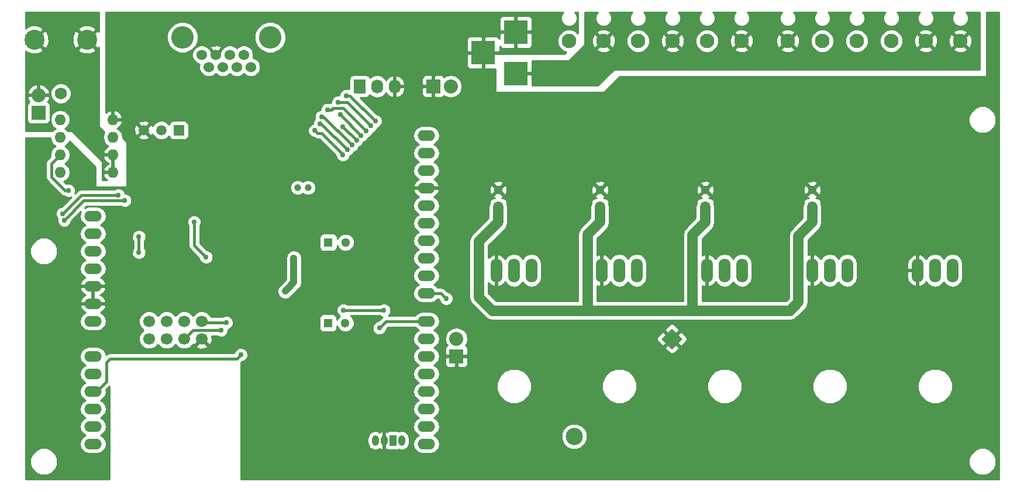
<source format=gbr>
G04 #@! TF.FileFunction,Copper,L2,Bot,Signal*
%FSLAX46Y46*%
G04 Gerber Fmt 4.6, Leading zero omitted, Abs format (unit mm)*
G04 Created by KiCad (PCBNEW 4.0.2+dfsg1-stable) date Mon 18 Jun 2018 02:06:16 PM EDT*
%MOMM*%
G01*
G04 APERTURE LIST*
%ADD10C,0.100000*%
%ADD11C,3.251200*%
%ADD12C,1.524000*%
%ADD13O,2.540000X1.524000*%
%ADD14R,1.727200X2.032000*%
%ADD15O,1.727200X2.032000*%
%ADD16C,1.750000*%
%ADD17C,2.900000*%
%ADD18C,1.700000*%
%ADD19C,1.520000*%
%ADD20R,1.520000X1.520000*%
%ADD21O,1.600000X1.600000*%
%ADD22R,3.500120X3.500120*%
%ADD23C,2.100000*%
%ADD24C,1.300000*%
%ADD25R,1.300000X1.300000*%
%ADD26O,1.699260X3.500120*%
%ADD27C,1.000760*%
%ADD28O,1.000000X1.500000*%
%ADD29R,1.000000X1.500000*%
%ADD30R,2.032000X2.032000*%
%ADD31O,2.032000X2.032000*%
%ADD32C,2.500000*%
%ADD33C,0.762000*%
%ADD34C,0.381000*%
%ADD35C,1.524000*%
%ADD36C,1.016000*%
%ADD37C,0.254000*%
G04 APERTURE END LIST*
D10*
D11*
X57150000Y-60960000D03*
X44450000Y-60960000D03*
D12*
X53340000Y-63500000D03*
X51308000Y-63500000D03*
X49276000Y-63500000D03*
X47244000Y-63500000D03*
X54356000Y-65278000D03*
X52324000Y-65278000D03*
X50292000Y-65278000D03*
X48260000Y-65278000D03*
D13*
X31496000Y-119888000D03*
X31496000Y-117348000D03*
X31496000Y-114808000D03*
X31496000Y-107188000D03*
X31496000Y-109728000D03*
X31496000Y-112268000D03*
X31496000Y-102108000D03*
X31496000Y-99568000D03*
X31496000Y-97028000D03*
X31496000Y-91948000D03*
X31496000Y-89408000D03*
X79756000Y-119888000D03*
X79756000Y-117348000D03*
X79756000Y-114808000D03*
X79756000Y-112268000D03*
X79756000Y-109728000D03*
X79756000Y-107188000D03*
X79756000Y-104648000D03*
X79756000Y-102108000D03*
X79756000Y-98044000D03*
X79756000Y-95504000D03*
X79756000Y-92964000D03*
X79756000Y-90424000D03*
X79756000Y-87884000D03*
X79756000Y-85344000D03*
X79756000Y-82804000D03*
X79756000Y-80264000D03*
X31496000Y-94488000D03*
X79756000Y-77724000D03*
X79756000Y-75184000D03*
X31496000Y-86868000D03*
D14*
X70104000Y-68072000D03*
D15*
X72644000Y-68072000D03*
X75184000Y-68072000D03*
D16*
X26822400Y-69090200D03*
D17*
X30622400Y-61290200D03*
X23022400Y-61290200D03*
D18*
X47244000Y-104648000D03*
X47244000Y-102108000D03*
X44704000Y-104648000D03*
X44704000Y-102108000D03*
X42164000Y-104648000D03*
X42164000Y-102108000D03*
X39624000Y-104648000D03*
X39624000Y-102108000D03*
D19*
X41402000Y-74422000D03*
X38862000Y-74422000D03*
D20*
X43942000Y-74422000D03*
D21*
X34366200Y-80518000D03*
X34366200Y-77978000D03*
X34366200Y-75438000D03*
X34366200Y-72898000D03*
X26746200Y-72898000D03*
X26746200Y-75438000D03*
X26746200Y-77978000D03*
X26746200Y-80518000D03*
D22*
X92710000Y-66197480D03*
X92710000Y-60198000D03*
X88011000Y-63197740D03*
D23*
X157080000Y-61468000D03*
X152080000Y-61468000D03*
X147080000Y-61468000D03*
X142080000Y-61468000D03*
X137080000Y-61468000D03*
X132080000Y-61468000D03*
X125410000Y-61468000D03*
X120410000Y-61468000D03*
X115410000Y-61468000D03*
X110410000Y-61468000D03*
X105410000Y-61468000D03*
X100410000Y-61468000D03*
D24*
X120142000Y-83058000D03*
D25*
X120142000Y-85558000D03*
D24*
X104902000Y-83058000D03*
D25*
X104902000Y-85558000D03*
D24*
X90170000Y-83058000D03*
D25*
X90170000Y-85558000D03*
D26*
X153416000Y-94742000D03*
X155956000Y-94742000D03*
X150876000Y-94742000D03*
X122936000Y-94742000D03*
X125476000Y-94742000D03*
X120396000Y-94742000D03*
X107696000Y-94742000D03*
X110236000Y-94742000D03*
X105156000Y-94742000D03*
X92456000Y-94742000D03*
X94996000Y-94742000D03*
X89916000Y-94742000D03*
D24*
X135636000Y-83058000D03*
D25*
X135636000Y-85558000D03*
D26*
X138176000Y-94742000D03*
X140716000Y-94742000D03*
X135636000Y-94742000D03*
D24*
X68072000Y-90678000D03*
D25*
X65572000Y-90678000D03*
D24*
X68032000Y-102362000D03*
D25*
X65532000Y-102362000D03*
D27*
X61137800Y-82727800D03*
X62636400Y-82727800D03*
D28*
X76200000Y-119380000D03*
D29*
X74930000Y-119380000D03*
D28*
X73660000Y-119380000D03*
X72390000Y-119380000D03*
D30*
X80772000Y-68072000D03*
D31*
X83312000Y-68072000D03*
D30*
X84124800Y-107188000D03*
D31*
X84124800Y-104648000D03*
D30*
X23622000Y-71882000D03*
D31*
X23622000Y-69342000D03*
D10*
G36*
X115316000Y-103113578D02*
X116850422Y-104648000D01*
X115316000Y-106182422D01*
X113781578Y-104648000D01*
X115316000Y-103113578D01*
X115316000Y-103113578D01*
G37*
D32*
X101173864Y-118790136D03*
D33*
X39990450Y-78926657D03*
X55727600Y-115493800D03*
X55727600Y-109143800D03*
X55727600Y-105486200D03*
X56946800Y-83388200D03*
X60579000Y-79044800D03*
X28226239Y-88369239D03*
X74349882Y-99385678D03*
X74701400Y-116433600D03*
X43332400Y-93243400D03*
X23672276Y-85149417D03*
X74345800Y-86004400D03*
X67282600Y-72119772D03*
X47887392Y-92829219D03*
X46139260Y-87719060D03*
X70317200Y-75180032D03*
X69657895Y-75880591D03*
X67665600Y-73888600D03*
X72957160Y-103094454D03*
X38150800Y-89865200D03*
X38150800Y-92151200D03*
X67772128Y-100486782D03*
X73622140Y-100491050D03*
X27965071Y-83143849D03*
X82651600Y-98806000D03*
X52908200Y-106959400D03*
X50825400Y-102311200D03*
X50063400Y-103378000D03*
X35177111Y-83821833D03*
X66981637Y-70405015D03*
X27101087Y-86513353D03*
X71724349Y-73795733D03*
X64574951Y-72465866D03*
X69007340Y-76589283D03*
X63627199Y-74477387D03*
X67691998Y-77985542D03*
X64389493Y-73493583D03*
X68295435Y-77236321D03*
X65468996Y-71440410D03*
X36105821Y-84597104D03*
X27340489Y-87445101D03*
X71042981Y-74510412D03*
X68207074Y-69406363D03*
X72390000Y-73101200D03*
X59331310Y-97738594D03*
X60580997Y-92942367D03*
D34*
X70317200Y-75180032D02*
X67282600Y-72145432D01*
X67282600Y-72145432D02*
X67282600Y-72119772D01*
X47506393Y-92448220D02*
X47887392Y-92829219D01*
X46139260Y-91081087D02*
X47506393Y-92448220D01*
X46139260Y-87719060D02*
X46139260Y-91081087D01*
D35*
X90170000Y-85558000D02*
X90170000Y-87732000D01*
X90170000Y-87732000D02*
X87376000Y-90526000D01*
X87376000Y-90526000D02*
X87376000Y-98628793D01*
X87376000Y-98628793D02*
X89331207Y-100584000D01*
X89331207Y-100584000D02*
X103124000Y-100584000D01*
X120142000Y-85558000D02*
X120142000Y-87732000D01*
X120142000Y-87732000D02*
X118304945Y-89569055D01*
X118304945Y-89569055D02*
X118304945Y-100270945D01*
X118304945Y-100270945D02*
X118618000Y-100584000D01*
X103124000Y-100584000D02*
X118618000Y-100584000D01*
X104902000Y-85558000D02*
X104902000Y-87732000D01*
X104902000Y-87732000D02*
X103124000Y-89510000D01*
X103124000Y-89510000D02*
X103124000Y-100584000D01*
X118618000Y-100584000D02*
X132398856Y-100584000D01*
X132398856Y-100584000D02*
X133632855Y-99350001D01*
X133632855Y-99350001D02*
X133632855Y-89735145D01*
X133632855Y-89735145D02*
X135636000Y-87732000D01*
X135636000Y-87732000D02*
X135636000Y-85558000D01*
D34*
X69657591Y-75880591D02*
X69657895Y-75880591D01*
X67665600Y-73888600D02*
X69657591Y-75880591D01*
X73338159Y-102713455D02*
X72957160Y-103094454D01*
X73943614Y-102108000D02*
X73338159Y-102713455D01*
X79756000Y-102108000D02*
X73943614Y-102108000D01*
X38150800Y-92151200D02*
X38150800Y-89865200D01*
X67776396Y-100491050D02*
X67772128Y-100486782D01*
X73622140Y-100491050D02*
X67776396Y-100491050D01*
X27426256Y-83143849D02*
X27965071Y-83143849D01*
X25454903Y-81172496D02*
X27426256Y-83143849D01*
X25454903Y-79269297D02*
X25454903Y-81172496D01*
X26746200Y-77978000D02*
X25454903Y-79269297D01*
X79756000Y-98044000D02*
X81889600Y-98044000D01*
X81889600Y-98044000D02*
X82651600Y-98806000D01*
X52908200Y-106959400D02*
X52349400Y-107518200D01*
X33985200Y-107518200D02*
X33413546Y-108089854D01*
X52349400Y-107518200D02*
X33985200Y-107518200D01*
X33413546Y-108089854D02*
X33413546Y-110858454D01*
X33413546Y-110858454D02*
X32004000Y-112268000D01*
X32004000Y-112268000D02*
X31496000Y-112268000D01*
X50825400Y-102311200D02*
X47447200Y-102311200D01*
X47447200Y-102311200D02*
X47244000Y-102108000D01*
X50063400Y-103378000D02*
X45974000Y-103378000D01*
X45974000Y-103378000D02*
X44704000Y-104648000D01*
X27101087Y-86513353D02*
X29792607Y-83821833D01*
X29792607Y-83821833D02*
X34638296Y-83821833D01*
X34638296Y-83821833D02*
X35177111Y-83821833D01*
X67520452Y-70405015D02*
X66981637Y-70405015D01*
X68333631Y-70405015D02*
X67520452Y-70405015D01*
X71724349Y-73795733D02*
X68333631Y-70405015D01*
X64883923Y-72465866D02*
X64574951Y-72465866D01*
X69007340Y-76589283D02*
X64883923Y-72465866D01*
X67691998Y-77985542D02*
X67691998Y-77948171D01*
X64602213Y-74858386D02*
X64008198Y-74858386D01*
X67691998Y-77948171D02*
X64602213Y-74858386D01*
X64008198Y-74858386D02*
X63627199Y-74477387D01*
X64552697Y-73493583D02*
X64389493Y-73493583D01*
X68295435Y-77236321D02*
X64552697Y-73493583D01*
X66007811Y-71440410D02*
X65468996Y-71440410D01*
X67755339Y-71222770D02*
X66225451Y-71222770D01*
X71042981Y-74510412D02*
X67755339Y-71222770D01*
X66225451Y-71222770D02*
X66007811Y-71440410D01*
X27340489Y-87445101D02*
X30188486Y-84597104D01*
X30188486Y-84597104D02*
X35567006Y-84597104D01*
X35567006Y-84597104D02*
X36105821Y-84597104D01*
X72390000Y-73101200D02*
X68695163Y-69406363D01*
X68695163Y-69406363D02*
X68207074Y-69406363D01*
D36*
X60580997Y-92942367D02*
X60580997Y-96488907D01*
X60580997Y-96488907D02*
X59712309Y-97357595D01*
X59712309Y-97357595D02*
X59331310Y-97738594D01*
D37*
G36*
X32385000Y-60131509D02*
X32100249Y-59991956D01*
X30802005Y-61290200D01*
X32100249Y-62588444D01*
X32385000Y-62448891D01*
X32385000Y-73914000D01*
X32395006Y-73963410D01*
X32422197Y-74003803D01*
X33130450Y-74712056D01*
X33012320Y-74888849D01*
X32903087Y-75438000D01*
X33012320Y-75987151D01*
X33323389Y-76452698D01*
X33727903Y-76722986D01*
X33511066Y-76825611D01*
X33135159Y-77240577D01*
X32974296Y-77628961D01*
X33096285Y-77851000D01*
X34239200Y-77851000D01*
X34239200Y-77831000D01*
X34493200Y-77831000D01*
X34493200Y-77851000D01*
X34513200Y-77851000D01*
X34513200Y-78105000D01*
X34493200Y-78105000D01*
X34493200Y-80391000D01*
X34513200Y-80391000D01*
X34513200Y-80645000D01*
X34493200Y-80645000D01*
X34493200Y-80665000D01*
X34239200Y-80665000D01*
X34239200Y-80645000D01*
X33096285Y-80645000D01*
X32974296Y-80867039D01*
X33135159Y-81255423D01*
X33502561Y-81661000D01*
X32893000Y-81661000D01*
X32893000Y-78994000D01*
X32882994Y-78944590D01*
X32855803Y-78904197D01*
X32278645Y-78327039D01*
X32974296Y-78327039D01*
X33135159Y-78715423D01*
X33511066Y-79130389D01*
X33759567Y-79248000D01*
X33511066Y-79365611D01*
X33135159Y-79780577D01*
X32974296Y-80168961D01*
X33096285Y-80391000D01*
X34239200Y-80391000D01*
X34239200Y-78105000D01*
X33096285Y-78105000D01*
X32974296Y-78327039D01*
X32278645Y-78327039D01*
X28537803Y-74586197D01*
X28495789Y-74558334D01*
X28448000Y-74549000D01*
X27873000Y-74549000D01*
X27789011Y-74423302D01*
X27406925Y-74168000D01*
X27789011Y-73912698D01*
X28100080Y-73447151D01*
X28209313Y-72898000D01*
X28100080Y-72348849D01*
X27789011Y-71883302D01*
X27323464Y-71572233D01*
X26774313Y-71463000D01*
X26718087Y-71463000D01*
X26168936Y-71572233D01*
X25703389Y-71883302D01*
X25392320Y-72348849D01*
X25285440Y-72886171D01*
X25285440Y-70866000D01*
X25241162Y-70630683D01*
X25102090Y-70414559D01*
X24939052Y-70303160D01*
X25028385Y-70206818D01*
X25227975Y-69724944D01*
X25108836Y-69469000D01*
X23749000Y-69469000D01*
X23749000Y-69489000D01*
X23495000Y-69489000D01*
X23495000Y-69469000D01*
X22135164Y-69469000D01*
X22016025Y-69724944D01*
X22215615Y-70206818D01*
X22306097Y-70304398D01*
X22154559Y-70401910D01*
X22009569Y-70614110D01*
X21958560Y-70866000D01*
X21958560Y-72898000D01*
X22002838Y-73133317D01*
X22141910Y-73349441D01*
X22354110Y-73494431D01*
X22606000Y-73545440D01*
X24638000Y-73545440D01*
X24873317Y-73501162D01*
X25089441Y-73362090D01*
X25234431Y-73149890D01*
X25284253Y-72903862D01*
X25392320Y-73447151D01*
X25703389Y-73912698D01*
X26085475Y-74168000D01*
X25703389Y-74423302D01*
X25619400Y-74549000D01*
X21792000Y-74549000D01*
X21792000Y-69389240D01*
X25312138Y-69389240D01*
X25541538Y-69944429D01*
X25965937Y-70369570D01*
X26520725Y-70599938D01*
X27121440Y-70600462D01*
X27676629Y-70371062D01*
X28101770Y-69946663D01*
X28332138Y-69391875D01*
X28332662Y-68791160D01*
X28103262Y-68235971D01*
X27678863Y-67810830D01*
X27124075Y-67580462D01*
X26523360Y-67579938D01*
X25968171Y-67809338D01*
X25543030Y-68233737D01*
X25312662Y-68788525D01*
X25312138Y-69389240D01*
X21792000Y-69389240D01*
X21792000Y-68959056D01*
X22016025Y-68959056D01*
X22135164Y-69215000D01*
X23495000Y-69215000D01*
X23495000Y-67854633D01*
X23749000Y-67854633D01*
X23749000Y-69215000D01*
X25108836Y-69215000D01*
X25227975Y-68959056D01*
X25028385Y-68477182D01*
X24590379Y-68004812D01*
X24004946Y-67736017D01*
X23749000Y-67854633D01*
X23495000Y-67854633D01*
X23239054Y-67736017D01*
X22653621Y-68004812D01*
X22215615Y-68477182D01*
X22016025Y-68959056D01*
X21792000Y-68959056D01*
X21792000Y-62906482D01*
X21877835Y-63081624D01*
X22650508Y-63383266D01*
X23479798Y-63366258D01*
X24166965Y-63081624D01*
X24320644Y-62768049D01*
X29324156Y-62768049D01*
X29477835Y-63081624D01*
X30250508Y-63383266D01*
X31079798Y-63366258D01*
X31766965Y-63081624D01*
X31920644Y-62768049D01*
X30622400Y-61469805D01*
X29324156Y-62768049D01*
X24320644Y-62768049D01*
X23022400Y-61469805D01*
X23008258Y-61483948D01*
X22828653Y-61304343D01*
X22842795Y-61290200D01*
X23202005Y-61290200D01*
X24500249Y-62588444D01*
X24813824Y-62434765D01*
X25115466Y-61662092D01*
X25100212Y-60918308D01*
X28529334Y-60918308D01*
X28546342Y-61747598D01*
X28830976Y-62434765D01*
X29144551Y-62588444D01*
X30442795Y-61290200D01*
X29144551Y-59991956D01*
X28830976Y-60145635D01*
X28529334Y-60918308D01*
X25100212Y-60918308D01*
X25098458Y-60832802D01*
X24813824Y-60145635D01*
X24500249Y-59991956D01*
X23202005Y-61290200D01*
X22842795Y-61290200D01*
X22828653Y-61276058D01*
X23008258Y-61096453D01*
X23022400Y-61110595D01*
X24320644Y-59812351D01*
X29324156Y-59812351D01*
X30622400Y-61110595D01*
X31920644Y-59812351D01*
X31766965Y-59498776D01*
X30994292Y-59197134D01*
X30165002Y-59214142D01*
X29477835Y-59498776D01*
X29324156Y-59812351D01*
X24320644Y-59812351D01*
X24166965Y-59498776D01*
X23394292Y-59197134D01*
X22565002Y-59214142D01*
X21877835Y-59498776D01*
X21792000Y-59673918D01*
X21792000Y-57352000D01*
X32385000Y-57352000D01*
X32385000Y-60131509D01*
X32385000Y-60131509D01*
G37*
X32385000Y-60131509D02*
X32100249Y-59991956D01*
X30802005Y-61290200D01*
X32100249Y-62588444D01*
X32385000Y-62448891D01*
X32385000Y-73914000D01*
X32395006Y-73963410D01*
X32422197Y-74003803D01*
X33130450Y-74712056D01*
X33012320Y-74888849D01*
X32903087Y-75438000D01*
X33012320Y-75987151D01*
X33323389Y-76452698D01*
X33727903Y-76722986D01*
X33511066Y-76825611D01*
X33135159Y-77240577D01*
X32974296Y-77628961D01*
X33096285Y-77851000D01*
X34239200Y-77851000D01*
X34239200Y-77831000D01*
X34493200Y-77831000D01*
X34493200Y-77851000D01*
X34513200Y-77851000D01*
X34513200Y-78105000D01*
X34493200Y-78105000D01*
X34493200Y-80391000D01*
X34513200Y-80391000D01*
X34513200Y-80645000D01*
X34493200Y-80645000D01*
X34493200Y-80665000D01*
X34239200Y-80665000D01*
X34239200Y-80645000D01*
X33096285Y-80645000D01*
X32974296Y-80867039D01*
X33135159Y-81255423D01*
X33502561Y-81661000D01*
X32893000Y-81661000D01*
X32893000Y-78994000D01*
X32882994Y-78944590D01*
X32855803Y-78904197D01*
X32278645Y-78327039D01*
X32974296Y-78327039D01*
X33135159Y-78715423D01*
X33511066Y-79130389D01*
X33759567Y-79248000D01*
X33511066Y-79365611D01*
X33135159Y-79780577D01*
X32974296Y-80168961D01*
X33096285Y-80391000D01*
X34239200Y-80391000D01*
X34239200Y-78105000D01*
X33096285Y-78105000D01*
X32974296Y-78327039D01*
X32278645Y-78327039D01*
X28537803Y-74586197D01*
X28495789Y-74558334D01*
X28448000Y-74549000D01*
X27873000Y-74549000D01*
X27789011Y-74423302D01*
X27406925Y-74168000D01*
X27789011Y-73912698D01*
X28100080Y-73447151D01*
X28209313Y-72898000D01*
X28100080Y-72348849D01*
X27789011Y-71883302D01*
X27323464Y-71572233D01*
X26774313Y-71463000D01*
X26718087Y-71463000D01*
X26168936Y-71572233D01*
X25703389Y-71883302D01*
X25392320Y-72348849D01*
X25285440Y-72886171D01*
X25285440Y-70866000D01*
X25241162Y-70630683D01*
X25102090Y-70414559D01*
X24939052Y-70303160D01*
X25028385Y-70206818D01*
X25227975Y-69724944D01*
X25108836Y-69469000D01*
X23749000Y-69469000D01*
X23749000Y-69489000D01*
X23495000Y-69489000D01*
X23495000Y-69469000D01*
X22135164Y-69469000D01*
X22016025Y-69724944D01*
X22215615Y-70206818D01*
X22306097Y-70304398D01*
X22154559Y-70401910D01*
X22009569Y-70614110D01*
X21958560Y-70866000D01*
X21958560Y-72898000D01*
X22002838Y-73133317D01*
X22141910Y-73349441D01*
X22354110Y-73494431D01*
X22606000Y-73545440D01*
X24638000Y-73545440D01*
X24873317Y-73501162D01*
X25089441Y-73362090D01*
X25234431Y-73149890D01*
X25284253Y-72903862D01*
X25392320Y-73447151D01*
X25703389Y-73912698D01*
X26085475Y-74168000D01*
X25703389Y-74423302D01*
X25619400Y-74549000D01*
X21792000Y-74549000D01*
X21792000Y-69389240D01*
X25312138Y-69389240D01*
X25541538Y-69944429D01*
X25965937Y-70369570D01*
X26520725Y-70599938D01*
X27121440Y-70600462D01*
X27676629Y-70371062D01*
X28101770Y-69946663D01*
X28332138Y-69391875D01*
X28332662Y-68791160D01*
X28103262Y-68235971D01*
X27678863Y-67810830D01*
X27124075Y-67580462D01*
X26523360Y-67579938D01*
X25968171Y-67809338D01*
X25543030Y-68233737D01*
X25312662Y-68788525D01*
X25312138Y-69389240D01*
X21792000Y-69389240D01*
X21792000Y-68959056D01*
X22016025Y-68959056D01*
X22135164Y-69215000D01*
X23495000Y-69215000D01*
X23495000Y-67854633D01*
X23749000Y-67854633D01*
X23749000Y-69215000D01*
X25108836Y-69215000D01*
X25227975Y-68959056D01*
X25028385Y-68477182D01*
X24590379Y-68004812D01*
X24004946Y-67736017D01*
X23749000Y-67854633D01*
X23495000Y-67854633D01*
X23239054Y-67736017D01*
X22653621Y-68004812D01*
X22215615Y-68477182D01*
X22016025Y-68959056D01*
X21792000Y-68959056D01*
X21792000Y-62906482D01*
X21877835Y-63081624D01*
X22650508Y-63383266D01*
X23479798Y-63366258D01*
X24166965Y-63081624D01*
X24320644Y-62768049D01*
X29324156Y-62768049D01*
X29477835Y-63081624D01*
X30250508Y-63383266D01*
X31079798Y-63366258D01*
X31766965Y-63081624D01*
X31920644Y-62768049D01*
X30622400Y-61469805D01*
X29324156Y-62768049D01*
X24320644Y-62768049D01*
X23022400Y-61469805D01*
X23008258Y-61483948D01*
X22828653Y-61304343D01*
X22842795Y-61290200D01*
X23202005Y-61290200D01*
X24500249Y-62588444D01*
X24813824Y-62434765D01*
X25115466Y-61662092D01*
X25100212Y-60918308D01*
X28529334Y-60918308D01*
X28546342Y-61747598D01*
X28830976Y-62434765D01*
X29144551Y-62588444D01*
X30442795Y-61290200D01*
X29144551Y-59991956D01*
X28830976Y-60145635D01*
X28529334Y-60918308D01*
X25100212Y-60918308D01*
X25098458Y-60832802D01*
X24813824Y-60145635D01*
X24500249Y-59991956D01*
X23202005Y-61290200D01*
X22842795Y-61290200D01*
X22828653Y-61276058D01*
X23008258Y-61096453D01*
X23022400Y-61110595D01*
X24320644Y-59812351D01*
X29324156Y-59812351D01*
X30622400Y-61110595D01*
X31920644Y-59812351D01*
X31766965Y-59498776D01*
X30994292Y-59197134D01*
X30165002Y-59214142D01*
X29477835Y-59498776D01*
X29324156Y-59812351D01*
X24320644Y-59812351D01*
X24166965Y-59498776D01*
X23394292Y-59197134D01*
X22565002Y-59214142D01*
X21877835Y-59498776D01*
X21792000Y-59673918D01*
X21792000Y-57352000D01*
X32385000Y-57352000D01*
X32385000Y-60131509D01*
G36*
X104405991Y-57495875D02*
X104225206Y-57931255D01*
X104224794Y-58402677D01*
X104404820Y-58838372D01*
X104737875Y-59172009D01*
X105173255Y-59352794D01*
X105644677Y-59353206D01*
X106080372Y-59173180D01*
X106414009Y-58840125D01*
X106594794Y-58404745D01*
X106595206Y-57933323D01*
X106415180Y-57497628D01*
X106269806Y-57352000D01*
X109550117Y-57352000D01*
X109405991Y-57495875D01*
X109225206Y-57931255D01*
X109224794Y-58402677D01*
X109404820Y-58838372D01*
X109737875Y-59172009D01*
X110173255Y-59352794D01*
X110644677Y-59353206D01*
X111080372Y-59173180D01*
X111414009Y-58840125D01*
X111594794Y-58404745D01*
X111595206Y-57933323D01*
X111415180Y-57497628D01*
X111269806Y-57352000D01*
X114550117Y-57352000D01*
X114405991Y-57495875D01*
X114225206Y-57931255D01*
X114224794Y-58402677D01*
X114404820Y-58838372D01*
X114737875Y-59172009D01*
X115173255Y-59352794D01*
X115644677Y-59353206D01*
X116080372Y-59173180D01*
X116414009Y-58840125D01*
X116594794Y-58404745D01*
X116595206Y-57933323D01*
X116415180Y-57497628D01*
X116269806Y-57352000D01*
X119550117Y-57352000D01*
X119405991Y-57495875D01*
X119225206Y-57931255D01*
X119224794Y-58402677D01*
X119404820Y-58838372D01*
X119737875Y-59172009D01*
X120173255Y-59352794D01*
X120644677Y-59353206D01*
X121080372Y-59173180D01*
X121414009Y-58840125D01*
X121594794Y-58404745D01*
X121595206Y-57933323D01*
X121415180Y-57497628D01*
X121269806Y-57352000D01*
X124550117Y-57352000D01*
X124405991Y-57495875D01*
X124225206Y-57931255D01*
X124224794Y-58402677D01*
X124404820Y-58838372D01*
X124737875Y-59172009D01*
X125173255Y-59352794D01*
X125644677Y-59353206D01*
X126080372Y-59173180D01*
X126414009Y-58840125D01*
X126594794Y-58404745D01*
X126595206Y-57933323D01*
X126415180Y-57497628D01*
X126269806Y-57352000D01*
X131220117Y-57352000D01*
X131075991Y-57495875D01*
X130895206Y-57931255D01*
X130894794Y-58402677D01*
X131074820Y-58838372D01*
X131407875Y-59172009D01*
X131843255Y-59352794D01*
X132314677Y-59353206D01*
X132750372Y-59173180D01*
X133084009Y-58840125D01*
X133264794Y-58404745D01*
X133265206Y-57933323D01*
X133085180Y-57497628D01*
X132939806Y-57352000D01*
X136220117Y-57352000D01*
X136075991Y-57495875D01*
X135895206Y-57931255D01*
X135894794Y-58402677D01*
X136074820Y-58838372D01*
X136407875Y-59172009D01*
X136843255Y-59352794D01*
X137314677Y-59353206D01*
X137750372Y-59173180D01*
X138084009Y-58840125D01*
X138264794Y-58404745D01*
X138265206Y-57933323D01*
X138085180Y-57497628D01*
X137939806Y-57352000D01*
X141220117Y-57352000D01*
X141075991Y-57495875D01*
X140895206Y-57931255D01*
X140894794Y-58402677D01*
X141074820Y-58838372D01*
X141407875Y-59172009D01*
X141843255Y-59352794D01*
X142314677Y-59353206D01*
X142750372Y-59173180D01*
X143084009Y-58840125D01*
X143264794Y-58404745D01*
X143265206Y-57933323D01*
X143085180Y-57497628D01*
X142939806Y-57352000D01*
X146220117Y-57352000D01*
X146075991Y-57495875D01*
X145895206Y-57931255D01*
X145894794Y-58402677D01*
X146074820Y-58838372D01*
X146407875Y-59172009D01*
X146843255Y-59352794D01*
X147314677Y-59353206D01*
X147750372Y-59173180D01*
X148084009Y-58840125D01*
X148264794Y-58404745D01*
X148265206Y-57933323D01*
X148085180Y-57497628D01*
X147939806Y-57352000D01*
X151220117Y-57352000D01*
X151075991Y-57495875D01*
X150895206Y-57931255D01*
X150894794Y-58402677D01*
X151074820Y-58838372D01*
X151407875Y-59172009D01*
X151843255Y-59352794D01*
X152314677Y-59353206D01*
X152750372Y-59173180D01*
X153084009Y-58840125D01*
X153264794Y-58404745D01*
X153265206Y-57933323D01*
X153085180Y-57497628D01*
X152939806Y-57352000D01*
X156220117Y-57352000D01*
X156075991Y-57495875D01*
X155895206Y-57931255D01*
X155894794Y-58402677D01*
X156074820Y-58838372D01*
X156407875Y-59172009D01*
X156843255Y-59352794D01*
X157314677Y-59353206D01*
X157750372Y-59173180D01*
X158084009Y-58840125D01*
X158264794Y-58404745D01*
X158265206Y-57933323D01*
X158085180Y-57497628D01*
X157939806Y-57352000D01*
X159893000Y-57352000D01*
X159893000Y-65659000D01*
X106934000Y-65659000D01*
X106884590Y-65669006D01*
X106844197Y-65696197D01*
X104595394Y-67945000D01*
X95095060Y-67945000D01*
X95095060Y-66483230D01*
X94936310Y-66324480D01*
X92837000Y-66324480D01*
X92837000Y-66344480D01*
X92583000Y-66344480D01*
X92583000Y-66324480D01*
X92563000Y-66324480D01*
X92563000Y-66070480D01*
X92583000Y-66070480D01*
X92583000Y-66050480D01*
X92837000Y-66050480D01*
X92837000Y-66070480D01*
X94936310Y-66070480D01*
X95095060Y-65911730D01*
X95095060Y-64389000D01*
X100330000Y-64389000D01*
X100379410Y-64378994D01*
X100419803Y-64351803D01*
X102114903Y-62656703D01*
X104400902Y-62656703D01*
X104505687Y-62928745D01*
X105133526Y-63163619D01*
X105803456Y-63140349D01*
X106314313Y-62928745D01*
X106419098Y-62656703D01*
X105410000Y-61647605D01*
X104400902Y-62656703D01*
X102114903Y-62656703D01*
X102705803Y-62065803D01*
X102733666Y-62023789D01*
X102743000Y-61976000D01*
X102743000Y-61191526D01*
X103714381Y-61191526D01*
X103737651Y-61861456D01*
X103949255Y-62372313D01*
X104221297Y-62477098D01*
X105230395Y-61468000D01*
X105589605Y-61468000D01*
X106598703Y-62477098D01*
X106870745Y-62372313D01*
X107084211Y-61801697D01*
X108724708Y-61801697D01*
X108980694Y-62421229D01*
X109454278Y-62895640D01*
X110073362Y-63152707D01*
X110743697Y-63153292D01*
X111363229Y-62897306D01*
X111604252Y-62656703D01*
X114400902Y-62656703D01*
X114505687Y-62928745D01*
X115133526Y-63163619D01*
X115803456Y-63140349D01*
X116314313Y-62928745D01*
X116419098Y-62656703D01*
X115410000Y-61647605D01*
X114400902Y-62656703D01*
X111604252Y-62656703D01*
X111837640Y-62423722D01*
X112094707Y-61804638D01*
X112095242Y-61191526D01*
X113714381Y-61191526D01*
X113737651Y-61861456D01*
X113949255Y-62372313D01*
X114221297Y-62477098D01*
X115230395Y-61468000D01*
X115589605Y-61468000D01*
X116598703Y-62477098D01*
X116870745Y-62372313D01*
X117084211Y-61801697D01*
X118724708Y-61801697D01*
X118980694Y-62421229D01*
X119454278Y-62895640D01*
X120073362Y-63152707D01*
X120743697Y-63153292D01*
X121363229Y-62897306D01*
X121604252Y-62656703D01*
X124400902Y-62656703D01*
X124505687Y-62928745D01*
X125133526Y-63163619D01*
X125803456Y-63140349D01*
X126314313Y-62928745D01*
X126419098Y-62656703D01*
X131070902Y-62656703D01*
X131175687Y-62928745D01*
X131803526Y-63163619D01*
X132473456Y-63140349D01*
X132984313Y-62928745D01*
X133089098Y-62656703D01*
X132080000Y-61647605D01*
X131070902Y-62656703D01*
X126419098Y-62656703D01*
X125410000Y-61647605D01*
X124400902Y-62656703D01*
X121604252Y-62656703D01*
X121837640Y-62423722D01*
X122094707Y-61804638D01*
X122095242Y-61191526D01*
X123714381Y-61191526D01*
X123737651Y-61861456D01*
X123949255Y-62372313D01*
X124221297Y-62477098D01*
X125230395Y-61468000D01*
X125589605Y-61468000D01*
X126598703Y-62477098D01*
X126870745Y-62372313D01*
X127105619Y-61744474D01*
X127086413Y-61191526D01*
X130384381Y-61191526D01*
X130407651Y-61861456D01*
X130619255Y-62372313D01*
X130891297Y-62477098D01*
X131900395Y-61468000D01*
X132259605Y-61468000D01*
X133268703Y-62477098D01*
X133540745Y-62372313D01*
X133754211Y-61801697D01*
X135394708Y-61801697D01*
X135650694Y-62421229D01*
X136124278Y-62895640D01*
X136743362Y-63152707D01*
X137413697Y-63153292D01*
X138033229Y-62897306D01*
X138507640Y-62423722D01*
X138764707Y-61804638D01*
X138764709Y-61801697D01*
X140394708Y-61801697D01*
X140650694Y-62421229D01*
X141124278Y-62895640D01*
X141743362Y-63152707D01*
X142413697Y-63153292D01*
X143033229Y-62897306D01*
X143507640Y-62423722D01*
X143764707Y-61804638D01*
X143764709Y-61801697D01*
X145394708Y-61801697D01*
X145650694Y-62421229D01*
X146124278Y-62895640D01*
X146743362Y-63152707D01*
X147413697Y-63153292D01*
X148033229Y-62897306D01*
X148274252Y-62656703D01*
X151070902Y-62656703D01*
X151175687Y-62928745D01*
X151803526Y-63163619D01*
X152473456Y-63140349D01*
X152984313Y-62928745D01*
X153089098Y-62656703D01*
X156070902Y-62656703D01*
X156175687Y-62928745D01*
X156803526Y-63163619D01*
X157473456Y-63140349D01*
X157984313Y-62928745D01*
X158089098Y-62656703D01*
X157080000Y-61647605D01*
X156070902Y-62656703D01*
X153089098Y-62656703D01*
X152080000Y-61647605D01*
X151070902Y-62656703D01*
X148274252Y-62656703D01*
X148507640Y-62423722D01*
X148764707Y-61804638D01*
X148765242Y-61191526D01*
X150384381Y-61191526D01*
X150407651Y-61861456D01*
X150619255Y-62372313D01*
X150891297Y-62477098D01*
X151900395Y-61468000D01*
X152259605Y-61468000D01*
X153268703Y-62477098D01*
X153540745Y-62372313D01*
X153775619Y-61744474D01*
X153756413Y-61191526D01*
X155384381Y-61191526D01*
X155407651Y-61861456D01*
X155619255Y-62372313D01*
X155891297Y-62477098D01*
X156900395Y-61468000D01*
X157259605Y-61468000D01*
X158268703Y-62477098D01*
X158540745Y-62372313D01*
X158775619Y-61744474D01*
X158752349Y-61074544D01*
X158540745Y-60563687D01*
X158268703Y-60458902D01*
X157259605Y-61468000D01*
X156900395Y-61468000D01*
X155891297Y-60458902D01*
X155619255Y-60563687D01*
X155384381Y-61191526D01*
X153756413Y-61191526D01*
X153752349Y-61074544D01*
X153540745Y-60563687D01*
X153268703Y-60458902D01*
X152259605Y-61468000D01*
X151900395Y-61468000D01*
X150891297Y-60458902D01*
X150619255Y-60563687D01*
X150384381Y-61191526D01*
X148765242Y-61191526D01*
X148765292Y-61134303D01*
X148509306Y-60514771D01*
X148274243Y-60279297D01*
X151070902Y-60279297D01*
X152080000Y-61288395D01*
X153089098Y-60279297D01*
X156070902Y-60279297D01*
X157080000Y-61288395D01*
X158089098Y-60279297D01*
X157984313Y-60007255D01*
X157356474Y-59772381D01*
X156686544Y-59795651D01*
X156175687Y-60007255D01*
X156070902Y-60279297D01*
X153089098Y-60279297D01*
X152984313Y-60007255D01*
X152356474Y-59772381D01*
X151686544Y-59795651D01*
X151175687Y-60007255D01*
X151070902Y-60279297D01*
X148274243Y-60279297D01*
X148035722Y-60040360D01*
X147416638Y-59783293D01*
X146746303Y-59782708D01*
X146126771Y-60038694D01*
X145652360Y-60512278D01*
X145395293Y-61131362D01*
X145394708Y-61801697D01*
X143764709Y-61801697D01*
X143765292Y-61134303D01*
X143509306Y-60514771D01*
X143035722Y-60040360D01*
X142416638Y-59783293D01*
X141746303Y-59782708D01*
X141126771Y-60038694D01*
X140652360Y-60512278D01*
X140395293Y-61131362D01*
X140394708Y-61801697D01*
X138764709Y-61801697D01*
X138765292Y-61134303D01*
X138509306Y-60514771D01*
X138035722Y-60040360D01*
X137416638Y-59783293D01*
X136746303Y-59782708D01*
X136126771Y-60038694D01*
X135652360Y-60512278D01*
X135395293Y-61131362D01*
X135394708Y-61801697D01*
X133754211Y-61801697D01*
X133775619Y-61744474D01*
X133752349Y-61074544D01*
X133540745Y-60563687D01*
X133268703Y-60458902D01*
X132259605Y-61468000D01*
X131900395Y-61468000D01*
X130891297Y-60458902D01*
X130619255Y-60563687D01*
X130384381Y-61191526D01*
X127086413Y-61191526D01*
X127082349Y-61074544D01*
X126870745Y-60563687D01*
X126598703Y-60458902D01*
X125589605Y-61468000D01*
X125230395Y-61468000D01*
X124221297Y-60458902D01*
X123949255Y-60563687D01*
X123714381Y-61191526D01*
X122095242Y-61191526D01*
X122095292Y-61134303D01*
X121839306Y-60514771D01*
X121604243Y-60279297D01*
X124400902Y-60279297D01*
X125410000Y-61288395D01*
X126419098Y-60279297D01*
X131070902Y-60279297D01*
X132080000Y-61288395D01*
X133089098Y-60279297D01*
X132984313Y-60007255D01*
X132356474Y-59772381D01*
X131686544Y-59795651D01*
X131175687Y-60007255D01*
X131070902Y-60279297D01*
X126419098Y-60279297D01*
X126314313Y-60007255D01*
X125686474Y-59772381D01*
X125016544Y-59795651D01*
X124505687Y-60007255D01*
X124400902Y-60279297D01*
X121604243Y-60279297D01*
X121365722Y-60040360D01*
X120746638Y-59783293D01*
X120076303Y-59782708D01*
X119456771Y-60038694D01*
X118982360Y-60512278D01*
X118725293Y-61131362D01*
X118724708Y-61801697D01*
X117084211Y-61801697D01*
X117105619Y-61744474D01*
X117082349Y-61074544D01*
X116870745Y-60563687D01*
X116598703Y-60458902D01*
X115589605Y-61468000D01*
X115230395Y-61468000D01*
X114221297Y-60458902D01*
X113949255Y-60563687D01*
X113714381Y-61191526D01*
X112095242Y-61191526D01*
X112095292Y-61134303D01*
X111839306Y-60514771D01*
X111604243Y-60279297D01*
X114400902Y-60279297D01*
X115410000Y-61288395D01*
X116419098Y-60279297D01*
X116314313Y-60007255D01*
X115686474Y-59772381D01*
X115016544Y-59795651D01*
X114505687Y-60007255D01*
X114400902Y-60279297D01*
X111604243Y-60279297D01*
X111365722Y-60040360D01*
X110746638Y-59783293D01*
X110076303Y-59782708D01*
X109456771Y-60038694D01*
X108982360Y-60512278D01*
X108725293Y-61131362D01*
X108724708Y-61801697D01*
X107084211Y-61801697D01*
X107105619Y-61744474D01*
X107082349Y-61074544D01*
X106870745Y-60563687D01*
X106598703Y-60458902D01*
X105589605Y-61468000D01*
X105230395Y-61468000D01*
X104221297Y-60458902D01*
X103949255Y-60563687D01*
X103714381Y-61191526D01*
X102743000Y-61191526D01*
X102743000Y-60279297D01*
X104400902Y-60279297D01*
X105410000Y-61288395D01*
X106419098Y-60279297D01*
X106314313Y-60007255D01*
X105686474Y-59772381D01*
X105016544Y-59795651D01*
X104505687Y-60007255D01*
X104400902Y-60279297D01*
X102743000Y-60279297D01*
X102743000Y-57352000D01*
X104550117Y-57352000D01*
X104405991Y-57495875D01*
X104405991Y-57495875D01*
G37*
X104405991Y-57495875D02*
X104225206Y-57931255D01*
X104224794Y-58402677D01*
X104404820Y-58838372D01*
X104737875Y-59172009D01*
X105173255Y-59352794D01*
X105644677Y-59353206D01*
X106080372Y-59173180D01*
X106414009Y-58840125D01*
X106594794Y-58404745D01*
X106595206Y-57933323D01*
X106415180Y-57497628D01*
X106269806Y-57352000D01*
X109550117Y-57352000D01*
X109405991Y-57495875D01*
X109225206Y-57931255D01*
X109224794Y-58402677D01*
X109404820Y-58838372D01*
X109737875Y-59172009D01*
X110173255Y-59352794D01*
X110644677Y-59353206D01*
X111080372Y-59173180D01*
X111414009Y-58840125D01*
X111594794Y-58404745D01*
X111595206Y-57933323D01*
X111415180Y-57497628D01*
X111269806Y-57352000D01*
X114550117Y-57352000D01*
X114405991Y-57495875D01*
X114225206Y-57931255D01*
X114224794Y-58402677D01*
X114404820Y-58838372D01*
X114737875Y-59172009D01*
X115173255Y-59352794D01*
X115644677Y-59353206D01*
X116080372Y-59173180D01*
X116414009Y-58840125D01*
X116594794Y-58404745D01*
X116595206Y-57933323D01*
X116415180Y-57497628D01*
X116269806Y-57352000D01*
X119550117Y-57352000D01*
X119405991Y-57495875D01*
X119225206Y-57931255D01*
X119224794Y-58402677D01*
X119404820Y-58838372D01*
X119737875Y-59172009D01*
X120173255Y-59352794D01*
X120644677Y-59353206D01*
X121080372Y-59173180D01*
X121414009Y-58840125D01*
X121594794Y-58404745D01*
X121595206Y-57933323D01*
X121415180Y-57497628D01*
X121269806Y-57352000D01*
X124550117Y-57352000D01*
X124405991Y-57495875D01*
X124225206Y-57931255D01*
X124224794Y-58402677D01*
X124404820Y-58838372D01*
X124737875Y-59172009D01*
X125173255Y-59352794D01*
X125644677Y-59353206D01*
X126080372Y-59173180D01*
X126414009Y-58840125D01*
X126594794Y-58404745D01*
X126595206Y-57933323D01*
X126415180Y-57497628D01*
X126269806Y-57352000D01*
X131220117Y-57352000D01*
X131075991Y-57495875D01*
X130895206Y-57931255D01*
X130894794Y-58402677D01*
X131074820Y-58838372D01*
X131407875Y-59172009D01*
X131843255Y-59352794D01*
X132314677Y-59353206D01*
X132750372Y-59173180D01*
X133084009Y-58840125D01*
X133264794Y-58404745D01*
X133265206Y-57933323D01*
X133085180Y-57497628D01*
X132939806Y-57352000D01*
X136220117Y-57352000D01*
X136075991Y-57495875D01*
X135895206Y-57931255D01*
X135894794Y-58402677D01*
X136074820Y-58838372D01*
X136407875Y-59172009D01*
X136843255Y-59352794D01*
X137314677Y-59353206D01*
X137750372Y-59173180D01*
X138084009Y-58840125D01*
X138264794Y-58404745D01*
X138265206Y-57933323D01*
X138085180Y-57497628D01*
X137939806Y-57352000D01*
X141220117Y-57352000D01*
X141075991Y-57495875D01*
X140895206Y-57931255D01*
X140894794Y-58402677D01*
X141074820Y-58838372D01*
X141407875Y-59172009D01*
X141843255Y-59352794D01*
X142314677Y-59353206D01*
X142750372Y-59173180D01*
X143084009Y-58840125D01*
X143264794Y-58404745D01*
X143265206Y-57933323D01*
X143085180Y-57497628D01*
X142939806Y-57352000D01*
X146220117Y-57352000D01*
X146075991Y-57495875D01*
X145895206Y-57931255D01*
X145894794Y-58402677D01*
X146074820Y-58838372D01*
X146407875Y-59172009D01*
X146843255Y-59352794D01*
X147314677Y-59353206D01*
X147750372Y-59173180D01*
X148084009Y-58840125D01*
X148264794Y-58404745D01*
X148265206Y-57933323D01*
X148085180Y-57497628D01*
X147939806Y-57352000D01*
X151220117Y-57352000D01*
X151075991Y-57495875D01*
X150895206Y-57931255D01*
X150894794Y-58402677D01*
X151074820Y-58838372D01*
X151407875Y-59172009D01*
X151843255Y-59352794D01*
X152314677Y-59353206D01*
X152750372Y-59173180D01*
X153084009Y-58840125D01*
X153264794Y-58404745D01*
X153265206Y-57933323D01*
X153085180Y-57497628D01*
X152939806Y-57352000D01*
X156220117Y-57352000D01*
X156075991Y-57495875D01*
X155895206Y-57931255D01*
X155894794Y-58402677D01*
X156074820Y-58838372D01*
X156407875Y-59172009D01*
X156843255Y-59352794D01*
X157314677Y-59353206D01*
X157750372Y-59173180D01*
X158084009Y-58840125D01*
X158264794Y-58404745D01*
X158265206Y-57933323D01*
X158085180Y-57497628D01*
X157939806Y-57352000D01*
X159893000Y-57352000D01*
X159893000Y-65659000D01*
X106934000Y-65659000D01*
X106884590Y-65669006D01*
X106844197Y-65696197D01*
X104595394Y-67945000D01*
X95095060Y-67945000D01*
X95095060Y-66483230D01*
X94936310Y-66324480D01*
X92837000Y-66324480D01*
X92837000Y-66344480D01*
X92583000Y-66344480D01*
X92583000Y-66324480D01*
X92563000Y-66324480D01*
X92563000Y-66070480D01*
X92583000Y-66070480D01*
X92583000Y-66050480D01*
X92837000Y-66050480D01*
X92837000Y-66070480D01*
X94936310Y-66070480D01*
X95095060Y-65911730D01*
X95095060Y-64389000D01*
X100330000Y-64389000D01*
X100379410Y-64378994D01*
X100419803Y-64351803D01*
X102114903Y-62656703D01*
X104400902Y-62656703D01*
X104505687Y-62928745D01*
X105133526Y-63163619D01*
X105803456Y-63140349D01*
X106314313Y-62928745D01*
X106419098Y-62656703D01*
X105410000Y-61647605D01*
X104400902Y-62656703D01*
X102114903Y-62656703D01*
X102705803Y-62065803D01*
X102733666Y-62023789D01*
X102743000Y-61976000D01*
X102743000Y-61191526D01*
X103714381Y-61191526D01*
X103737651Y-61861456D01*
X103949255Y-62372313D01*
X104221297Y-62477098D01*
X105230395Y-61468000D01*
X105589605Y-61468000D01*
X106598703Y-62477098D01*
X106870745Y-62372313D01*
X107084211Y-61801697D01*
X108724708Y-61801697D01*
X108980694Y-62421229D01*
X109454278Y-62895640D01*
X110073362Y-63152707D01*
X110743697Y-63153292D01*
X111363229Y-62897306D01*
X111604252Y-62656703D01*
X114400902Y-62656703D01*
X114505687Y-62928745D01*
X115133526Y-63163619D01*
X115803456Y-63140349D01*
X116314313Y-62928745D01*
X116419098Y-62656703D01*
X115410000Y-61647605D01*
X114400902Y-62656703D01*
X111604252Y-62656703D01*
X111837640Y-62423722D01*
X112094707Y-61804638D01*
X112095242Y-61191526D01*
X113714381Y-61191526D01*
X113737651Y-61861456D01*
X113949255Y-62372313D01*
X114221297Y-62477098D01*
X115230395Y-61468000D01*
X115589605Y-61468000D01*
X116598703Y-62477098D01*
X116870745Y-62372313D01*
X117084211Y-61801697D01*
X118724708Y-61801697D01*
X118980694Y-62421229D01*
X119454278Y-62895640D01*
X120073362Y-63152707D01*
X120743697Y-63153292D01*
X121363229Y-62897306D01*
X121604252Y-62656703D01*
X124400902Y-62656703D01*
X124505687Y-62928745D01*
X125133526Y-63163619D01*
X125803456Y-63140349D01*
X126314313Y-62928745D01*
X126419098Y-62656703D01*
X131070902Y-62656703D01*
X131175687Y-62928745D01*
X131803526Y-63163619D01*
X132473456Y-63140349D01*
X132984313Y-62928745D01*
X133089098Y-62656703D01*
X132080000Y-61647605D01*
X131070902Y-62656703D01*
X126419098Y-62656703D01*
X125410000Y-61647605D01*
X124400902Y-62656703D01*
X121604252Y-62656703D01*
X121837640Y-62423722D01*
X122094707Y-61804638D01*
X122095242Y-61191526D01*
X123714381Y-61191526D01*
X123737651Y-61861456D01*
X123949255Y-62372313D01*
X124221297Y-62477098D01*
X125230395Y-61468000D01*
X125589605Y-61468000D01*
X126598703Y-62477098D01*
X126870745Y-62372313D01*
X127105619Y-61744474D01*
X127086413Y-61191526D01*
X130384381Y-61191526D01*
X130407651Y-61861456D01*
X130619255Y-62372313D01*
X130891297Y-62477098D01*
X131900395Y-61468000D01*
X132259605Y-61468000D01*
X133268703Y-62477098D01*
X133540745Y-62372313D01*
X133754211Y-61801697D01*
X135394708Y-61801697D01*
X135650694Y-62421229D01*
X136124278Y-62895640D01*
X136743362Y-63152707D01*
X137413697Y-63153292D01*
X138033229Y-62897306D01*
X138507640Y-62423722D01*
X138764707Y-61804638D01*
X138764709Y-61801697D01*
X140394708Y-61801697D01*
X140650694Y-62421229D01*
X141124278Y-62895640D01*
X141743362Y-63152707D01*
X142413697Y-63153292D01*
X143033229Y-62897306D01*
X143507640Y-62423722D01*
X143764707Y-61804638D01*
X143764709Y-61801697D01*
X145394708Y-61801697D01*
X145650694Y-62421229D01*
X146124278Y-62895640D01*
X146743362Y-63152707D01*
X147413697Y-63153292D01*
X148033229Y-62897306D01*
X148274252Y-62656703D01*
X151070902Y-62656703D01*
X151175687Y-62928745D01*
X151803526Y-63163619D01*
X152473456Y-63140349D01*
X152984313Y-62928745D01*
X153089098Y-62656703D01*
X156070902Y-62656703D01*
X156175687Y-62928745D01*
X156803526Y-63163619D01*
X157473456Y-63140349D01*
X157984313Y-62928745D01*
X158089098Y-62656703D01*
X157080000Y-61647605D01*
X156070902Y-62656703D01*
X153089098Y-62656703D01*
X152080000Y-61647605D01*
X151070902Y-62656703D01*
X148274252Y-62656703D01*
X148507640Y-62423722D01*
X148764707Y-61804638D01*
X148765242Y-61191526D01*
X150384381Y-61191526D01*
X150407651Y-61861456D01*
X150619255Y-62372313D01*
X150891297Y-62477098D01*
X151900395Y-61468000D01*
X152259605Y-61468000D01*
X153268703Y-62477098D01*
X153540745Y-62372313D01*
X153775619Y-61744474D01*
X153756413Y-61191526D01*
X155384381Y-61191526D01*
X155407651Y-61861456D01*
X155619255Y-62372313D01*
X155891297Y-62477098D01*
X156900395Y-61468000D01*
X157259605Y-61468000D01*
X158268703Y-62477098D01*
X158540745Y-62372313D01*
X158775619Y-61744474D01*
X158752349Y-61074544D01*
X158540745Y-60563687D01*
X158268703Y-60458902D01*
X157259605Y-61468000D01*
X156900395Y-61468000D01*
X155891297Y-60458902D01*
X155619255Y-60563687D01*
X155384381Y-61191526D01*
X153756413Y-61191526D01*
X153752349Y-61074544D01*
X153540745Y-60563687D01*
X153268703Y-60458902D01*
X152259605Y-61468000D01*
X151900395Y-61468000D01*
X150891297Y-60458902D01*
X150619255Y-60563687D01*
X150384381Y-61191526D01*
X148765242Y-61191526D01*
X148765292Y-61134303D01*
X148509306Y-60514771D01*
X148274243Y-60279297D01*
X151070902Y-60279297D01*
X152080000Y-61288395D01*
X153089098Y-60279297D01*
X156070902Y-60279297D01*
X157080000Y-61288395D01*
X158089098Y-60279297D01*
X157984313Y-60007255D01*
X157356474Y-59772381D01*
X156686544Y-59795651D01*
X156175687Y-60007255D01*
X156070902Y-60279297D01*
X153089098Y-60279297D01*
X152984313Y-60007255D01*
X152356474Y-59772381D01*
X151686544Y-59795651D01*
X151175687Y-60007255D01*
X151070902Y-60279297D01*
X148274243Y-60279297D01*
X148035722Y-60040360D01*
X147416638Y-59783293D01*
X146746303Y-59782708D01*
X146126771Y-60038694D01*
X145652360Y-60512278D01*
X145395293Y-61131362D01*
X145394708Y-61801697D01*
X143764709Y-61801697D01*
X143765292Y-61134303D01*
X143509306Y-60514771D01*
X143035722Y-60040360D01*
X142416638Y-59783293D01*
X141746303Y-59782708D01*
X141126771Y-60038694D01*
X140652360Y-60512278D01*
X140395293Y-61131362D01*
X140394708Y-61801697D01*
X138764709Y-61801697D01*
X138765292Y-61134303D01*
X138509306Y-60514771D01*
X138035722Y-60040360D01*
X137416638Y-59783293D01*
X136746303Y-59782708D01*
X136126771Y-60038694D01*
X135652360Y-60512278D01*
X135395293Y-61131362D01*
X135394708Y-61801697D01*
X133754211Y-61801697D01*
X133775619Y-61744474D01*
X133752349Y-61074544D01*
X133540745Y-60563687D01*
X133268703Y-60458902D01*
X132259605Y-61468000D01*
X131900395Y-61468000D01*
X130891297Y-60458902D01*
X130619255Y-60563687D01*
X130384381Y-61191526D01*
X127086413Y-61191526D01*
X127082349Y-61074544D01*
X126870745Y-60563687D01*
X126598703Y-60458902D01*
X125589605Y-61468000D01*
X125230395Y-61468000D01*
X124221297Y-60458902D01*
X123949255Y-60563687D01*
X123714381Y-61191526D01*
X122095242Y-61191526D01*
X122095292Y-61134303D01*
X121839306Y-60514771D01*
X121604243Y-60279297D01*
X124400902Y-60279297D01*
X125410000Y-61288395D01*
X126419098Y-60279297D01*
X131070902Y-60279297D01*
X132080000Y-61288395D01*
X133089098Y-60279297D01*
X132984313Y-60007255D01*
X132356474Y-59772381D01*
X131686544Y-59795651D01*
X131175687Y-60007255D01*
X131070902Y-60279297D01*
X126419098Y-60279297D01*
X126314313Y-60007255D01*
X125686474Y-59772381D01*
X125016544Y-59795651D01*
X124505687Y-60007255D01*
X124400902Y-60279297D01*
X121604243Y-60279297D01*
X121365722Y-60040360D01*
X120746638Y-59783293D01*
X120076303Y-59782708D01*
X119456771Y-60038694D01*
X118982360Y-60512278D01*
X118725293Y-61131362D01*
X118724708Y-61801697D01*
X117084211Y-61801697D01*
X117105619Y-61744474D01*
X117082349Y-61074544D01*
X116870745Y-60563687D01*
X116598703Y-60458902D01*
X115589605Y-61468000D01*
X115230395Y-61468000D01*
X114221297Y-60458902D01*
X113949255Y-60563687D01*
X113714381Y-61191526D01*
X112095242Y-61191526D01*
X112095292Y-61134303D01*
X111839306Y-60514771D01*
X111604243Y-60279297D01*
X114400902Y-60279297D01*
X115410000Y-61288395D01*
X116419098Y-60279297D01*
X116314313Y-60007255D01*
X115686474Y-59772381D01*
X115016544Y-59795651D01*
X114505687Y-60007255D01*
X114400902Y-60279297D01*
X111604243Y-60279297D01*
X111365722Y-60040360D01*
X110746638Y-59783293D01*
X110076303Y-59782708D01*
X109456771Y-60038694D01*
X108982360Y-60512278D01*
X108725293Y-61131362D01*
X108724708Y-61801697D01*
X107084211Y-61801697D01*
X107105619Y-61744474D01*
X107082349Y-61074544D01*
X106870745Y-60563687D01*
X106598703Y-60458902D01*
X105589605Y-61468000D01*
X105230395Y-61468000D01*
X104221297Y-60458902D01*
X103949255Y-60563687D01*
X103714381Y-61191526D01*
X102743000Y-61191526D01*
X102743000Y-60279297D01*
X104400902Y-60279297D01*
X105410000Y-61288395D01*
X106419098Y-60279297D01*
X106314313Y-60007255D01*
X105686474Y-59772381D01*
X105016544Y-59795651D01*
X104505687Y-60007255D01*
X104400902Y-60279297D01*
X102743000Y-60279297D01*
X102743000Y-57352000D01*
X104550117Y-57352000D01*
X104405991Y-57495875D01*
G36*
X99405991Y-57495875D02*
X99225206Y-57931255D01*
X99224794Y-58402677D01*
X99404820Y-58838372D01*
X99737875Y-59172009D01*
X100173255Y-59352794D01*
X100644677Y-59353206D01*
X101080372Y-59173180D01*
X101414009Y-58840125D01*
X101594794Y-58404745D01*
X101595206Y-57933323D01*
X101415180Y-57497628D01*
X101269806Y-57352000D01*
X101727000Y-57352000D01*
X101727000Y-60402269D01*
X101365722Y-60040360D01*
X100746638Y-59783293D01*
X100076303Y-59782708D01*
X99456771Y-60038694D01*
X98982360Y-60512278D01*
X98725293Y-61131362D01*
X98724708Y-61801697D01*
X98980694Y-62421229D01*
X99454278Y-62895640D01*
X100014238Y-63128156D01*
X99769394Y-63373000D01*
X90285570Y-63373000D01*
X90237310Y-63324740D01*
X88138000Y-63324740D01*
X88138000Y-65424050D01*
X88296750Y-65582800D01*
X89789000Y-65582800D01*
X89789000Y-68834000D01*
X89799006Y-68883410D01*
X89827447Y-68925035D01*
X89869841Y-68952315D01*
X89916000Y-68961000D01*
X105410000Y-68961000D01*
X105459410Y-68950994D01*
X105499803Y-68923803D01*
X107748606Y-66675000D01*
X160782000Y-66675000D01*
X160831410Y-66664994D01*
X160873035Y-66636553D01*
X160900315Y-66594159D01*
X160909000Y-66548000D01*
X160909000Y-57352000D01*
X162612000Y-57352000D01*
X162612000Y-125020000D01*
X52959275Y-125020000D01*
X52959903Y-122821109D01*
X158288657Y-122821109D01*
X158590218Y-123550943D01*
X159148120Y-124109819D01*
X159877427Y-124412654D01*
X160667109Y-124413343D01*
X161396943Y-124111782D01*
X161955819Y-123553880D01*
X162258654Y-122824573D01*
X162259343Y-122034891D01*
X161957782Y-121305057D01*
X161399880Y-120746181D01*
X160670573Y-120443346D01*
X159880891Y-120442657D01*
X159151057Y-120744218D01*
X158592181Y-121302120D01*
X158289346Y-122031427D01*
X158288657Y-122821109D01*
X52959903Y-122821109D01*
X52960965Y-119102866D01*
X71255000Y-119102866D01*
X71255000Y-119657134D01*
X71341397Y-120091480D01*
X71587434Y-120459700D01*
X71955654Y-120705737D01*
X72390000Y-120792134D01*
X72824346Y-120705737D01*
X73032102Y-120566919D01*
X73273840Y-120711586D01*
X73358126Y-120724119D01*
X73533000Y-120597954D01*
X73533000Y-119507000D01*
X73525000Y-119507000D01*
X73525000Y-119253000D01*
X73533000Y-119253000D01*
X73533000Y-118630000D01*
X73782560Y-118630000D01*
X73782560Y-120130000D01*
X73787000Y-120153597D01*
X73787000Y-120597954D01*
X73961874Y-120724119D01*
X74046160Y-120711586D01*
X74104919Y-120676422D01*
X74178110Y-120726431D01*
X74430000Y-120777440D01*
X75430000Y-120777440D01*
X75665317Y-120733162D01*
X75737339Y-120686817D01*
X75765654Y-120705737D01*
X76200000Y-120792134D01*
X76634346Y-120705737D01*
X77002566Y-120459700D01*
X77248603Y-120091480D01*
X77335000Y-119657134D01*
X77335000Y-119102866D01*
X77248603Y-118668520D01*
X77002566Y-118300300D01*
X76634346Y-118054263D01*
X76200000Y-117967866D01*
X75765654Y-118054263D01*
X75738617Y-118072329D01*
X75681890Y-118033569D01*
X75430000Y-117982560D01*
X74430000Y-117982560D01*
X74194683Y-118026838D01*
X74105742Y-118084070D01*
X74046160Y-118048414D01*
X73961874Y-118035881D01*
X73787000Y-118162046D01*
X73787000Y-118608075D01*
X73782560Y-118630000D01*
X73533000Y-118630000D01*
X73533000Y-118162046D01*
X73358126Y-118035881D01*
X73273840Y-118048414D01*
X73032102Y-118193081D01*
X72824346Y-118054263D01*
X72390000Y-117967866D01*
X71955654Y-118054263D01*
X71587434Y-118300300D01*
X71341397Y-118668520D01*
X71255000Y-119102866D01*
X52960965Y-119102866D01*
X52964117Y-108070917D01*
X53059501Y-107975533D01*
X53109408Y-107975576D01*
X53482966Y-107821225D01*
X53769021Y-107535669D01*
X53924024Y-107162382D01*
X53924376Y-106758192D01*
X53770025Y-106384634D01*
X53484469Y-106098579D01*
X53111182Y-105943576D01*
X52706992Y-105943224D01*
X52333434Y-106097575D01*
X52047379Y-106383131D01*
X51918834Y-106692700D01*
X33985205Y-106692700D01*
X33985200Y-106692699D01*
X33669295Y-106755537D01*
X33401483Y-106934483D01*
X33390148Y-106945818D01*
X33331981Y-106653391D01*
X33029149Y-106200172D01*
X32575930Y-105897340D01*
X32041321Y-105791000D01*
X30950679Y-105791000D01*
X30416070Y-105897340D01*
X29962851Y-106200172D01*
X29660019Y-106653391D01*
X29553679Y-107188000D01*
X29660019Y-107722609D01*
X29962851Y-108175828D01*
X30385150Y-108458000D01*
X29962851Y-108740172D01*
X29660019Y-109193391D01*
X29553679Y-109728000D01*
X29660019Y-110262609D01*
X29962851Y-110715828D01*
X30385150Y-110998000D01*
X29962851Y-111280172D01*
X29660019Y-111733391D01*
X29553679Y-112268000D01*
X29660019Y-112802609D01*
X29962851Y-113255828D01*
X30385150Y-113538000D01*
X29962851Y-113820172D01*
X29660019Y-114273391D01*
X29553679Y-114808000D01*
X29660019Y-115342609D01*
X29962851Y-115795828D01*
X30385150Y-116078000D01*
X29962851Y-116360172D01*
X29660019Y-116813391D01*
X29553679Y-117348000D01*
X29660019Y-117882609D01*
X29962851Y-118335828D01*
X30385150Y-118618000D01*
X29962851Y-118900172D01*
X29660019Y-119353391D01*
X29553679Y-119888000D01*
X29660019Y-120422609D01*
X29962851Y-120875828D01*
X30416070Y-121178660D01*
X30950679Y-121285000D01*
X32041321Y-121285000D01*
X32575930Y-121178660D01*
X33029149Y-120875828D01*
X33331981Y-120422609D01*
X33438321Y-119888000D01*
X33331981Y-119353391D01*
X33029149Y-118900172D01*
X32606850Y-118618000D01*
X33029149Y-118335828D01*
X33331981Y-117882609D01*
X33438321Y-117348000D01*
X33331981Y-116813391D01*
X33029149Y-116360172D01*
X32606850Y-116078000D01*
X33029149Y-115795828D01*
X33331981Y-115342609D01*
X33438321Y-114808000D01*
X33331981Y-114273391D01*
X33029149Y-113820172D01*
X32606850Y-113538000D01*
X33029149Y-113255828D01*
X33331981Y-112802609D01*
X33438321Y-112268000D01*
X33394042Y-112045392D01*
X33903644Y-111535790D01*
X33884838Y-125020000D01*
X21792000Y-125020000D01*
X21792000Y-122821109D01*
X22398657Y-122821109D01*
X22700218Y-123550943D01*
X23258120Y-124109819D01*
X23987427Y-124412654D01*
X24777109Y-124413343D01*
X25506943Y-124111782D01*
X26065819Y-123553880D01*
X26368654Y-122824573D01*
X26369343Y-122034891D01*
X26067782Y-121305057D01*
X25509880Y-120746181D01*
X24780573Y-120443346D01*
X23990891Y-120442657D01*
X23261057Y-120744218D01*
X22702181Y-121302120D01*
X22399346Y-122031427D01*
X22398657Y-122821109D01*
X21792000Y-122821109D01*
X21792000Y-102108000D01*
X29553679Y-102108000D01*
X29660019Y-102642609D01*
X29962851Y-103095828D01*
X30416070Y-103398660D01*
X30950679Y-103505000D01*
X32041321Y-103505000D01*
X32575930Y-103398660D01*
X33029149Y-103095828D01*
X33331981Y-102642609D01*
X33379823Y-102402089D01*
X38138743Y-102402089D01*
X38364344Y-102948086D01*
X38781717Y-103366188D01*
X38809557Y-103377748D01*
X38783914Y-103388344D01*
X38365812Y-103805717D01*
X38139258Y-104351319D01*
X38138743Y-104942089D01*
X38364344Y-105488086D01*
X38781717Y-105906188D01*
X39327319Y-106132742D01*
X39918089Y-106133257D01*
X40464086Y-105907656D01*
X40882188Y-105490283D01*
X40893748Y-105462443D01*
X40904344Y-105488086D01*
X41321717Y-105906188D01*
X41867319Y-106132742D01*
X42458089Y-106133257D01*
X43004086Y-105907656D01*
X43422188Y-105490283D01*
X43433748Y-105462443D01*
X43444344Y-105488086D01*
X43861717Y-105906188D01*
X44407319Y-106132742D01*
X44998089Y-106133257D01*
X45544086Y-105907656D01*
X45760160Y-105691958D01*
X46379647Y-105691958D01*
X46459920Y-105943259D01*
X47015279Y-106144718D01*
X47605458Y-106118315D01*
X48028080Y-105943259D01*
X48108353Y-105691958D01*
X47244000Y-104827605D01*
X46379647Y-105691958D01*
X45760160Y-105691958D01*
X45962188Y-105490283D01*
X45981951Y-105442688D01*
X46200042Y-105512353D01*
X47064395Y-104648000D01*
X47050253Y-104633858D01*
X47229858Y-104454253D01*
X47244000Y-104468395D01*
X47258143Y-104454253D01*
X47437748Y-104633858D01*
X47423605Y-104648000D01*
X48287958Y-105512353D01*
X48539259Y-105432080D01*
X48740718Y-104876721D01*
X48714315Y-104286542D01*
X48679918Y-104203500D01*
X49451872Y-104203500D01*
X49487131Y-104238821D01*
X49860418Y-104393824D01*
X50264608Y-104394176D01*
X50638166Y-104239825D01*
X50924221Y-103954269D01*
X51079224Y-103580982D01*
X51079464Y-103305536D01*
X51400166Y-103173025D01*
X51686221Y-102887469D01*
X51841224Y-102514182D01*
X51841576Y-102109992D01*
X51687225Y-101736434D01*
X51662834Y-101712000D01*
X64234560Y-101712000D01*
X64234560Y-103012000D01*
X64278838Y-103247317D01*
X64417910Y-103463441D01*
X64630110Y-103608431D01*
X64882000Y-103659440D01*
X66182000Y-103659440D01*
X66417317Y-103615162D01*
X66633441Y-103476090D01*
X66778431Y-103263890D01*
X66829440Y-103012000D01*
X66829440Y-102816540D01*
X66941995Y-103088943D01*
X67303155Y-103450735D01*
X67775276Y-103646777D01*
X68286481Y-103647223D01*
X68758943Y-103452005D01*
X69120735Y-103090845D01*
X69316777Y-102618724D01*
X69317223Y-102107519D01*
X69122005Y-101635057D01*
X68804054Y-101316550D01*
X73010612Y-101316550D01*
X73045871Y-101351871D01*
X73398678Y-101498370D01*
X73359897Y-101524283D01*
X73359895Y-101524286D01*
X72805859Y-102078321D01*
X72755952Y-102078278D01*
X72382394Y-102232629D01*
X72096339Y-102518185D01*
X71941336Y-102891472D01*
X71940984Y-103295662D01*
X72095335Y-103669220D01*
X72380891Y-103955275D01*
X72754178Y-104110278D01*
X73158368Y-104110630D01*
X73531926Y-103956279D01*
X73817981Y-103670723D01*
X73972984Y-103297436D01*
X73973029Y-103246019D01*
X74285547Y-102933500D01*
X78114387Y-102933500D01*
X78222851Y-103095828D01*
X78645150Y-103378000D01*
X78222851Y-103660172D01*
X77920019Y-104113391D01*
X77813679Y-104648000D01*
X77920019Y-105182609D01*
X78222851Y-105635828D01*
X78645150Y-105918000D01*
X78222851Y-106200172D01*
X77920019Y-106653391D01*
X77813679Y-107188000D01*
X77920019Y-107722609D01*
X78222851Y-108175828D01*
X78645150Y-108458000D01*
X78222851Y-108740172D01*
X77920019Y-109193391D01*
X77813679Y-109728000D01*
X77920019Y-110262609D01*
X78222851Y-110715828D01*
X78645150Y-110998000D01*
X78222851Y-111280172D01*
X77920019Y-111733391D01*
X77813679Y-112268000D01*
X77920019Y-112802609D01*
X78222851Y-113255828D01*
X78645150Y-113538000D01*
X78222851Y-113820172D01*
X77920019Y-114273391D01*
X77813679Y-114808000D01*
X77920019Y-115342609D01*
X78222851Y-115795828D01*
X78645150Y-116078000D01*
X78222851Y-116360172D01*
X77920019Y-116813391D01*
X77813679Y-117348000D01*
X77920019Y-117882609D01*
X78222851Y-118335828D01*
X78645150Y-118618000D01*
X78222851Y-118900172D01*
X77920019Y-119353391D01*
X77813679Y-119888000D01*
X77920019Y-120422609D01*
X78222851Y-120875828D01*
X78676070Y-121178660D01*
X79210679Y-121285000D01*
X80301321Y-121285000D01*
X80835930Y-121178660D01*
X81289149Y-120875828D01*
X81591981Y-120422609D01*
X81698321Y-119888000D01*
X81591981Y-119353391D01*
X81465061Y-119163441D01*
X99288538Y-119163441D01*
X99574907Y-119856508D01*
X100104703Y-120387229D01*
X100797269Y-120674808D01*
X101547169Y-120675462D01*
X102240236Y-120389093D01*
X102770957Y-119859297D01*
X103058536Y-119166731D01*
X103059190Y-118416831D01*
X102772821Y-117723764D01*
X102243025Y-117193043D01*
X101550459Y-116905464D01*
X100800559Y-116904810D01*
X100107492Y-117191179D01*
X99576771Y-117720975D01*
X99289192Y-118413541D01*
X99288538Y-119163441D01*
X81465061Y-119163441D01*
X81289149Y-118900172D01*
X80866850Y-118618000D01*
X81289149Y-118335828D01*
X81591981Y-117882609D01*
X81698321Y-117348000D01*
X81591981Y-116813391D01*
X81289149Y-116360172D01*
X80866850Y-116078000D01*
X81289149Y-115795828D01*
X81591981Y-115342609D01*
X81698321Y-114808000D01*
X81591981Y-114273391D01*
X81289149Y-113820172D01*
X80866850Y-113538000D01*
X81289149Y-113255828D01*
X81591981Y-112802609D01*
X81698321Y-112268000D01*
X81646607Y-112008015D01*
X89920641Y-112008015D01*
X90305746Y-112940041D01*
X91018208Y-113653748D01*
X91949561Y-114040479D01*
X92958015Y-114041359D01*
X93890041Y-113656254D01*
X94603748Y-112943792D01*
X94990479Y-112012439D01*
X94990482Y-112008015D01*
X105160641Y-112008015D01*
X105545746Y-112940041D01*
X106258208Y-113653748D01*
X107189561Y-114040479D01*
X108198015Y-114041359D01*
X109130041Y-113656254D01*
X109843748Y-112943792D01*
X110230479Y-112012439D01*
X110230482Y-112008015D01*
X120400641Y-112008015D01*
X120785746Y-112940041D01*
X121498208Y-113653748D01*
X122429561Y-114040479D01*
X123438015Y-114041359D01*
X124370041Y-113656254D01*
X125083748Y-112943792D01*
X125470479Y-112012439D01*
X125470482Y-112008015D01*
X135640641Y-112008015D01*
X136025746Y-112940041D01*
X136738208Y-113653748D01*
X137669561Y-114040479D01*
X138678015Y-114041359D01*
X139610041Y-113656254D01*
X140323748Y-112943792D01*
X140710479Y-112012439D01*
X140710482Y-112008015D01*
X150880641Y-112008015D01*
X151265746Y-112940041D01*
X151978208Y-113653748D01*
X152909561Y-114040479D01*
X153918015Y-114041359D01*
X154850041Y-113656254D01*
X155563748Y-112943792D01*
X155950479Y-112012439D01*
X155951359Y-111003985D01*
X155566254Y-110071959D01*
X154853792Y-109358252D01*
X153922439Y-108971521D01*
X152913985Y-108970641D01*
X151981959Y-109355746D01*
X151268252Y-110068208D01*
X150881521Y-110999561D01*
X150880641Y-112008015D01*
X140710482Y-112008015D01*
X140711359Y-111003985D01*
X140326254Y-110071959D01*
X139613792Y-109358252D01*
X138682439Y-108971521D01*
X137673985Y-108970641D01*
X136741959Y-109355746D01*
X136028252Y-110068208D01*
X135641521Y-110999561D01*
X135640641Y-112008015D01*
X125470482Y-112008015D01*
X125471359Y-111003985D01*
X125086254Y-110071959D01*
X124373792Y-109358252D01*
X123442439Y-108971521D01*
X122433985Y-108970641D01*
X121501959Y-109355746D01*
X120788252Y-110068208D01*
X120401521Y-110999561D01*
X120400641Y-112008015D01*
X110230482Y-112008015D01*
X110231359Y-111003985D01*
X109846254Y-110071959D01*
X109133792Y-109358252D01*
X108202439Y-108971521D01*
X107193985Y-108970641D01*
X106261959Y-109355746D01*
X105548252Y-110068208D01*
X105161521Y-110999561D01*
X105160641Y-112008015D01*
X94990482Y-112008015D01*
X94991359Y-111003985D01*
X94606254Y-110071959D01*
X93893792Y-109358252D01*
X92962439Y-108971521D01*
X91953985Y-108970641D01*
X91021959Y-109355746D01*
X90308252Y-110068208D01*
X89921521Y-110999561D01*
X89920641Y-112008015D01*
X81646607Y-112008015D01*
X81591981Y-111733391D01*
X81289149Y-111280172D01*
X80866850Y-110998000D01*
X81289149Y-110715828D01*
X81591981Y-110262609D01*
X81698321Y-109728000D01*
X81591981Y-109193391D01*
X81289149Y-108740172D01*
X80866850Y-108458000D01*
X81289149Y-108175828D01*
X81591981Y-107722609D01*
X81641481Y-107473750D01*
X82473800Y-107473750D01*
X82473800Y-108330310D01*
X82570473Y-108563699D01*
X82749102Y-108742327D01*
X82982491Y-108839000D01*
X83839050Y-108839000D01*
X83997800Y-108680250D01*
X83997800Y-107315000D01*
X84251800Y-107315000D01*
X84251800Y-108680250D01*
X84410550Y-108839000D01*
X85267109Y-108839000D01*
X85500498Y-108742327D01*
X85679127Y-108563699D01*
X85775800Y-108330310D01*
X85775800Y-107473750D01*
X85617050Y-107315000D01*
X84251800Y-107315000D01*
X83997800Y-107315000D01*
X82632550Y-107315000D01*
X82473800Y-107473750D01*
X81641481Y-107473750D01*
X81698321Y-107188000D01*
X81591981Y-106653391D01*
X81289149Y-106200172D01*
X80866850Y-105918000D01*
X81289149Y-105635828D01*
X81591981Y-105182609D01*
X81698321Y-104648000D01*
X82441455Y-104648000D01*
X82567130Y-105279810D01*
X82791766Y-105616001D01*
X82749102Y-105633673D01*
X82570473Y-105812301D01*
X82473800Y-106045690D01*
X82473800Y-106902250D01*
X82632550Y-107061000D01*
X83997800Y-107061000D01*
X83997800Y-107041000D01*
X84251800Y-107041000D01*
X84251800Y-107061000D01*
X85617050Y-107061000D01*
X85775800Y-106902250D01*
X85775800Y-106045690D01*
X85691335Y-105841773D01*
X114301832Y-105841773D01*
X114301832Y-106066279D01*
X114777673Y-106542121D01*
X114956302Y-106720749D01*
X115189691Y-106817422D01*
X115442310Y-106817421D01*
X115675699Y-106720748D01*
X116330168Y-106066279D01*
X116330168Y-105841773D01*
X115316000Y-104827605D01*
X114301832Y-105841773D01*
X85691335Y-105841773D01*
X85679127Y-105812301D01*
X85500498Y-105633673D01*
X85457834Y-105616001D01*
X85682470Y-105279810D01*
X85783020Y-104774309D01*
X113146578Y-104774309D01*
X113243251Y-105007698D01*
X113421879Y-105186327D01*
X113897721Y-105662168D01*
X114122227Y-105662168D01*
X115136395Y-104648000D01*
X115495605Y-104648000D01*
X116509773Y-105662168D01*
X116734279Y-105662168D01*
X117388748Y-105007699D01*
X117485421Y-104774310D01*
X117485422Y-104521691D01*
X117388749Y-104288302D01*
X117210121Y-104109673D01*
X116734279Y-103633832D01*
X116509773Y-103633832D01*
X115495605Y-104648000D01*
X115136395Y-104648000D01*
X114122227Y-103633832D01*
X113897721Y-103633832D01*
X113243252Y-104288301D01*
X113146579Y-104521690D01*
X113146578Y-104774309D01*
X85783020Y-104774309D01*
X85808145Y-104648000D01*
X85682470Y-104016190D01*
X85324578Y-103480567D01*
X84949161Y-103229721D01*
X114301832Y-103229721D01*
X114301832Y-103454227D01*
X115316000Y-104468395D01*
X116330168Y-103454227D01*
X116330168Y-103229721D01*
X115854327Y-102753879D01*
X115675698Y-102575251D01*
X115442309Y-102478578D01*
X115189690Y-102478579D01*
X114956301Y-102575252D01*
X114301832Y-103229721D01*
X84949161Y-103229721D01*
X84788955Y-103122675D01*
X84157145Y-102997000D01*
X84092455Y-102997000D01*
X83460645Y-103122675D01*
X82925022Y-103480567D01*
X82567130Y-104016190D01*
X82441455Y-104648000D01*
X81698321Y-104648000D01*
X81591981Y-104113391D01*
X81289149Y-103660172D01*
X80866850Y-103378000D01*
X81289149Y-103095828D01*
X81591981Y-102642609D01*
X81698321Y-102108000D01*
X81591981Y-101573391D01*
X81289149Y-101120172D01*
X80835930Y-100817340D01*
X80301321Y-100711000D01*
X79210679Y-100711000D01*
X78676070Y-100817340D01*
X78222851Y-101120172D01*
X78114387Y-101282500D01*
X74267404Y-101282500D01*
X74482961Y-101067319D01*
X74637964Y-100694032D01*
X74638316Y-100289842D01*
X74483965Y-99916284D01*
X74198409Y-99630229D01*
X73825122Y-99475226D01*
X73420932Y-99474874D01*
X73047374Y-99629225D01*
X73010986Y-99665550D01*
X68387917Y-99665550D01*
X68348397Y-99625961D01*
X67975110Y-99470958D01*
X67570920Y-99470606D01*
X67197362Y-99624957D01*
X66911307Y-99910513D01*
X66756304Y-100283800D01*
X66755952Y-100687990D01*
X66910303Y-101061548D01*
X67195859Y-101347603D01*
X67219488Y-101357415D01*
X66943265Y-101633155D01*
X66829440Y-101907276D01*
X66829440Y-101712000D01*
X66785162Y-101476683D01*
X66646090Y-101260559D01*
X66433890Y-101115569D01*
X66182000Y-101064560D01*
X64882000Y-101064560D01*
X64646683Y-101108838D01*
X64430559Y-101247910D01*
X64285569Y-101460110D01*
X64234560Y-101712000D01*
X51662834Y-101712000D01*
X51401669Y-101450379D01*
X51028382Y-101295376D01*
X50624192Y-101295024D01*
X50250634Y-101449375D01*
X50214246Y-101485700D01*
X48593643Y-101485700D01*
X48503656Y-101267914D01*
X48086283Y-100849812D01*
X47540681Y-100623258D01*
X46949911Y-100622743D01*
X46403914Y-100848344D01*
X45985812Y-101265717D01*
X45974252Y-101293557D01*
X45963656Y-101267914D01*
X45546283Y-100849812D01*
X45000681Y-100623258D01*
X44409911Y-100622743D01*
X43863914Y-100848344D01*
X43445812Y-101265717D01*
X43434252Y-101293557D01*
X43423656Y-101267914D01*
X43006283Y-100849812D01*
X42460681Y-100623258D01*
X41869911Y-100622743D01*
X41323914Y-100848344D01*
X40905812Y-101265717D01*
X40894252Y-101293557D01*
X40883656Y-101267914D01*
X40466283Y-100849812D01*
X39920681Y-100623258D01*
X39329911Y-100622743D01*
X38783914Y-100848344D01*
X38365812Y-101265717D01*
X38139258Y-101811319D01*
X38138743Y-102402089D01*
X33379823Y-102402089D01*
X33438321Y-102108000D01*
X33331981Y-101573391D01*
X33029149Y-101120172D01*
X32592887Y-100828670D01*
X32655941Y-100810059D01*
X33081630Y-100466026D01*
X33343260Y-99985277D01*
X33358220Y-99911070D01*
X33235720Y-99695000D01*
X31623000Y-99695000D01*
X31623000Y-99715000D01*
X31369000Y-99715000D01*
X31369000Y-99695000D01*
X29756280Y-99695000D01*
X29633780Y-99911070D01*
X29648740Y-99985277D01*
X29910370Y-100466026D01*
X30336059Y-100810059D01*
X30399113Y-100828670D01*
X29962851Y-101120172D01*
X29660019Y-101573391D01*
X29553679Y-102108000D01*
X21792000Y-102108000D01*
X21792000Y-97371070D01*
X29633780Y-97371070D01*
X29648740Y-97445277D01*
X29910370Y-97926026D01*
X30336059Y-98270059D01*
X30430723Y-98298000D01*
X30336059Y-98325941D01*
X29910370Y-98669974D01*
X29648740Y-99150723D01*
X29633780Y-99224930D01*
X29756280Y-99441000D01*
X31369000Y-99441000D01*
X31369000Y-97155000D01*
X31623000Y-97155000D01*
X31623000Y-99441000D01*
X33235720Y-99441000D01*
X33358220Y-99224930D01*
X33343260Y-99150723D01*
X33081630Y-98669974D01*
X32655941Y-98325941D01*
X32561277Y-98298000D01*
X32655941Y-98270059D01*
X33081630Y-97926026D01*
X33183632Y-97738594D01*
X58188310Y-97738594D01*
X58275316Y-98176001D01*
X58523087Y-98546817D01*
X58893903Y-98794588D01*
X59331310Y-98881594D01*
X59768717Y-98794588D01*
X60139533Y-98546817D01*
X61389220Y-97297130D01*
X61636991Y-96926314D01*
X61723997Y-96488907D01*
X61723997Y-92942367D01*
X61636991Y-92504960D01*
X61389220Y-92134144D01*
X61018404Y-91886373D01*
X60580997Y-91799367D01*
X60143590Y-91886373D01*
X59772774Y-92134144D01*
X59525003Y-92504960D01*
X59437997Y-92942367D01*
X59437997Y-96015461D01*
X58523087Y-96930371D01*
X58275316Y-97301187D01*
X58188310Y-97738594D01*
X33183632Y-97738594D01*
X33343260Y-97445277D01*
X33358220Y-97371070D01*
X33235720Y-97155000D01*
X31623000Y-97155000D01*
X31369000Y-97155000D01*
X29756280Y-97155000D01*
X29633780Y-97371070D01*
X21792000Y-97371070D01*
X21792000Y-92341109D01*
X22398657Y-92341109D01*
X22700218Y-93070943D01*
X23258120Y-93629819D01*
X23987427Y-93932654D01*
X24777109Y-93933343D01*
X25506943Y-93631782D01*
X26065819Y-93073880D01*
X26368654Y-92344573D01*
X26369343Y-91554891D01*
X26067782Y-90825057D01*
X25509880Y-90266181D01*
X24780573Y-89963346D01*
X23990891Y-89962657D01*
X23261057Y-90264218D01*
X22702181Y-90822120D01*
X22399346Y-91551427D01*
X22398657Y-92341109D01*
X21792000Y-92341109D01*
X21792000Y-75565000D01*
X25308349Y-75565000D01*
X25392320Y-75987151D01*
X25703389Y-76452698D01*
X26085475Y-76708000D01*
X25703389Y-76963302D01*
X25392320Y-77428849D01*
X25283087Y-77978000D01*
X25332143Y-78224623D01*
X24871186Y-78685580D01*
X24692240Y-78953391D01*
X24658901Y-79121000D01*
X24629403Y-79269297D01*
X24629403Y-81172496D01*
X24692240Y-81488402D01*
X24871186Y-81756213D01*
X26842539Y-83727566D01*
X27110350Y-83906512D01*
X27335527Y-83951302D01*
X27388802Y-84004670D01*
X27762089Y-84159673D01*
X28166279Y-84160025D01*
X28371971Y-84075035D01*
X26949786Y-85497220D01*
X26899879Y-85497177D01*
X26526321Y-85651528D01*
X26240266Y-85937084D01*
X26085263Y-86310371D01*
X26084911Y-86714561D01*
X26239262Y-87088119D01*
X26344738Y-87193779D01*
X26324665Y-87242119D01*
X26324313Y-87646309D01*
X26478664Y-88019867D01*
X26764220Y-88305922D01*
X27137507Y-88460925D01*
X27541697Y-88461277D01*
X27915255Y-88306926D01*
X28201310Y-88021370D01*
X28356313Y-87648083D01*
X28356358Y-87596666D01*
X29741344Y-86211680D01*
X29660019Y-86333391D01*
X29553679Y-86868000D01*
X29660019Y-87402609D01*
X29962851Y-87855828D01*
X30385150Y-88138000D01*
X29962851Y-88420172D01*
X29660019Y-88873391D01*
X29553679Y-89408000D01*
X29660019Y-89942609D01*
X29962851Y-90395828D01*
X30385150Y-90678000D01*
X29962851Y-90960172D01*
X29660019Y-91413391D01*
X29553679Y-91948000D01*
X29660019Y-92482609D01*
X29962851Y-92935828D01*
X30385150Y-93218000D01*
X29962851Y-93500172D01*
X29660019Y-93953391D01*
X29553679Y-94488000D01*
X29660019Y-95022609D01*
X29962851Y-95475828D01*
X30399113Y-95767330D01*
X30336059Y-95785941D01*
X29910370Y-96129974D01*
X29648740Y-96610723D01*
X29633780Y-96684930D01*
X29756280Y-96901000D01*
X31369000Y-96901000D01*
X31369000Y-96881000D01*
X31623000Y-96881000D01*
X31623000Y-96901000D01*
X33235720Y-96901000D01*
X33358220Y-96684930D01*
X33343260Y-96610723D01*
X33081630Y-96129974D01*
X32655941Y-95785941D01*
X32592887Y-95767330D01*
X33029149Y-95475828D01*
X33331981Y-95022609D01*
X33438321Y-94488000D01*
X33331981Y-93953391D01*
X33029149Y-93500172D01*
X32606850Y-93218000D01*
X33029149Y-92935828D01*
X33331981Y-92482609D01*
X33438321Y-91948000D01*
X33331981Y-91413391D01*
X33029149Y-90960172D01*
X32606850Y-90678000D01*
X33029149Y-90395828D01*
X33249260Y-90066408D01*
X37134624Y-90066408D01*
X37288975Y-90439966D01*
X37325300Y-90476354D01*
X37325300Y-91539672D01*
X37289979Y-91574931D01*
X37134976Y-91948218D01*
X37134624Y-92352408D01*
X37288975Y-92725966D01*
X37574531Y-93012021D01*
X37947818Y-93167024D01*
X38352008Y-93167376D01*
X38725566Y-93013025D01*
X39011621Y-92727469D01*
X39166624Y-92354182D01*
X39166976Y-91949992D01*
X39012625Y-91576434D01*
X38976300Y-91540046D01*
X38976300Y-90476728D01*
X39011621Y-90441469D01*
X39166624Y-90068182D01*
X39166976Y-89663992D01*
X39012625Y-89290434D01*
X38727069Y-89004379D01*
X38353782Y-88849376D01*
X37949592Y-88849024D01*
X37576034Y-89003375D01*
X37289979Y-89288931D01*
X37134976Y-89662218D01*
X37134624Y-90066408D01*
X33249260Y-90066408D01*
X33331981Y-89942609D01*
X33438321Y-89408000D01*
X33331981Y-88873391D01*
X33029149Y-88420172D01*
X32606850Y-88138000D01*
X32932708Y-87920268D01*
X45123084Y-87920268D01*
X45277435Y-88293826D01*
X45313760Y-88330214D01*
X45313760Y-91081087D01*
X45376597Y-91396993D01*
X45555543Y-91664804D01*
X46871259Y-92980520D01*
X46871216Y-93030427D01*
X47025567Y-93403985D01*
X47311123Y-93690040D01*
X47684410Y-93845043D01*
X48088600Y-93845395D01*
X48462158Y-93691044D01*
X48748213Y-93405488D01*
X48903216Y-93032201D01*
X48903568Y-92628011D01*
X48749217Y-92254453D01*
X48463661Y-91968398D01*
X48090374Y-91813395D01*
X48038957Y-91813350D01*
X46964760Y-90739153D01*
X46964760Y-90028000D01*
X64274560Y-90028000D01*
X64274560Y-91328000D01*
X64318838Y-91563317D01*
X64457910Y-91779441D01*
X64670110Y-91924431D01*
X64922000Y-91975440D01*
X66222000Y-91975440D01*
X66457317Y-91931162D01*
X66673441Y-91792090D01*
X66818431Y-91579890D01*
X66869440Y-91328000D01*
X66869440Y-91132540D01*
X66981995Y-91404943D01*
X67343155Y-91766735D01*
X67815276Y-91962777D01*
X68326481Y-91963223D01*
X68798943Y-91768005D01*
X69160735Y-91406845D01*
X69356777Y-90934724D01*
X69357223Y-90423519D01*
X69162005Y-89951057D01*
X68800845Y-89589265D01*
X68328724Y-89393223D01*
X67817519Y-89392777D01*
X67345057Y-89587995D01*
X66983265Y-89949155D01*
X66869440Y-90223276D01*
X66869440Y-90028000D01*
X66825162Y-89792683D01*
X66686090Y-89576559D01*
X66473890Y-89431569D01*
X66222000Y-89380560D01*
X64922000Y-89380560D01*
X64686683Y-89424838D01*
X64470559Y-89563910D01*
X64325569Y-89776110D01*
X64274560Y-90028000D01*
X46964760Y-90028000D01*
X46964760Y-88330588D01*
X47000081Y-88295329D01*
X47155084Y-87922042D01*
X47155436Y-87517852D01*
X47001085Y-87144294D01*
X46715529Y-86858239D01*
X46342242Y-86703236D01*
X45938052Y-86702884D01*
X45564494Y-86857235D01*
X45278439Y-87142791D01*
X45123436Y-87516078D01*
X45123084Y-87920268D01*
X32932708Y-87920268D01*
X33029149Y-87855828D01*
X33331981Y-87402609D01*
X33438321Y-86868000D01*
X33331981Y-86333391D01*
X33029149Y-85880172D01*
X32575930Y-85577340D01*
X32041321Y-85471000D01*
X30950679Y-85471000D01*
X30416070Y-85577340D01*
X30294359Y-85658665D01*
X30530420Y-85422604D01*
X35494293Y-85422604D01*
X35529552Y-85457925D01*
X35902839Y-85612928D01*
X36307029Y-85613280D01*
X36680587Y-85458929D01*
X36795716Y-85344000D01*
X77813679Y-85344000D01*
X77920019Y-85878609D01*
X78222851Y-86331828D01*
X78645150Y-86614000D01*
X78222851Y-86896172D01*
X77920019Y-87349391D01*
X77813679Y-87884000D01*
X77920019Y-88418609D01*
X78222851Y-88871828D01*
X78645150Y-89154000D01*
X78222851Y-89436172D01*
X77920019Y-89889391D01*
X77813679Y-90424000D01*
X77920019Y-90958609D01*
X78222851Y-91411828D01*
X78645150Y-91694000D01*
X78222851Y-91976172D01*
X77920019Y-92429391D01*
X77813679Y-92964000D01*
X77920019Y-93498609D01*
X78222851Y-93951828D01*
X78645150Y-94234000D01*
X78222851Y-94516172D01*
X77920019Y-94969391D01*
X77813679Y-95504000D01*
X77920019Y-96038609D01*
X78222851Y-96491828D01*
X78645150Y-96774000D01*
X78222851Y-97056172D01*
X77920019Y-97509391D01*
X77813679Y-98044000D01*
X77920019Y-98578609D01*
X78222851Y-99031828D01*
X78676070Y-99334660D01*
X79210679Y-99441000D01*
X80301321Y-99441000D01*
X80835930Y-99334660D01*
X81289149Y-99031828D01*
X81397613Y-98869500D01*
X81547666Y-98869500D01*
X81635467Y-98957301D01*
X81635424Y-99007208D01*
X81789775Y-99380766D01*
X82075331Y-99666821D01*
X82448618Y-99821824D01*
X82852808Y-99822176D01*
X83226366Y-99667825D01*
X83512421Y-99382269D01*
X83667424Y-99008982D01*
X83667776Y-98604792D01*
X83513425Y-98231234D01*
X83227869Y-97945179D01*
X82854582Y-97790176D01*
X82803165Y-97790131D01*
X82473317Y-97460283D01*
X82205506Y-97281337D01*
X81889600Y-97218500D01*
X81397613Y-97218500D01*
X81289149Y-97056172D01*
X80866850Y-96774000D01*
X81289149Y-96491828D01*
X81591981Y-96038609D01*
X81698321Y-95504000D01*
X81591981Y-94969391D01*
X81289149Y-94516172D01*
X80866850Y-94234000D01*
X81289149Y-93951828D01*
X81591981Y-93498609D01*
X81698321Y-92964000D01*
X81591981Y-92429391D01*
X81289149Y-91976172D01*
X80866850Y-91694000D01*
X81289149Y-91411828D01*
X81591981Y-90958609D01*
X81678032Y-90526000D01*
X85979000Y-90526000D01*
X85979000Y-98628793D01*
X86085340Y-99163402D01*
X86388172Y-99616621D01*
X88343379Y-101571828D01*
X88796598Y-101874660D01*
X89331207Y-101981000D01*
X132398856Y-101981000D01*
X132933465Y-101874660D01*
X133386684Y-101571828D01*
X134620683Y-100337829D01*
X134923515Y-99884610D01*
X135029855Y-99350001D01*
X135029855Y-96977039D01*
X135185190Y-97062649D01*
X135279168Y-97083540D01*
X135509000Y-96962214D01*
X135509000Y-94869000D01*
X135489000Y-94869000D01*
X135489000Y-94615000D01*
X135509000Y-94615000D01*
X135509000Y-92521786D01*
X135763000Y-92521786D01*
X135763000Y-94615000D01*
X135783000Y-94615000D01*
X135783000Y-94869000D01*
X135763000Y-94869000D01*
X135763000Y-96962214D01*
X135992832Y-97083540D01*
X136086810Y-97062649D01*
X136595989Y-96782024D01*
X136900484Y-96401127D01*
X137126208Y-96738948D01*
X137607857Y-97060775D01*
X138176000Y-97173786D01*
X138744143Y-97060775D01*
X139225792Y-96738948D01*
X139446000Y-96409383D01*
X139666208Y-96738948D01*
X140147857Y-97060775D01*
X140716000Y-97173786D01*
X141284143Y-97060775D01*
X141765792Y-96738948D01*
X142087619Y-96257299D01*
X142200630Y-95689156D01*
X142200630Y-94869000D01*
X149391370Y-94869000D01*
X149391370Y-95769430D01*
X149552982Y-96327906D01*
X149916011Y-96782024D01*
X150425190Y-97062649D01*
X150519168Y-97083540D01*
X150749000Y-96962214D01*
X150749000Y-94869000D01*
X149391370Y-94869000D01*
X142200630Y-94869000D01*
X142200630Y-93794844D01*
X142184663Y-93714570D01*
X149391370Y-93714570D01*
X149391370Y-94615000D01*
X150749000Y-94615000D01*
X150749000Y-92521786D01*
X151003000Y-92521786D01*
X151003000Y-94615000D01*
X151023000Y-94615000D01*
X151023000Y-94869000D01*
X151003000Y-94869000D01*
X151003000Y-96962214D01*
X151232832Y-97083540D01*
X151326810Y-97062649D01*
X151835989Y-96782024D01*
X152140484Y-96401127D01*
X152366208Y-96738948D01*
X152847857Y-97060775D01*
X153416000Y-97173786D01*
X153984143Y-97060775D01*
X154465792Y-96738948D01*
X154686000Y-96409383D01*
X154906208Y-96738948D01*
X155387857Y-97060775D01*
X155956000Y-97173786D01*
X156524143Y-97060775D01*
X157005792Y-96738948D01*
X157327619Y-96257299D01*
X157440630Y-95689156D01*
X157440630Y-93794844D01*
X157327619Y-93226701D01*
X157005792Y-92745052D01*
X156524143Y-92423225D01*
X155956000Y-92310214D01*
X155387857Y-92423225D01*
X154906208Y-92745052D01*
X154686000Y-93074617D01*
X154465792Y-92745052D01*
X153984143Y-92423225D01*
X153416000Y-92310214D01*
X152847857Y-92423225D01*
X152366208Y-92745052D01*
X152140484Y-93082873D01*
X151835989Y-92701976D01*
X151326810Y-92421351D01*
X151232832Y-92400460D01*
X151003000Y-92521786D01*
X150749000Y-92521786D01*
X150519168Y-92400460D01*
X150425190Y-92421351D01*
X149916011Y-92701976D01*
X149552982Y-93156094D01*
X149391370Y-93714570D01*
X142184663Y-93714570D01*
X142087619Y-93226701D01*
X141765792Y-92745052D01*
X141284143Y-92423225D01*
X140716000Y-92310214D01*
X140147857Y-92423225D01*
X139666208Y-92745052D01*
X139446000Y-93074617D01*
X139225792Y-92745052D01*
X138744143Y-92423225D01*
X138176000Y-92310214D01*
X137607857Y-92423225D01*
X137126208Y-92745052D01*
X136900484Y-93082873D01*
X136595989Y-92701976D01*
X136086810Y-92421351D01*
X135992832Y-92400460D01*
X135763000Y-92521786D01*
X135509000Y-92521786D01*
X135279168Y-92400460D01*
X135185190Y-92421351D01*
X135029855Y-92506961D01*
X135029855Y-90313801D01*
X136623828Y-88719828D01*
X136926660Y-88266609D01*
X137033000Y-87732000D01*
X137033000Y-85558000D01*
X136933440Y-85057476D01*
X136933440Y-84908000D01*
X136889162Y-84672683D01*
X136750090Y-84456559D01*
X136537890Y-84311569D01*
X136286000Y-84260560D01*
X136136524Y-84260560D01*
X136127802Y-84258825D01*
X136299729Y-84187611D01*
X136355410Y-83957016D01*
X135636000Y-83237605D01*
X134916590Y-83957016D01*
X134972271Y-84187611D01*
X135165017Y-84254684D01*
X135135476Y-84260560D01*
X134986000Y-84260560D01*
X134750683Y-84304838D01*
X134534559Y-84443910D01*
X134389569Y-84656110D01*
X134338560Y-84908000D01*
X134338560Y-85057476D01*
X134239000Y-85558000D01*
X134239000Y-87153344D01*
X132645027Y-88747317D01*
X132342195Y-89200536D01*
X132235855Y-89735145D01*
X132235855Y-98771345D01*
X131820200Y-99187000D01*
X119701945Y-99187000D01*
X119701945Y-96928589D01*
X119945190Y-97062649D01*
X120039168Y-97083540D01*
X120269000Y-96962214D01*
X120269000Y-94869000D01*
X120249000Y-94869000D01*
X120249000Y-94615000D01*
X120269000Y-94615000D01*
X120269000Y-92521786D01*
X120523000Y-92521786D01*
X120523000Y-94615000D01*
X120543000Y-94615000D01*
X120543000Y-94869000D01*
X120523000Y-94869000D01*
X120523000Y-96962214D01*
X120752832Y-97083540D01*
X120846810Y-97062649D01*
X121355989Y-96782024D01*
X121660484Y-96401127D01*
X121886208Y-96738948D01*
X122367857Y-97060775D01*
X122936000Y-97173786D01*
X123504143Y-97060775D01*
X123985792Y-96738948D01*
X124206000Y-96409383D01*
X124426208Y-96738948D01*
X124907857Y-97060775D01*
X125476000Y-97173786D01*
X126044143Y-97060775D01*
X126525792Y-96738948D01*
X126847619Y-96257299D01*
X126960630Y-95689156D01*
X126960630Y-93794844D01*
X126847619Y-93226701D01*
X126525792Y-92745052D01*
X126044143Y-92423225D01*
X125476000Y-92310214D01*
X124907857Y-92423225D01*
X124426208Y-92745052D01*
X124206000Y-93074617D01*
X123985792Y-92745052D01*
X123504143Y-92423225D01*
X122936000Y-92310214D01*
X122367857Y-92423225D01*
X121886208Y-92745052D01*
X121660484Y-93082873D01*
X121355989Y-92701976D01*
X120846810Y-92421351D01*
X120752832Y-92400460D01*
X120523000Y-92521786D01*
X120269000Y-92521786D01*
X120039168Y-92400460D01*
X119945190Y-92421351D01*
X119701945Y-92555411D01*
X119701945Y-90147711D01*
X121129828Y-88719828D01*
X121432660Y-88266609D01*
X121539000Y-87732000D01*
X121539000Y-85558000D01*
X121439440Y-85057476D01*
X121439440Y-84908000D01*
X121395162Y-84672683D01*
X121256090Y-84456559D01*
X121043890Y-84311569D01*
X120792000Y-84260560D01*
X120642524Y-84260560D01*
X120633802Y-84258825D01*
X120805729Y-84187611D01*
X120861410Y-83957016D01*
X120142000Y-83237605D01*
X119422590Y-83957016D01*
X119478271Y-84187611D01*
X119671017Y-84254684D01*
X119641476Y-84260560D01*
X119492000Y-84260560D01*
X119256683Y-84304838D01*
X119040559Y-84443910D01*
X118895569Y-84656110D01*
X118844560Y-84908000D01*
X118844560Y-85057476D01*
X118745000Y-85558000D01*
X118745000Y-87153344D01*
X117317117Y-88581227D01*
X117014285Y-89034446D01*
X116907945Y-89569055D01*
X116907945Y-99187000D01*
X104521000Y-99187000D01*
X104521000Y-96961136D01*
X104705190Y-97062649D01*
X104799168Y-97083540D01*
X105029000Y-96962214D01*
X105029000Y-94869000D01*
X105009000Y-94869000D01*
X105009000Y-94615000D01*
X105029000Y-94615000D01*
X105029000Y-92521786D01*
X105283000Y-92521786D01*
X105283000Y-94615000D01*
X105303000Y-94615000D01*
X105303000Y-94869000D01*
X105283000Y-94869000D01*
X105283000Y-96962214D01*
X105512832Y-97083540D01*
X105606810Y-97062649D01*
X106115989Y-96782024D01*
X106420484Y-96401127D01*
X106646208Y-96738948D01*
X107127857Y-97060775D01*
X107696000Y-97173786D01*
X108264143Y-97060775D01*
X108745792Y-96738948D01*
X108966000Y-96409383D01*
X109186208Y-96738948D01*
X109667857Y-97060775D01*
X110236000Y-97173786D01*
X110804143Y-97060775D01*
X111285792Y-96738948D01*
X111607619Y-96257299D01*
X111720630Y-95689156D01*
X111720630Y-93794844D01*
X111607619Y-93226701D01*
X111285792Y-92745052D01*
X110804143Y-92423225D01*
X110236000Y-92310214D01*
X109667857Y-92423225D01*
X109186208Y-92745052D01*
X108966000Y-93074617D01*
X108745792Y-92745052D01*
X108264143Y-92423225D01*
X107696000Y-92310214D01*
X107127857Y-92423225D01*
X106646208Y-92745052D01*
X106420484Y-93082873D01*
X106115989Y-92701976D01*
X105606810Y-92421351D01*
X105512832Y-92400460D01*
X105283000Y-92521786D01*
X105029000Y-92521786D01*
X104799168Y-92400460D01*
X104705190Y-92421351D01*
X104521000Y-92522864D01*
X104521000Y-90088656D01*
X105889828Y-88719828D01*
X106192660Y-88266609D01*
X106299000Y-87732000D01*
X106299000Y-85558000D01*
X106199440Y-85057476D01*
X106199440Y-84908000D01*
X106155162Y-84672683D01*
X106016090Y-84456559D01*
X105803890Y-84311569D01*
X105552000Y-84260560D01*
X105402524Y-84260560D01*
X105393802Y-84258825D01*
X105565729Y-84187611D01*
X105621410Y-83957016D01*
X104902000Y-83237605D01*
X104182590Y-83957016D01*
X104238271Y-84187611D01*
X104431017Y-84254684D01*
X104401476Y-84260560D01*
X104252000Y-84260560D01*
X104016683Y-84304838D01*
X103800559Y-84443910D01*
X103655569Y-84656110D01*
X103604560Y-84908000D01*
X103604560Y-85057476D01*
X103505000Y-85558000D01*
X103505000Y-87153344D01*
X102136172Y-88522172D01*
X101833340Y-88975391D01*
X101727000Y-89510000D01*
X101727000Y-99187000D01*
X89909863Y-99187000D01*
X88773000Y-98050137D01*
X88773000Y-96553093D01*
X88956011Y-96782024D01*
X89465190Y-97062649D01*
X89559168Y-97083540D01*
X89789000Y-96962214D01*
X89789000Y-94869000D01*
X89769000Y-94869000D01*
X89769000Y-94615000D01*
X89789000Y-94615000D01*
X89789000Y-92521786D01*
X90043000Y-92521786D01*
X90043000Y-94615000D01*
X90063000Y-94615000D01*
X90063000Y-94869000D01*
X90043000Y-94869000D01*
X90043000Y-96962214D01*
X90272832Y-97083540D01*
X90366810Y-97062649D01*
X90875989Y-96782024D01*
X91180484Y-96401127D01*
X91406208Y-96738948D01*
X91887857Y-97060775D01*
X92456000Y-97173786D01*
X93024143Y-97060775D01*
X93505792Y-96738948D01*
X93726000Y-96409383D01*
X93946208Y-96738948D01*
X94427857Y-97060775D01*
X94996000Y-97173786D01*
X95564143Y-97060775D01*
X96045792Y-96738948D01*
X96367619Y-96257299D01*
X96480630Y-95689156D01*
X96480630Y-93794844D01*
X96367619Y-93226701D01*
X96045792Y-92745052D01*
X95564143Y-92423225D01*
X94996000Y-92310214D01*
X94427857Y-92423225D01*
X93946208Y-92745052D01*
X93726000Y-93074617D01*
X93505792Y-92745052D01*
X93024143Y-92423225D01*
X92456000Y-92310214D01*
X91887857Y-92423225D01*
X91406208Y-92745052D01*
X91180484Y-93082873D01*
X90875989Y-92701976D01*
X90366810Y-92421351D01*
X90272832Y-92400460D01*
X90043000Y-92521786D01*
X89789000Y-92521786D01*
X89559168Y-92400460D01*
X89465190Y-92421351D01*
X88956011Y-92701976D01*
X88773000Y-92930907D01*
X88773000Y-91104656D01*
X91157828Y-88719828D01*
X91460660Y-88266609D01*
X91567000Y-87732000D01*
X91567000Y-85558000D01*
X91467440Y-85057476D01*
X91467440Y-84908000D01*
X91423162Y-84672683D01*
X91284090Y-84456559D01*
X91071890Y-84311569D01*
X90820000Y-84260560D01*
X90670524Y-84260560D01*
X90661802Y-84258825D01*
X90833729Y-84187611D01*
X90889410Y-83957016D01*
X90170000Y-83237605D01*
X89450590Y-83957016D01*
X89506271Y-84187611D01*
X89699017Y-84254684D01*
X89669476Y-84260560D01*
X89520000Y-84260560D01*
X89284683Y-84304838D01*
X89068559Y-84443910D01*
X88923569Y-84656110D01*
X88872560Y-84908000D01*
X88872560Y-85057476D01*
X88773000Y-85558000D01*
X88773000Y-87153344D01*
X86388172Y-89538172D01*
X86085340Y-89991391D01*
X85979000Y-90526000D01*
X81678032Y-90526000D01*
X81698321Y-90424000D01*
X81591981Y-89889391D01*
X81289149Y-89436172D01*
X80866850Y-89154000D01*
X81289149Y-88871828D01*
X81591981Y-88418609D01*
X81698321Y-87884000D01*
X81591981Y-87349391D01*
X81289149Y-86896172D01*
X80866850Y-86614000D01*
X81289149Y-86331828D01*
X81591981Y-85878609D01*
X81698321Y-85344000D01*
X81591981Y-84809391D01*
X81289149Y-84356172D01*
X80852887Y-84064670D01*
X80915941Y-84046059D01*
X81341630Y-83702026D01*
X81603260Y-83221277D01*
X81618220Y-83147070D01*
X81495720Y-82931000D01*
X79883000Y-82931000D01*
X79883000Y-82951000D01*
X79629000Y-82951000D01*
X79629000Y-82931000D01*
X78016280Y-82931000D01*
X77893780Y-83147070D01*
X77908740Y-83221277D01*
X78170370Y-83702026D01*
X78596059Y-84046059D01*
X78659113Y-84064670D01*
X78222851Y-84356172D01*
X77920019Y-84809391D01*
X77813679Y-85344000D01*
X36795716Y-85344000D01*
X36966642Y-85173373D01*
X37121645Y-84800086D01*
X37121997Y-84395896D01*
X36967646Y-84022338D01*
X36682090Y-83736283D01*
X36308803Y-83581280D01*
X36176983Y-83581165D01*
X36038936Y-83247067D01*
X35753380Y-82961012D01*
X35733243Y-82952650D01*
X60002224Y-82952650D01*
X60174711Y-83370101D01*
X60493819Y-83689767D01*
X60910968Y-83862982D01*
X61362650Y-83863376D01*
X61780101Y-83690889D01*
X61887006Y-83584170D01*
X61992419Y-83689767D01*
X62409568Y-83862982D01*
X62861250Y-83863376D01*
X63278701Y-83690889D01*
X63598367Y-83371781D01*
X63771582Y-82954632D01*
X63771649Y-82877078D01*
X88872378Y-82877078D01*
X88901917Y-83387428D01*
X89040389Y-83721729D01*
X89270984Y-83777410D01*
X89990395Y-83058000D01*
X90349605Y-83058000D01*
X91069016Y-83777410D01*
X91299611Y-83721729D01*
X91467622Y-83238922D01*
X91446679Y-82877078D01*
X103604378Y-82877078D01*
X103633917Y-83387428D01*
X103772389Y-83721729D01*
X104002984Y-83777410D01*
X104722395Y-83058000D01*
X105081605Y-83058000D01*
X105801016Y-83777410D01*
X106031611Y-83721729D01*
X106199622Y-83238922D01*
X106178679Y-82877078D01*
X118844378Y-82877078D01*
X118873917Y-83387428D01*
X119012389Y-83721729D01*
X119242984Y-83777410D01*
X119962395Y-83058000D01*
X120321605Y-83058000D01*
X121041016Y-83777410D01*
X121271611Y-83721729D01*
X121439622Y-83238922D01*
X121418679Y-82877078D01*
X134338378Y-82877078D01*
X134367917Y-83387428D01*
X134506389Y-83721729D01*
X134736984Y-83777410D01*
X135456395Y-83058000D01*
X135815605Y-83058000D01*
X136535016Y-83777410D01*
X136765611Y-83721729D01*
X136933622Y-83238922D01*
X136904083Y-82728572D01*
X136765611Y-82394271D01*
X136535016Y-82338590D01*
X135815605Y-83058000D01*
X135456395Y-83058000D01*
X134736984Y-82338590D01*
X134506389Y-82394271D01*
X134338378Y-82877078D01*
X121418679Y-82877078D01*
X121410083Y-82728572D01*
X121271611Y-82394271D01*
X121041016Y-82338590D01*
X120321605Y-83058000D01*
X119962395Y-83058000D01*
X119242984Y-82338590D01*
X119012389Y-82394271D01*
X118844378Y-82877078D01*
X106178679Y-82877078D01*
X106170083Y-82728572D01*
X106031611Y-82394271D01*
X105801016Y-82338590D01*
X105081605Y-83058000D01*
X104722395Y-83058000D01*
X104002984Y-82338590D01*
X103772389Y-82394271D01*
X103604378Y-82877078D01*
X91446679Y-82877078D01*
X91438083Y-82728572D01*
X91299611Y-82394271D01*
X91069016Y-82338590D01*
X90349605Y-83058000D01*
X89990395Y-83058000D01*
X89270984Y-82338590D01*
X89040389Y-82394271D01*
X88872378Y-82877078D01*
X63771649Y-82877078D01*
X63771976Y-82502950D01*
X63599489Y-82085499D01*
X63280381Y-81765833D01*
X62863232Y-81592618D01*
X62411550Y-81592224D01*
X61994099Y-81764711D01*
X61887194Y-81871430D01*
X61781781Y-81765833D01*
X61364632Y-81592618D01*
X60912950Y-81592224D01*
X60495499Y-81764711D01*
X60175833Y-82083819D01*
X60002618Y-82500968D01*
X60002224Y-82952650D01*
X35733243Y-82952650D01*
X35380093Y-82806009D01*
X34975903Y-82805657D01*
X34602345Y-82960008D01*
X34565957Y-82996333D01*
X29792607Y-82996333D01*
X29476701Y-83059170D01*
X29208890Y-83238116D01*
X28896195Y-83550811D01*
X28980895Y-83346831D01*
X28981247Y-82942641D01*
X28826896Y-82569083D01*
X28541340Y-82283028D01*
X28168053Y-82128025D01*
X27763863Y-82127673D01*
X27631999Y-82182158D01*
X27298561Y-81848720D01*
X27323464Y-81843767D01*
X27789011Y-81532698D01*
X28100080Y-81067151D01*
X28209313Y-80518000D01*
X28100080Y-79968849D01*
X27789011Y-79503302D01*
X27406925Y-79248000D01*
X27789011Y-78992698D01*
X28100080Y-78527151D01*
X28209313Y-77978000D01*
X28100080Y-77428849D01*
X27789011Y-76963302D01*
X27406925Y-76708000D01*
X27789011Y-76452698D01*
X28082242Y-76013848D01*
X31877000Y-79808606D01*
X31877000Y-82550000D01*
X31887006Y-82599410D01*
X31915447Y-82641035D01*
X31957841Y-82668315D01*
X32004000Y-82677000D01*
X36322000Y-82677000D01*
X36371410Y-82666994D01*
X36413035Y-82638553D01*
X36440315Y-82596159D01*
X36449000Y-82550000D01*
X36449000Y-76200000D01*
X36438994Y-76150590D01*
X36411803Y-76110197D01*
X35814430Y-75512824D01*
X35829313Y-75438000D01*
X35821907Y-75400764D01*
X38062841Y-75400764D01*
X38132059Y-75642742D01*
X38654780Y-75829155D01*
X39209049Y-75801341D01*
X39591941Y-75642742D01*
X39661159Y-75400764D01*
X38862000Y-74601605D01*
X38062841Y-75400764D01*
X35821907Y-75400764D01*
X35720080Y-74888849D01*
X35409011Y-74423302D01*
X35096937Y-74214780D01*
X37454845Y-74214780D01*
X37482659Y-74769049D01*
X37641258Y-75151941D01*
X37883236Y-75221159D01*
X38682395Y-74422000D01*
X39041605Y-74422000D01*
X39840764Y-75221159D01*
X40082742Y-75151941D01*
X40134382Y-75007138D01*
X40218687Y-75211172D01*
X40610764Y-75603934D01*
X41123300Y-75816758D01*
X41678265Y-75817242D01*
X42191172Y-75605313D01*
X42547316Y-75249790D01*
X42578838Y-75417317D01*
X42717910Y-75633441D01*
X42930110Y-75778431D01*
X43182000Y-75829440D01*
X44702000Y-75829440D01*
X44937317Y-75785162D01*
X45153441Y-75646090D01*
X45298431Y-75433890D01*
X45349440Y-75182000D01*
X45349440Y-74678595D01*
X62611023Y-74678595D01*
X62765374Y-75052153D01*
X63050930Y-75338208D01*
X63424217Y-75493211D01*
X63501070Y-75493278D01*
X63692292Y-75621049D01*
X64008198Y-75683887D01*
X64008203Y-75683886D01*
X64260279Y-75683886D01*
X66675898Y-78099505D01*
X66675822Y-78186750D01*
X66830173Y-78560308D01*
X67115729Y-78846363D01*
X67489016Y-79001366D01*
X67893206Y-79001718D01*
X68266764Y-78847367D01*
X68552819Y-78561811D01*
X68707822Y-78188524D01*
X68707842Y-78165231D01*
X68870201Y-78098146D01*
X69156256Y-77812590D01*
X69249248Y-77588642D01*
X69582106Y-77451108D01*
X69868161Y-77165552D01*
X70004762Y-76836582D01*
X70232661Y-76742416D01*
X70518716Y-76456860D01*
X70649428Y-76142072D01*
X70891966Y-76041857D01*
X71178021Y-75756301D01*
X71279458Y-75512015D01*
X71617747Y-75372237D01*
X71806312Y-75184000D01*
X77813679Y-75184000D01*
X77920019Y-75718609D01*
X78222851Y-76171828D01*
X78645150Y-76454000D01*
X78222851Y-76736172D01*
X77920019Y-77189391D01*
X77813679Y-77724000D01*
X77920019Y-78258609D01*
X78222851Y-78711828D01*
X78645150Y-78994000D01*
X78222851Y-79276172D01*
X77920019Y-79729391D01*
X77813679Y-80264000D01*
X77920019Y-80798609D01*
X78222851Y-81251828D01*
X78659113Y-81543330D01*
X78596059Y-81561941D01*
X78170370Y-81905974D01*
X77908740Y-82386723D01*
X77893780Y-82460930D01*
X78016280Y-82677000D01*
X79629000Y-82677000D01*
X79629000Y-82657000D01*
X79883000Y-82657000D01*
X79883000Y-82677000D01*
X81495720Y-82677000D01*
X81618220Y-82460930D01*
X81603260Y-82386723D01*
X81479322Y-82158984D01*
X89450590Y-82158984D01*
X90170000Y-82878395D01*
X90889410Y-82158984D01*
X104182590Y-82158984D01*
X104902000Y-82878395D01*
X105621410Y-82158984D01*
X119422590Y-82158984D01*
X120142000Y-82878395D01*
X120861410Y-82158984D01*
X134916590Y-82158984D01*
X135636000Y-82878395D01*
X136355410Y-82158984D01*
X136299729Y-81928389D01*
X135816922Y-81760378D01*
X135306572Y-81789917D01*
X134972271Y-81928389D01*
X134916590Y-82158984D01*
X120861410Y-82158984D01*
X120805729Y-81928389D01*
X120322922Y-81760378D01*
X119812572Y-81789917D01*
X119478271Y-81928389D01*
X119422590Y-82158984D01*
X105621410Y-82158984D01*
X105565729Y-81928389D01*
X105082922Y-81760378D01*
X104572572Y-81789917D01*
X104238271Y-81928389D01*
X104182590Y-82158984D01*
X90889410Y-82158984D01*
X90833729Y-81928389D01*
X90350922Y-81760378D01*
X89840572Y-81789917D01*
X89506271Y-81928389D01*
X89450590Y-82158984D01*
X81479322Y-82158984D01*
X81341630Y-81905974D01*
X80915941Y-81561941D01*
X80852887Y-81543330D01*
X81289149Y-81251828D01*
X81591981Y-80798609D01*
X81698321Y-80264000D01*
X81591981Y-79729391D01*
X81289149Y-79276172D01*
X80866850Y-78994000D01*
X81289149Y-78711828D01*
X81591981Y-78258609D01*
X81698321Y-77724000D01*
X81591981Y-77189391D01*
X81289149Y-76736172D01*
X80866850Y-76454000D01*
X81289149Y-76171828D01*
X81591981Y-75718609D01*
X81698321Y-75184000D01*
X81591981Y-74649391D01*
X81289149Y-74196172D01*
X80835930Y-73893340D01*
X80301321Y-73787000D01*
X79210679Y-73787000D01*
X78676070Y-73893340D01*
X78222851Y-74196172D01*
X77920019Y-74649391D01*
X77813679Y-75184000D01*
X71806312Y-75184000D01*
X71903802Y-75086681D01*
X72037022Y-74765853D01*
X72299115Y-74657558D01*
X72585170Y-74372002D01*
X72711547Y-74067653D01*
X72964766Y-73963025D01*
X73250821Y-73677469D01*
X73405824Y-73304182D01*
X73405835Y-73291109D01*
X158288657Y-73291109D01*
X158590218Y-74020943D01*
X159148120Y-74579819D01*
X159877427Y-74882654D01*
X160667109Y-74883343D01*
X161396943Y-74581782D01*
X161955819Y-74023880D01*
X162258654Y-73294573D01*
X162259343Y-72504891D01*
X161957782Y-71775057D01*
X161399880Y-71216181D01*
X160670573Y-70913346D01*
X159880891Y-70912657D01*
X159151057Y-71214218D01*
X158592181Y-71772120D01*
X158289346Y-72501427D01*
X158288657Y-73291109D01*
X73405835Y-73291109D01*
X73406176Y-72899992D01*
X73251825Y-72526434D01*
X72966269Y-72240379D01*
X72592982Y-72085376D01*
X72541564Y-72085331D01*
X70191674Y-69735440D01*
X70967600Y-69735440D01*
X71202917Y-69691162D01*
X71419041Y-69552090D01*
X71564031Y-69339890D01*
X71572400Y-69298561D01*
X71584330Y-69316415D01*
X72070511Y-69641271D01*
X72644000Y-69755345D01*
X73217489Y-69641271D01*
X73703670Y-69316415D01*
X73910461Y-69006931D01*
X74281964Y-69422732D01*
X74809209Y-69676709D01*
X74824974Y-69679358D01*
X75057000Y-69558217D01*
X75057000Y-68199000D01*
X75311000Y-68199000D01*
X75311000Y-69558217D01*
X75543026Y-69679358D01*
X75558791Y-69676709D01*
X76086036Y-69422732D01*
X76475954Y-68986320D01*
X76669184Y-68433913D01*
X76622413Y-68357750D01*
X79121000Y-68357750D01*
X79121000Y-69214309D01*
X79217673Y-69447698D01*
X79396301Y-69626327D01*
X79629690Y-69723000D01*
X80486250Y-69723000D01*
X80645000Y-69564250D01*
X80645000Y-68199000D01*
X79279750Y-68199000D01*
X79121000Y-68357750D01*
X76622413Y-68357750D01*
X76524924Y-68199000D01*
X75311000Y-68199000D01*
X75057000Y-68199000D01*
X75037000Y-68199000D01*
X75037000Y-67945000D01*
X75057000Y-67945000D01*
X75057000Y-66585783D01*
X75311000Y-66585783D01*
X75311000Y-67945000D01*
X76524924Y-67945000D01*
X76669184Y-67710087D01*
X76475954Y-67157680D01*
X76272255Y-66929691D01*
X79121000Y-66929691D01*
X79121000Y-67786250D01*
X79279750Y-67945000D01*
X80645000Y-67945000D01*
X80645000Y-66579750D01*
X80899000Y-66579750D01*
X80899000Y-67945000D01*
X80919000Y-67945000D01*
X80919000Y-68199000D01*
X80899000Y-68199000D01*
X80899000Y-69564250D01*
X81057750Y-69723000D01*
X81914310Y-69723000D01*
X82147699Y-69626327D01*
X82326327Y-69447698D01*
X82343999Y-69405034D01*
X82680190Y-69629670D01*
X83312000Y-69755345D01*
X83943810Y-69629670D01*
X84479433Y-69271778D01*
X84837325Y-68736155D01*
X84963000Y-68104345D01*
X84963000Y-68039655D01*
X84837325Y-67407845D01*
X84479433Y-66872222D01*
X83943810Y-66514330D01*
X83312000Y-66388655D01*
X82680190Y-66514330D01*
X82343999Y-66738966D01*
X82326327Y-66696302D01*
X82147699Y-66517673D01*
X81914310Y-66421000D01*
X81057750Y-66421000D01*
X80899000Y-66579750D01*
X80645000Y-66579750D01*
X80486250Y-66421000D01*
X79629690Y-66421000D01*
X79396301Y-66517673D01*
X79217673Y-66696302D01*
X79121000Y-66929691D01*
X76272255Y-66929691D01*
X76086036Y-66721268D01*
X75558791Y-66467291D01*
X75543026Y-66464642D01*
X75311000Y-66585783D01*
X75057000Y-66585783D01*
X74824974Y-66464642D01*
X74809209Y-66467291D01*
X74281964Y-66721268D01*
X73910461Y-67137069D01*
X73703670Y-66827585D01*
X73217489Y-66502729D01*
X72644000Y-66388655D01*
X72070511Y-66502729D01*
X71584330Y-66827585D01*
X71574757Y-66841913D01*
X71570762Y-66820683D01*
X71431690Y-66604559D01*
X71219490Y-66459569D01*
X70967600Y-66408560D01*
X69240400Y-66408560D01*
X69005083Y-66452838D01*
X68788959Y-66591910D01*
X68643969Y-66804110D01*
X68592960Y-67056000D01*
X68592960Y-68466488D01*
X68410056Y-68390539D01*
X68005866Y-68390187D01*
X67632308Y-68544538D01*
X67346253Y-68830094D01*
X67191250Y-69203381D01*
X67191086Y-69391876D01*
X67184619Y-69389191D01*
X66780429Y-69388839D01*
X66406871Y-69543190D01*
X66120816Y-69828746D01*
X65965813Y-70202033D01*
X65965598Y-70448958D01*
X65909546Y-70460107D01*
X65851280Y-70499039D01*
X65671978Y-70424586D01*
X65267788Y-70424234D01*
X64894230Y-70578585D01*
X64608175Y-70864141D01*
X64453172Y-71237428D01*
X64452987Y-71449759D01*
X64373743Y-71449690D01*
X64000185Y-71604041D01*
X63714130Y-71889597D01*
X63559127Y-72262884D01*
X63558775Y-72667074D01*
X63623187Y-72822964D01*
X63528672Y-72917314D01*
X63373669Y-73290601D01*
X63373502Y-73482899D01*
X63052433Y-73615562D01*
X62766378Y-73901118D01*
X62611375Y-74274405D01*
X62611023Y-74678595D01*
X45349440Y-74678595D01*
X45349440Y-73662000D01*
X45305162Y-73426683D01*
X45166090Y-73210559D01*
X44953890Y-73065569D01*
X44702000Y-73014560D01*
X43182000Y-73014560D01*
X42946683Y-73058838D01*
X42730559Y-73197910D01*
X42585569Y-73410110D01*
X42548031Y-73595480D01*
X42193236Y-73240066D01*
X41680700Y-73027242D01*
X41125735Y-73026758D01*
X40612828Y-73238687D01*
X40220066Y-73630764D01*
X40138609Y-73826934D01*
X40082742Y-73692059D01*
X39840764Y-73622841D01*
X39041605Y-74422000D01*
X38682395Y-74422000D01*
X37883236Y-73622841D01*
X37641258Y-73692059D01*
X37454845Y-74214780D01*
X35096937Y-74214780D01*
X35004497Y-74153014D01*
X35221334Y-74050389D01*
X35597241Y-73635423D01*
X35676842Y-73443236D01*
X38062841Y-73443236D01*
X38862000Y-74242395D01*
X39661159Y-73443236D01*
X39591941Y-73201258D01*
X39069220Y-73014845D01*
X38514951Y-73042659D01*
X38132059Y-73201258D01*
X38062841Y-73443236D01*
X35676842Y-73443236D01*
X35758104Y-73247039D01*
X35636115Y-73025000D01*
X34493200Y-73025000D01*
X34493200Y-73045000D01*
X34239200Y-73045000D01*
X34239200Y-73025000D01*
X34219200Y-73025000D01*
X34219200Y-72771000D01*
X34239200Y-72771000D01*
X34239200Y-71627371D01*
X34493200Y-71627371D01*
X34493200Y-72771000D01*
X35636115Y-72771000D01*
X35758104Y-72548961D01*
X35597241Y-72160577D01*
X35221334Y-71745611D01*
X34715241Y-71506086D01*
X34493200Y-71627371D01*
X34239200Y-71627371D01*
X34017159Y-71506086D01*
X33511066Y-71745611D01*
X33401000Y-71867114D01*
X33401000Y-63776661D01*
X45846758Y-63776661D01*
X46058990Y-64290303D01*
X46451630Y-64683629D01*
X46914369Y-64875775D01*
X46863243Y-64998900D01*
X46862758Y-65554661D01*
X47074990Y-66068303D01*
X47467630Y-66461629D01*
X47980900Y-66674757D01*
X48536661Y-66675242D01*
X49050303Y-66463010D01*
X49276049Y-66237658D01*
X49499630Y-66461629D01*
X50012900Y-66674757D01*
X50568661Y-66675242D01*
X51082303Y-66463010D01*
X51308049Y-66237658D01*
X51531630Y-66461629D01*
X52044900Y-66674757D01*
X52600661Y-66675242D01*
X53114303Y-66463010D01*
X53340049Y-66237658D01*
X53563630Y-66461629D01*
X54076900Y-66674757D01*
X54632661Y-66675242D01*
X55146303Y-66463010D01*
X55539629Y-66070370D01*
X55752757Y-65557100D01*
X55753242Y-65001339D01*
X55541010Y-64487697D01*
X55148370Y-64094371D01*
X54685631Y-63902225D01*
X54736757Y-63779100D01*
X54737014Y-63483490D01*
X85625940Y-63483490D01*
X85625940Y-65074109D01*
X85722613Y-65307498D01*
X85901241Y-65486127D01*
X86134630Y-65582800D01*
X87725250Y-65582800D01*
X87884000Y-65424050D01*
X87884000Y-63324740D01*
X85784690Y-63324740D01*
X85625940Y-63483490D01*
X54737014Y-63483490D01*
X54737242Y-63223339D01*
X54525010Y-62709697D01*
X54132370Y-62316371D01*
X53619100Y-62103243D01*
X53063339Y-62102758D01*
X52549697Y-62314990D01*
X52323951Y-62540342D01*
X52100370Y-62316371D01*
X51587100Y-62103243D01*
X51031339Y-62102758D01*
X50517697Y-62314990D01*
X50124371Y-62707630D01*
X50036601Y-62919004D01*
X49455605Y-63500000D01*
X49469748Y-63514143D01*
X49290143Y-63693748D01*
X49276000Y-63679605D01*
X49261858Y-63693748D01*
X49082253Y-63514143D01*
X49096395Y-63500000D01*
X48515560Y-62919165D01*
X48429010Y-62709697D01*
X48239432Y-62519787D01*
X48475392Y-62519787D01*
X49276000Y-63320395D01*
X50076608Y-62519787D01*
X50007143Y-62277603D01*
X49483698Y-62090856D01*
X48928632Y-62118638D01*
X48544857Y-62277603D01*
X48475392Y-62519787D01*
X48239432Y-62519787D01*
X48036370Y-62316371D01*
X47523100Y-62103243D01*
X46967339Y-62102758D01*
X46453697Y-62314990D01*
X46060371Y-62707630D01*
X45847243Y-63220900D01*
X45846758Y-63776661D01*
X33401000Y-63776661D01*
X33401000Y-61407688D01*
X42189008Y-61407688D01*
X42532439Y-62238854D01*
X43167801Y-62875326D01*
X43998366Y-63220207D01*
X44897688Y-63220992D01*
X45728854Y-62877561D01*
X46365326Y-62242199D01*
X46710207Y-61411634D01*
X46710210Y-61407688D01*
X54889008Y-61407688D01*
X55232439Y-62238854D01*
X55867801Y-62875326D01*
X56698366Y-63220207D01*
X57597688Y-63220992D01*
X58428854Y-62877561D01*
X59065326Y-62242199D01*
X59410207Y-61411634D01*
X59410285Y-61321371D01*
X85625940Y-61321371D01*
X85625940Y-62911990D01*
X85784690Y-63070740D01*
X87884000Y-63070740D01*
X87884000Y-60971430D01*
X88138000Y-60971430D01*
X88138000Y-63070740D01*
X90237310Y-63070740D01*
X90396060Y-62911990D01*
X90396060Y-62246068D01*
X90421613Y-62307758D01*
X90600241Y-62486387D01*
X90833630Y-62583060D01*
X92424250Y-62583060D01*
X92583000Y-62424310D01*
X92583000Y-60325000D01*
X92837000Y-60325000D01*
X92837000Y-62424310D01*
X92995750Y-62583060D01*
X94586370Y-62583060D01*
X94819759Y-62486387D01*
X94998387Y-62307758D01*
X95095060Y-62074369D01*
X95095060Y-60483750D01*
X94936310Y-60325000D01*
X92837000Y-60325000D01*
X92583000Y-60325000D01*
X90483690Y-60325000D01*
X90324940Y-60483750D01*
X90324940Y-61149672D01*
X90299387Y-61087982D01*
X90120759Y-60909353D01*
X89887370Y-60812680D01*
X88296750Y-60812680D01*
X88138000Y-60971430D01*
X87884000Y-60971430D01*
X87725250Y-60812680D01*
X86134630Y-60812680D01*
X85901241Y-60909353D01*
X85722613Y-61087982D01*
X85625940Y-61321371D01*
X59410285Y-61321371D01*
X59410992Y-60512312D01*
X59067561Y-59681146D01*
X58432199Y-59044674D01*
X57601634Y-58699793D01*
X56702312Y-58699008D01*
X55871146Y-59042439D01*
X55234674Y-59677801D01*
X54889793Y-60508366D01*
X54889008Y-61407688D01*
X46710210Y-61407688D01*
X46710992Y-60512312D01*
X46367561Y-59681146D01*
X45732199Y-59044674D01*
X44901634Y-58699793D01*
X44002312Y-58699008D01*
X43171146Y-59042439D01*
X42534674Y-59677801D01*
X42189793Y-60508366D01*
X42189008Y-61407688D01*
X33401000Y-61407688D01*
X33401000Y-58321631D01*
X90324940Y-58321631D01*
X90324940Y-59912250D01*
X90483690Y-60071000D01*
X92583000Y-60071000D01*
X92583000Y-57971690D01*
X92837000Y-57971690D01*
X92837000Y-60071000D01*
X94936310Y-60071000D01*
X95095060Y-59912250D01*
X95095060Y-58321631D01*
X94998387Y-58088242D01*
X94819759Y-57909613D01*
X94586370Y-57812940D01*
X92995750Y-57812940D01*
X92837000Y-57971690D01*
X92583000Y-57971690D01*
X92424250Y-57812940D01*
X90833630Y-57812940D01*
X90600241Y-57909613D01*
X90421613Y-58088242D01*
X90324940Y-58321631D01*
X33401000Y-58321631D01*
X33401000Y-57352000D01*
X99550117Y-57352000D01*
X99405991Y-57495875D01*
X99405991Y-57495875D01*
G37*
X99405991Y-57495875D02*
X99225206Y-57931255D01*
X99224794Y-58402677D01*
X99404820Y-58838372D01*
X99737875Y-59172009D01*
X100173255Y-59352794D01*
X100644677Y-59353206D01*
X101080372Y-59173180D01*
X101414009Y-58840125D01*
X101594794Y-58404745D01*
X101595206Y-57933323D01*
X101415180Y-57497628D01*
X101269806Y-57352000D01*
X101727000Y-57352000D01*
X101727000Y-60402269D01*
X101365722Y-60040360D01*
X100746638Y-59783293D01*
X100076303Y-59782708D01*
X99456771Y-60038694D01*
X98982360Y-60512278D01*
X98725293Y-61131362D01*
X98724708Y-61801697D01*
X98980694Y-62421229D01*
X99454278Y-62895640D01*
X100014238Y-63128156D01*
X99769394Y-63373000D01*
X90285570Y-63373000D01*
X90237310Y-63324740D01*
X88138000Y-63324740D01*
X88138000Y-65424050D01*
X88296750Y-65582800D01*
X89789000Y-65582800D01*
X89789000Y-68834000D01*
X89799006Y-68883410D01*
X89827447Y-68925035D01*
X89869841Y-68952315D01*
X89916000Y-68961000D01*
X105410000Y-68961000D01*
X105459410Y-68950994D01*
X105499803Y-68923803D01*
X107748606Y-66675000D01*
X160782000Y-66675000D01*
X160831410Y-66664994D01*
X160873035Y-66636553D01*
X160900315Y-66594159D01*
X160909000Y-66548000D01*
X160909000Y-57352000D01*
X162612000Y-57352000D01*
X162612000Y-125020000D01*
X52959275Y-125020000D01*
X52959903Y-122821109D01*
X158288657Y-122821109D01*
X158590218Y-123550943D01*
X159148120Y-124109819D01*
X159877427Y-124412654D01*
X160667109Y-124413343D01*
X161396943Y-124111782D01*
X161955819Y-123553880D01*
X162258654Y-122824573D01*
X162259343Y-122034891D01*
X161957782Y-121305057D01*
X161399880Y-120746181D01*
X160670573Y-120443346D01*
X159880891Y-120442657D01*
X159151057Y-120744218D01*
X158592181Y-121302120D01*
X158289346Y-122031427D01*
X158288657Y-122821109D01*
X52959903Y-122821109D01*
X52960965Y-119102866D01*
X71255000Y-119102866D01*
X71255000Y-119657134D01*
X71341397Y-120091480D01*
X71587434Y-120459700D01*
X71955654Y-120705737D01*
X72390000Y-120792134D01*
X72824346Y-120705737D01*
X73032102Y-120566919D01*
X73273840Y-120711586D01*
X73358126Y-120724119D01*
X73533000Y-120597954D01*
X73533000Y-119507000D01*
X73525000Y-119507000D01*
X73525000Y-119253000D01*
X73533000Y-119253000D01*
X73533000Y-118630000D01*
X73782560Y-118630000D01*
X73782560Y-120130000D01*
X73787000Y-120153597D01*
X73787000Y-120597954D01*
X73961874Y-120724119D01*
X74046160Y-120711586D01*
X74104919Y-120676422D01*
X74178110Y-120726431D01*
X74430000Y-120777440D01*
X75430000Y-120777440D01*
X75665317Y-120733162D01*
X75737339Y-120686817D01*
X75765654Y-120705737D01*
X76200000Y-120792134D01*
X76634346Y-120705737D01*
X77002566Y-120459700D01*
X77248603Y-120091480D01*
X77335000Y-119657134D01*
X77335000Y-119102866D01*
X77248603Y-118668520D01*
X77002566Y-118300300D01*
X76634346Y-118054263D01*
X76200000Y-117967866D01*
X75765654Y-118054263D01*
X75738617Y-118072329D01*
X75681890Y-118033569D01*
X75430000Y-117982560D01*
X74430000Y-117982560D01*
X74194683Y-118026838D01*
X74105742Y-118084070D01*
X74046160Y-118048414D01*
X73961874Y-118035881D01*
X73787000Y-118162046D01*
X73787000Y-118608075D01*
X73782560Y-118630000D01*
X73533000Y-118630000D01*
X73533000Y-118162046D01*
X73358126Y-118035881D01*
X73273840Y-118048414D01*
X73032102Y-118193081D01*
X72824346Y-118054263D01*
X72390000Y-117967866D01*
X71955654Y-118054263D01*
X71587434Y-118300300D01*
X71341397Y-118668520D01*
X71255000Y-119102866D01*
X52960965Y-119102866D01*
X52964117Y-108070917D01*
X53059501Y-107975533D01*
X53109408Y-107975576D01*
X53482966Y-107821225D01*
X53769021Y-107535669D01*
X53924024Y-107162382D01*
X53924376Y-106758192D01*
X53770025Y-106384634D01*
X53484469Y-106098579D01*
X53111182Y-105943576D01*
X52706992Y-105943224D01*
X52333434Y-106097575D01*
X52047379Y-106383131D01*
X51918834Y-106692700D01*
X33985205Y-106692700D01*
X33985200Y-106692699D01*
X33669295Y-106755537D01*
X33401483Y-106934483D01*
X33390148Y-106945818D01*
X33331981Y-106653391D01*
X33029149Y-106200172D01*
X32575930Y-105897340D01*
X32041321Y-105791000D01*
X30950679Y-105791000D01*
X30416070Y-105897340D01*
X29962851Y-106200172D01*
X29660019Y-106653391D01*
X29553679Y-107188000D01*
X29660019Y-107722609D01*
X29962851Y-108175828D01*
X30385150Y-108458000D01*
X29962851Y-108740172D01*
X29660019Y-109193391D01*
X29553679Y-109728000D01*
X29660019Y-110262609D01*
X29962851Y-110715828D01*
X30385150Y-110998000D01*
X29962851Y-111280172D01*
X29660019Y-111733391D01*
X29553679Y-112268000D01*
X29660019Y-112802609D01*
X29962851Y-113255828D01*
X30385150Y-113538000D01*
X29962851Y-113820172D01*
X29660019Y-114273391D01*
X29553679Y-114808000D01*
X29660019Y-115342609D01*
X29962851Y-115795828D01*
X30385150Y-116078000D01*
X29962851Y-116360172D01*
X29660019Y-116813391D01*
X29553679Y-117348000D01*
X29660019Y-117882609D01*
X29962851Y-118335828D01*
X30385150Y-118618000D01*
X29962851Y-118900172D01*
X29660019Y-119353391D01*
X29553679Y-119888000D01*
X29660019Y-120422609D01*
X29962851Y-120875828D01*
X30416070Y-121178660D01*
X30950679Y-121285000D01*
X32041321Y-121285000D01*
X32575930Y-121178660D01*
X33029149Y-120875828D01*
X33331981Y-120422609D01*
X33438321Y-119888000D01*
X33331981Y-119353391D01*
X33029149Y-118900172D01*
X32606850Y-118618000D01*
X33029149Y-118335828D01*
X33331981Y-117882609D01*
X33438321Y-117348000D01*
X33331981Y-116813391D01*
X33029149Y-116360172D01*
X32606850Y-116078000D01*
X33029149Y-115795828D01*
X33331981Y-115342609D01*
X33438321Y-114808000D01*
X33331981Y-114273391D01*
X33029149Y-113820172D01*
X32606850Y-113538000D01*
X33029149Y-113255828D01*
X33331981Y-112802609D01*
X33438321Y-112268000D01*
X33394042Y-112045392D01*
X33903644Y-111535790D01*
X33884838Y-125020000D01*
X21792000Y-125020000D01*
X21792000Y-122821109D01*
X22398657Y-122821109D01*
X22700218Y-123550943D01*
X23258120Y-124109819D01*
X23987427Y-124412654D01*
X24777109Y-124413343D01*
X25506943Y-124111782D01*
X26065819Y-123553880D01*
X26368654Y-122824573D01*
X26369343Y-122034891D01*
X26067782Y-121305057D01*
X25509880Y-120746181D01*
X24780573Y-120443346D01*
X23990891Y-120442657D01*
X23261057Y-120744218D01*
X22702181Y-121302120D01*
X22399346Y-122031427D01*
X22398657Y-122821109D01*
X21792000Y-122821109D01*
X21792000Y-102108000D01*
X29553679Y-102108000D01*
X29660019Y-102642609D01*
X29962851Y-103095828D01*
X30416070Y-103398660D01*
X30950679Y-103505000D01*
X32041321Y-103505000D01*
X32575930Y-103398660D01*
X33029149Y-103095828D01*
X33331981Y-102642609D01*
X33379823Y-102402089D01*
X38138743Y-102402089D01*
X38364344Y-102948086D01*
X38781717Y-103366188D01*
X38809557Y-103377748D01*
X38783914Y-103388344D01*
X38365812Y-103805717D01*
X38139258Y-104351319D01*
X38138743Y-104942089D01*
X38364344Y-105488086D01*
X38781717Y-105906188D01*
X39327319Y-106132742D01*
X39918089Y-106133257D01*
X40464086Y-105907656D01*
X40882188Y-105490283D01*
X40893748Y-105462443D01*
X40904344Y-105488086D01*
X41321717Y-105906188D01*
X41867319Y-106132742D01*
X42458089Y-106133257D01*
X43004086Y-105907656D01*
X43422188Y-105490283D01*
X43433748Y-105462443D01*
X43444344Y-105488086D01*
X43861717Y-105906188D01*
X44407319Y-106132742D01*
X44998089Y-106133257D01*
X45544086Y-105907656D01*
X45760160Y-105691958D01*
X46379647Y-105691958D01*
X46459920Y-105943259D01*
X47015279Y-106144718D01*
X47605458Y-106118315D01*
X48028080Y-105943259D01*
X48108353Y-105691958D01*
X47244000Y-104827605D01*
X46379647Y-105691958D01*
X45760160Y-105691958D01*
X45962188Y-105490283D01*
X45981951Y-105442688D01*
X46200042Y-105512353D01*
X47064395Y-104648000D01*
X47050253Y-104633858D01*
X47229858Y-104454253D01*
X47244000Y-104468395D01*
X47258143Y-104454253D01*
X47437748Y-104633858D01*
X47423605Y-104648000D01*
X48287958Y-105512353D01*
X48539259Y-105432080D01*
X48740718Y-104876721D01*
X48714315Y-104286542D01*
X48679918Y-104203500D01*
X49451872Y-104203500D01*
X49487131Y-104238821D01*
X49860418Y-104393824D01*
X50264608Y-104394176D01*
X50638166Y-104239825D01*
X50924221Y-103954269D01*
X51079224Y-103580982D01*
X51079464Y-103305536D01*
X51400166Y-103173025D01*
X51686221Y-102887469D01*
X51841224Y-102514182D01*
X51841576Y-102109992D01*
X51687225Y-101736434D01*
X51662834Y-101712000D01*
X64234560Y-101712000D01*
X64234560Y-103012000D01*
X64278838Y-103247317D01*
X64417910Y-103463441D01*
X64630110Y-103608431D01*
X64882000Y-103659440D01*
X66182000Y-103659440D01*
X66417317Y-103615162D01*
X66633441Y-103476090D01*
X66778431Y-103263890D01*
X66829440Y-103012000D01*
X66829440Y-102816540D01*
X66941995Y-103088943D01*
X67303155Y-103450735D01*
X67775276Y-103646777D01*
X68286481Y-103647223D01*
X68758943Y-103452005D01*
X69120735Y-103090845D01*
X69316777Y-102618724D01*
X69317223Y-102107519D01*
X69122005Y-101635057D01*
X68804054Y-101316550D01*
X73010612Y-101316550D01*
X73045871Y-101351871D01*
X73398678Y-101498370D01*
X73359897Y-101524283D01*
X73359895Y-101524286D01*
X72805859Y-102078321D01*
X72755952Y-102078278D01*
X72382394Y-102232629D01*
X72096339Y-102518185D01*
X71941336Y-102891472D01*
X71940984Y-103295662D01*
X72095335Y-103669220D01*
X72380891Y-103955275D01*
X72754178Y-104110278D01*
X73158368Y-104110630D01*
X73531926Y-103956279D01*
X73817981Y-103670723D01*
X73972984Y-103297436D01*
X73973029Y-103246019D01*
X74285547Y-102933500D01*
X78114387Y-102933500D01*
X78222851Y-103095828D01*
X78645150Y-103378000D01*
X78222851Y-103660172D01*
X77920019Y-104113391D01*
X77813679Y-104648000D01*
X77920019Y-105182609D01*
X78222851Y-105635828D01*
X78645150Y-105918000D01*
X78222851Y-106200172D01*
X77920019Y-106653391D01*
X77813679Y-107188000D01*
X77920019Y-107722609D01*
X78222851Y-108175828D01*
X78645150Y-108458000D01*
X78222851Y-108740172D01*
X77920019Y-109193391D01*
X77813679Y-109728000D01*
X77920019Y-110262609D01*
X78222851Y-110715828D01*
X78645150Y-110998000D01*
X78222851Y-111280172D01*
X77920019Y-111733391D01*
X77813679Y-112268000D01*
X77920019Y-112802609D01*
X78222851Y-113255828D01*
X78645150Y-113538000D01*
X78222851Y-113820172D01*
X77920019Y-114273391D01*
X77813679Y-114808000D01*
X77920019Y-115342609D01*
X78222851Y-115795828D01*
X78645150Y-116078000D01*
X78222851Y-116360172D01*
X77920019Y-116813391D01*
X77813679Y-117348000D01*
X77920019Y-117882609D01*
X78222851Y-118335828D01*
X78645150Y-118618000D01*
X78222851Y-118900172D01*
X77920019Y-119353391D01*
X77813679Y-119888000D01*
X77920019Y-120422609D01*
X78222851Y-120875828D01*
X78676070Y-121178660D01*
X79210679Y-121285000D01*
X80301321Y-121285000D01*
X80835930Y-121178660D01*
X81289149Y-120875828D01*
X81591981Y-120422609D01*
X81698321Y-119888000D01*
X81591981Y-119353391D01*
X81465061Y-119163441D01*
X99288538Y-119163441D01*
X99574907Y-119856508D01*
X100104703Y-120387229D01*
X100797269Y-120674808D01*
X101547169Y-120675462D01*
X102240236Y-120389093D01*
X102770957Y-119859297D01*
X103058536Y-119166731D01*
X103059190Y-118416831D01*
X102772821Y-117723764D01*
X102243025Y-117193043D01*
X101550459Y-116905464D01*
X100800559Y-116904810D01*
X100107492Y-117191179D01*
X99576771Y-117720975D01*
X99289192Y-118413541D01*
X99288538Y-119163441D01*
X81465061Y-119163441D01*
X81289149Y-118900172D01*
X80866850Y-118618000D01*
X81289149Y-118335828D01*
X81591981Y-117882609D01*
X81698321Y-117348000D01*
X81591981Y-116813391D01*
X81289149Y-116360172D01*
X80866850Y-116078000D01*
X81289149Y-115795828D01*
X81591981Y-115342609D01*
X81698321Y-114808000D01*
X81591981Y-114273391D01*
X81289149Y-113820172D01*
X80866850Y-113538000D01*
X81289149Y-113255828D01*
X81591981Y-112802609D01*
X81698321Y-112268000D01*
X81646607Y-112008015D01*
X89920641Y-112008015D01*
X90305746Y-112940041D01*
X91018208Y-113653748D01*
X91949561Y-114040479D01*
X92958015Y-114041359D01*
X93890041Y-113656254D01*
X94603748Y-112943792D01*
X94990479Y-112012439D01*
X94990482Y-112008015D01*
X105160641Y-112008015D01*
X105545746Y-112940041D01*
X106258208Y-113653748D01*
X107189561Y-114040479D01*
X108198015Y-114041359D01*
X109130041Y-113656254D01*
X109843748Y-112943792D01*
X110230479Y-112012439D01*
X110230482Y-112008015D01*
X120400641Y-112008015D01*
X120785746Y-112940041D01*
X121498208Y-113653748D01*
X122429561Y-114040479D01*
X123438015Y-114041359D01*
X124370041Y-113656254D01*
X125083748Y-112943792D01*
X125470479Y-112012439D01*
X125470482Y-112008015D01*
X135640641Y-112008015D01*
X136025746Y-112940041D01*
X136738208Y-113653748D01*
X137669561Y-114040479D01*
X138678015Y-114041359D01*
X139610041Y-113656254D01*
X140323748Y-112943792D01*
X140710479Y-112012439D01*
X140710482Y-112008015D01*
X150880641Y-112008015D01*
X151265746Y-112940041D01*
X151978208Y-113653748D01*
X152909561Y-114040479D01*
X153918015Y-114041359D01*
X154850041Y-113656254D01*
X155563748Y-112943792D01*
X155950479Y-112012439D01*
X155951359Y-111003985D01*
X155566254Y-110071959D01*
X154853792Y-109358252D01*
X153922439Y-108971521D01*
X152913985Y-108970641D01*
X151981959Y-109355746D01*
X151268252Y-110068208D01*
X150881521Y-110999561D01*
X150880641Y-112008015D01*
X140710482Y-112008015D01*
X140711359Y-111003985D01*
X140326254Y-110071959D01*
X139613792Y-109358252D01*
X138682439Y-108971521D01*
X137673985Y-108970641D01*
X136741959Y-109355746D01*
X136028252Y-110068208D01*
X135641521Y-110999561D01*
X135640641Y-112008015D01*
X125470482Y-112008015D01*
X125471359Y-111003985D01*
X125086254Y-110071959D01*
X124373792Y-109358252D01*
X123442439Y-108971521D01*
X122433985Y-108970641D01*
X121501959Y-109355746D01*
X120788252Y-110068208D01*
X120401521Y-110999561D01*
X120400641Y-112008015D01*
X110230482Y-112008015D01*
X110231359Y-111003985D01*
X109846254Y-110071959D01*
X109133792Y-109358252D01*
X108202439Y-108971521D01*
X107193985Y-108970641D01*
X106261959Y-109355746D01*
X105548252Y-110068208D01*
X105161521Y-110999561D01*
X105160641Y-112008015D01*
X94990482Y-112008015D01*
X94991359Y-111003985D01*
X94606254Y-110071959D01*
X93893792Y-109358252D01*
X92962439Y-108971521D01*
X91953985Y-108970641D01*
X91021959Y-109355746D01*
X90308252Y-110068208D01*
X89921521Y-110999561D01*
X89920641Y-112008015D01*
X81646607Y-112008015D01*
X81591981Y-111733391D01*
X81289149Y-111280172D01*
X80866850Y-110998000D01*
X81289149Y-110715828D01*
X81591981Y-110262609D01*
X81698321Y-109728000D01*
X81591981Y-109193391D01*
X81289149Y-108740172D01*
X80866850Y-108458000D01*
X81289149Y-108175828D01*
X81591981Y-107722609D01*
X81641481Y-107473750D01*
X82473800Y-107473750D01*
X82473800Y-108330310D01*
X82570473Y-108563699D01*
X82749102Y-108742327D01*
X82982491Y-108839000D01*
X83839050Y-108839000D01*
X83997800Y-108680250D01*
X83997800Y-107315000D01*
X84251800Y-107315000D01*
X84251800Y-108680250D01*
X84410550Y-108839000D01*
X85267109Y-108839000D01*
X85500498Y-108742327D01*
X85679127Y-108563699D01*
X85775800Y-108330310D01*
X85775800Y-107473750D01*
X85617050Y-107315000D01*
X84251800Y-107315000D01*
X83997800Y-107315000D01*
X82632550Y-107315000D01*
X82473800Y-107473750D01*
X81641481Y-107473750D01*
X81698321Y-107188000D01*
X81591981Y-106653391D01*
X81289149Y-106200172D01*
X80866850Y-105918000D01*
X81289149Y-105635828D01*
X81591981Y-105182609D01*
X81698321Y-104648000D01*
X82441455Y-104648000D01*
X82567130Y-105279810D01*
X82791766Y-105616001D01*
X82749102Y-105633673D01*
X82570473Y-105812301D01*
X82473800Y-106045690D01*
X82473800Y-106902250D01*
X82632550Y-107061000D01*
X83997800Y-107061000D01*
X83997800Y-107041000D01*
X84251800Y-107041000D01*
X84251800Y-107061000D01*
X85617050Y-107061000D01*
X85775800Y-106902250D01*
X85775800Y-106045690D01*
X85691335Y-105841773D01*
X114301832Y-105841773D01*
X114301832Y-106066279D01*
X114777673Y-106542121D01*
X114956302Y-106720749D01*
X115189691Y-106817422D01*
X115442310Y-106817421D01*
X115675699Y-106720748D01*
X116330168Y-106066279D01*
X116330168Y-105841773D01*
X115316000Y-104827605D01*
X114301832Y-105841773D01*
X85691335Y-105841773D01*
X85679127Y-105812301D01*
X85500498Y-105633673D01*
X85457834Y-105616001D01*
X85682470Y-105279810D01*
X85783020Y-104774309D01*
X113146578Y-104774309D01*
X113243251Y-105007698D01*
X113421879Y-105186327D01*
X113897721Y-105662168D01*
X114122227Y-105662168D01*
X115136395Y-104648000D01*
X115495605Y-104648000D01*
X116509773Y-105662168D01*
X116734279Y-105662168D01*
X117388748Y-105007699D01*
X117485421Y-104774310D01*
X117485422Y-104521691D01*
X117388749Y-104288302D01*
X117210121Y-104109673D01*
X116734279Y-103633832D01*
X116509773Y-103633832D01*
X115495605Y-104648000D01*
X115136395Y-104648000D01*
X114122227Y-103633832D01*
X113897721Y-103633832D01*
X113243252Y-104288301D01*
X113146579Y-104521690D01*
X113146578Y-104774309D01*
X85783020Y-104774309D01*
X85808145Y-104648000D01*
X85682470Y-104016190D01*
X85324578Y-103480567D01*
X84949161Y-103229721D01*
X114301832Y-103229721D01*
X114301832Y-103454227D01*
X115316000Y-104468395D01*
X116330168Y-103454227D01*
X116330168Y-103229721D01*
X115854327Y-102753879D01*
X115675698Y-102575251D01*
X115442309Y-102478578D01*
X115189690Y-102478579D01*
X114956301Y-102575252D01*
X114301832Y-103229721D01*
X84949161Y-103229721D01*
X84788955Y-103122675D01*
X84157145Y-102997000D01*
X84092455Y-102997000D01*
X83460645Y-103122675D01*
X82925022Y-103480567D01*
X82567130Y-104016190D01*
X82441455Y-104648000D01*
X81698321Y-104648000D01*
X81591981Y-104113391D01*
X81289149Y-103660172D01*
X80866850Y-103378000D01*
X81289149Y-103095828D01*
X81591981Y-102642609D01*
X81698321Y-102108000D01*
X81591981Y-101573391D01*
X81289149Y-101120172D01*
X80835930Y-100817340D01*
X80301321Y-100711000D01*
X79210679Y-100711000D01*
X78676070Y-100817340D01*
X78222851Y-101120172D01*
X78114387Y-101282500D01*
X74267404Y-101282500D01*
X74482961Y-101067319D01*
X74637964Y-100694032D01*
X74638316Y-100289842D01*
X74483965Y-99916284D01*
X74198409Y-99630229D01*
X73825122Y-99475226D01*
X73420932Y-99474874D01*
X73047374Y-99629225D01*
X73010986Y-99665550D01*
X68387917Y-99665550D01*
X68348397Y-99625961D01*
X67975110Y-99470958D01*
X67570920Y-99470606D01*
X67197362Y-99624957D01*
X66911307Y-99910513D01*
X66756304Y-100283800D01*
X66755952Y-100687990D01*
X66910303Y-101061548D01*
X67195859Y-101347603D01*
X67219488Y-101357415D01*
X66943265Y-101633155D01*
X66829440Y-101907276D01*
X66829440Y-101712000D01*
X66785162Y-101476683D01*
X66646090Y-101260559D01*
X66433890Y-101115569D01*
X66182000Y-101064560D01*
X64882000Y-101064560D01*
X64646683Y-101108838D01*
X64430559Y-101247910D01*
X64285569Y-101460110D01*
X64234560Y-101712000D01*
X51662834Y-101712000D01*
X51401669Y-101450379D01*
X51028382Y-101295376D01*
X50624192Y-101295024D01*
X50250634Y-101449375D01*
X50214246Y-101485700D01*
X48593643Y-101485700D01*
X48503656Y-101267914D01*
X48086283Y-100849812D01*
X47540681Y-100623258D01*
X46949911Y-100622743D01*
X46403914Y-100848344D01*
X45985812Y-101265717D01*
X45974252Y-101293557D01*
X45963656Y-101267914D01*
X45546283Y-100849812D01*
X45000681Y-100623258D01*
X44409911Y-100622743D01*
X43863914Y-100848344D01*
X43445812Y-101265717D01*
X43434252Y-101293557D01*
X43423656Y-101267914D01*
X43006283Y-100849812D01*
X42460681Y-100623258D01*
X41869911Y-100622743D01*
X41323914Y-100848344D01*
X40905812Y-101265717D01*
X40894252Y-101293557D01*
X40883656Y-101267914D01*
X40466283Y-100849812D01*
X39920681Y-100623258D01*
X39329911Y-100622743D01*
X38783914Y-100848344D01*
X38365812Y-101265717D01*
X38139258Y-101811319D01*
X38138743Y-102402089D01*
X33379823Y-102402089D01*
X33438321Y-102108000D01*
X33331981Y-101573391D01*
X33029149Y-101120172D01*
X32592887Y-100828670D01*
X32655941Y-100810059D01*
X33081630Y-100466026D01*
X33343260Y-99985277D01*
X33358220Y-99911070D01*
X33235720Y-99695000D01*
X31623000Y-99695000D01*
X31623000Y-99715000D01*
X31369000Y-99715000D01*
X31369000Y-99695000D01*
X29756280Y-99695000D01*
X29633780Y-99911070D01*
X29648740Y-99985277D01*
X29910370Y-100466026D01*
X30336059Y-100810059D01*
X30399113Y-100828670D01*
X29962851Y-101120172D01*
X29660019Y-101573391D01*
X29553679Y-102108000D01*
X21792000Y-102108000D01*
X21792000Y-97371070D01*
X29633780Y-97371070D01*
X29648740Y-97445277D01*
X29910370Y-97926026D01*
X30336059Y-98270059D01*
X30430723Y-98298000D01*
X30336059Y-98325941D01*
X29910370Y-98669974D01*
X29648740Y-99150723D01*
X29633780Y-99224930D01*
X29756280Y-99441000D01*
X31369000Y-99441000D01*
X31369000Y-97155000D01*
X31623000Y-97155000D01*
X31623000Y-99441000D01*
X33235720Y-99441000D01*
X33358220Y-99224930D01*
X33343260Y-99150723D01*
X33081630Y-98669974D01*
X32655941Y-98325941D01*
X32561277Y-98298000D01*
X32655941Y-98270059D01*
X33081630Y-97926026D01*
X33183632Y-97738594D01*
X58188310Y-97738594D01*
X58275316Y-98176001D01*
X58523087Y-98546817D01*
X58893903Y-98794588D01*
X59331310Y-98881594D01*
X59768717Y-98794588D01*
X60139533Y-98546817D01*
X61389220Y-97297130D01*
X61636991Y-96926314D01*
X61723997Y-96488907D01*
X61723997Y-92942367D01*
X61636991Y-92504960D01*
X61389220Y-92134144D01*
X61018404Y-91886373D01*
X60580997Y-91799367D01*
X60143590Y-91886373D01*
X59772774Y-92134144D01*
X59525003Y-92504960D01*
X59437997Y-92942367D01*
X59437997Y-96015461D01*
X58523087Y-96930371D01*
X58275316Y-97301187D01*
X58188310Y-97738594D01*
X33183632Y-97738594D01*
X33343260Y-97445277D01*
X33358220Y-97371070D01*
X33235720Y-97155000D01*
X31623000Y-97155000D01*
X31369000Y-97155000D01*
X29756280Y-97155000D01*
X29633780Y-97371070D01*
X21792000Y-97371070D01*
X21792000Y-92341109D01*
X22398657Y-92341109D01*
X22700218Y-93070943D01*
X23258120Y-93629819D01*
X23987427Y-93932654D01*
X24777109Y-93933343D01*
X25506943Y-93631782D01*
X26065819Y-93073880D01*
X26368654Y-92344573D01*
X26369343Y-91554891D01*
X26067782Y-90825057D01*
X25509880Y-90266181D01*
X24780573Y-89963346D01*
X23990891Y-89962657D01*
X23261057Y-90264218D01*
X22702181Y-90822120D01*
X22399346Y-91551427D01*
X22398657Y-92341109D01*
X21792000Y-92341109D01*
X21792000Y-75565000D01*
X25308349Y-75565000D01*
X25392320Y-75987151D01*
X25703389Y-76452698D01*
X26085475Y-76708000D01*
X25703389Y-76963302D01*
X25392320Y-77428849D01*
X25283087Y-77978000D01*
X25332143Y-78224623D01*
X24871186Y-78685580D01*
X24692240Y-78953391D01*
X24658901Y-79121000D01*
X24629403Y-79269297D01*
X24629403Y-81172496D01*
X24692240Y-81488402D01*
X24871186Y-81756213D01*
X26842539Y-83727566D01*
X27110350Y-83906512D01*
X27335527Y-83951302D01*
X27388802Y-84004670D01*
X27762089Y-84159673D01*
X28166279Y-84160025D01*
X28371971Y-84075035D01*
X26949786Y-85497220D01*
X26899879Y-85497177D01*
X26526321Y-85651528D01*
X26240266Y-85937084D01*
X26085263Y-86310371D01*
X26084911Y-86714561D01*
X26239262Y-87088119D01*
X26344738Y-87193779D01*
X26324665Y-87242119D01*
X26324313Y-87646309D01*
X26478664Y-88019867D01*
X26764220Y-88305922D01*
X27137507Y-88460925D01*
X27541697Y-88461277D01*
X27915255Y-88306926D01*
X28201310Y-88021370D01*
X28356313Y-87648083D01*
X28356358Y-87596666D01*
X29741344Y-86211680D01*
X29660019Y-86333391D01*
X29553679Y-86868000D01*
X29660019Y-87402609D01*
X29962851Y-87855828D01*
X30385150Y-88138000D01*
X29962851Y-88420172D01*
X29660019Y-88873391D01*
X29553679Y-89408000D01*
X29660019Y-89942609D01*
X29962851Y-90395828D01*
X30385150Y-90678000D01*
X29962851Y-90960172D01*
X29660019Y-91413391D01*
X29553679Y-91948000D01*
X29660019Y-92482609D01*
X29962851Y-92935828D01*
X30385150Y-93218000D01*
X29962851Y-93500172D01*
X29660019Y-93953391D01*
X29553679Y-94488000D01*
X29660019Y-95022609D01*
X29962851Y-95475828D01*
X30399113Y-95767330D01*
X30336059Y-95785941D01*
X29910370Y-96129974D01*
X29648740Y-96610723D01*
X29633780Y-96684930D01*
X29756280Y-96901000D01*
X31369000Y-96901000D01*
X31369000Y-96881000D01*
X31623000Y-96881000D01*
X31623000Y-96901000D01*
X33235720Y-96901000D01*
X33358220Y-96684930D01*
X33343260Y-96610723D01*
X33081630Y-96129974D01*
X32655941Y-95785941D01*
X32592887Y-95767330D01*
X33029149Y-95475828D01*
X33331981Y-95022609D01*
X33438321Y-94488000D01*
X33331981Y-93953391D01*
X33029149Y-93500172D01*
X32606850Y-93218000D01*
X33029149Y-92935828D01*
X33331981Y-92482609D01*
X33438321Y-91948000D01*
X33331981Y-91413391D01*
X33029149Y-90960172D01*
X32606850Y-90678000D01*
X33029149Y-90395828D01*
X33249260Y-90066408D01*
X37134624Y-90066408D01*
X37288975Y-90439966D01*
X37325300Y-90476354D01*
X37325300Y-91539672D01*
X37289979Y-91574931D01*
X37134976Y-91948218D01*
X37134624Y-92352408D01*
X37288975Y-92725966D01*
X37574531Y-93012021D01*
X37947818Y-93167024D01*
X38352008Y-93167376D01*
X38725566Y-93013025D01*
X39011621Y-92727469D01*
X39166624Y-92354182D01*
X39166976Y-91949992D01*
X39012625Y-91576434D01*
X38976300Y-91540046D01*
X38976300Y-90476728D01*
X39011621Y-90441469D01*
X39166624Y-90068182D01*
X39166976Y-89663992D01*
X39012625Y-89290434D01*
X38727069Y-89004379D01*
X38353782Y-88849376D01*
X37949592Y-88849024D01*
X37576034Y-89003375D01*
X37289979Y-89288931D01*
X37134976Y-89662218D01*
X37134624Y-90066408D01*
X33249260Y-90066408D01*
X33331981Y-89942609D01*
X33438321Y-89408000D01*
X33331981Y-88873391D01*
X33029149Y-88420172D01*
X32606850Y-88138000D01*
X32932708Y-87920268D01*
X45123084Y-87920268D01*
X45277435Y-88293826D01*
X45313760Y-88330214D01*
X45313760Y-91081087D01*
X45376597Y-91396993D01*
X45555543Y-91664804D01*
X46871259Y-92980520D01*
X46871216Y-93030427D01*
X47025567Y-93403985D01*
X47311123Y-93690040D01*
X47684410Y-93845043D01*
X48088600Y-93845395D01*
X48462158Y-93691044D01*
X48748213Y-93405488D01*
X48903216Y-93032201D01*
X48903568Y-92628011D01*
X48749217Y-92254453D01*
X48463661Y-91968398D01*
X48090374Y-91813395D01*
X48038957Y-91813350D01*
X46964760Y-90739153D01*
X46964760Y-90028000D01*
X64274560Y-90028000D01*
X64274560Y-91328000D01*
X64318838Y-91563317D01*
X64457910Y-91779441D01*
X64670110Y-91924431D01*
X64922000Y-91975440D01*
X66222000Y-91975440D01*
X66457317Y-91931162D01*
X66673441Y-91792090D01*
X66818431Y-91579890D01*
X66869440Y-91328000D01*
X66869440Y-91132540D01*
X66981995Y-91404943D01*
X67343155Y-91766735D01*
X67815276Y-91962777D01*
X68326481Y-91963223D01*
X68798943Y-91768005D01*
X69160735Y-91406845D01*
X69356777Y-90934724D01*
X69357223Y-90423519D01*
X69162005Y-89951057D01*
X68800845Y-89589265D01*
X68328724Y-89393223D01*
X67817519Y-89392777D01*
X67345057Y-89587995D01*
X66983265Y-89949155D01*
X66869440Y-90223276D01*
X66869440Y-90028000D01*
X66825162Y-89792683D01*
X66686090Y-89576559D01*
X66473890Y-89431569D01*
X66222000Y-89380560D01*
X64922000Y-89380560D01*
X64686683Y-89424838D01*
X64470559Y-89563910D01*
X64325569Y-89776110D01*
X64274560Y-90028000D01*
X46964760Y-90028000D01*
X46964760Y-88330588D01*
X47000081Y-88295329D01*
X47155084Y-87922042D01*
X47155436Y-87517852D01*
X47001085Y-87144294D01*
X46715529Y-86858239D01*
X46342242Y-86703236D01*
X45938052Y-86702884D01*
X45564494Y-86857235D01*
X45278439Y-87142791D01*
X45123436Y-87516078D01*
X45123084Y-87920268D01*
X32932708Y-87920268D01*
X33029149Y-87855828D01*
X33331981Y-87402609D01*
X33438321Y-86868000D01*
X33331981Y-86333391D01*
X33029149Y-85880172D01*
X32575930Y-85577340D01*
X32041321Y-85471000D01*
X30950679Y-85471000D01*
X30416070Y-85577340D01*
X30294359Y-85658665D01*
X30530420Y-85422604D01*
X35494293Y-85422604D01*
X35529552Y-85457925D01*
X35902839Y-85612928D01*
X36307029Y-85613280D01*
X36680587Y-85458929D01*
X36795716Y-85344000D01*
X77813679Y-85344000D01*
X77920019Y-85878609D01*
X78222851Y-86331828D01*
X78645150Y-86614000D01*
X78222851Y-86896172D01*
X77920019Y-87349391D01*
X77813679Y-87884000D01*
X77920019Y-88418609D01*
X78222851Y-88871828D01*
X78645150Y-89154000D01*
X78222851Y-89436172D01*
X77920019Y-89889391D01*
X77813679Y-90424000D01*
X77920019Y-90958609D01*
X78222851Y-91411828D01*
X78645150Y-91694000D01*
X78222851Y-91976172D01*
X77920019Y-92429391D01*
X77813679Y-92964000D01*
X77920019Y-93498609D01*
X78222851Y-93951828D01*
X78645150Y-94234000D01*
X78222851Y-94516172D01*
X77920019Y-94969391D01*
X77813679Y-95504000D01*
X77920019Y-96038609D01*
X78222851Y-96491828D01*
X78645150Y-96774000D01*
X78222851Y-97056172D01*
X77920019Y-97509391D01*
X77813679Y-98044000D01*
X77920019Y-98578609D01*
X78222851Y-99031828D01*
X78676070Y-99334660D01*
X79210679Y-99441000D01*
X80301321Y-99441000D01*
X80835930Y-99334660D01*
X81289149Y-99031828D01*
X81397613Y-98869500D01*
X81547666Y-98869500D01*
X81635467Y-98957301D01*
X81635424Y-99007208D01*
X81789775Y-99380766D01*
X82075331Y-99666821D01*
X82448618Y-99821824D01*
X82852808Y-99822176D01*
X83226366Y-99667825D01*
X83512421Y-99382269D01*
X83667424Y-99008982D01*
X83667776Y-98604792D01*
X83513425Y-98231234D01*
X83227869Y-97945179D01*
X82854582Y-97790176D01*
X82803165Y-97790131D01*
X82473317Y-97460283D01*
X82205506Y-97281337D01*
X81889600Y-97218500D01*
X81397613Y-97218500D01*
X81289149Y-97056172D01*
X80866850Y-96774000D01*
X81289149Y-96491828D01*
X81591981Y-96038609D01*
X81698321Y-95504000D01*
X81591981Y-94969391D01*
X81289149Y-94516172D01*
X80866850Y-94234000D01*
X81289149Y-93951828D01*
X81591981Y-93498609D01*
X81698321Y-92964000D01*
X81591981Y-92429391D01*
X81289149Y-91976172D01*
X80866850Y-91694000D01*
X81289149Y-91411828D01*
X81591981Y-90958609D01*
X81678032Y-90526000D01*
X85979000Y-90526000D01*
X85979000Y-98628793D01*
X86085340Y-99163402D01*
X86388172Y-99616621D01*
X88343379Y-101571828D01*
X88796598Y-101874660D01*
X89331207Y-101981000D01*
X132398856Y-101981000D01*
X132933465Y-101874660D01*
X133386684Y-101571828D01*
X134620683Y-100337829D01*
X134923515Y-99884610D01*
X135029855Y-99350001D01*
X135029855Y-96977039D01*
X135185190Y-97062649D01*
X135279168Y-97083540D01*
X135509000Y-96962214D01*
X135509000Y-94869000D01*
X135489000Y-94869000D01*
X135489000Y-94615000D01*
X135509000Y-94615000D01*
X135509000Y-92521786D01*
X135763000Y-92521786D01*
X135763000Y-94615000D01*
X135783000Y-94615000D01*
X135783000Y-94869000D01*
X135763000Y-94869000D01*
X135763000Y-96962214D01*
X135992832Y-97083540D01*
X136086810Y-97062649D01*
X136595989Y-96782024D01*
X136900484Y-96401127D01*
X137126208Y-96738948D01*
X137607857Y-97060775D01*
X138176000Y-97173786D01*
X138744143Y-97060775D01*
X139225792Y-96738948D01*
X139446000Y-96409383D01*
X139666208Y-96738948D01*
X140147857Y-97060775D01*
X140716000Y-97173786D01*
X141284143Y-97060775D01*
X141765792Y-96738948D01*
X142087619Y-96257299D01*
X142200630Y-95689156D01*
X142200630Y-94869000D01*
X149391370Y-94869000D01*
X149391370Y-95769430D01*
X149552982Y-96327906D01*
X149916011Y-96782024D01*
X150425190Y-97062649D01*
X150519168Y-97083540D01*
X150749000Y-96962214D01*
X150749000Y-94869000D01*
X149391370Y-94869000D01*
X142200630Y-94869000D01*
X142200630Y-93794844D01*
X142184663Y-93714570D01*
X149391370Y-93714570D01*
X149391370Y-94615000D01*
X150749000Y-94615000D01*
X150749000Y-92521786D01*
X151003000Y-92521786D01*
X151003000Y-94615000D01*
X151023000Y-94615000D01*
X151023000Y-94869000D01*
X151003000Y-94869000D01*
X151003000Y-96962214D01*
X151232832Y-97083540D01*
X151326810Y-97062649D01*
X151835989Y-96782024D01*
X152140484Y-96401127D01*
X152366208Y-96738948D01*
X152847857Y-97060775D01*
X153416000Y-97173786D01*
X153984143Y-97060775D01*
X154465792Y-96738948D01*
X154686000Y-96409383D01*
X154906208Y-96738948D01*
X155387857Y-97060775D01*
X155956000Y-97173786D01*
X156524143Y-97060775D01*
X157005792Y-96738948D01*
X157327619Y-96257299D01*
X157440630Y-95689156D01*
X157440630Y-93794844D01*
X157327619Y-93226701D01*
X157005792Y-92745052D01*
X156524143Y-92423225D01*
X155956000Y-92310214D01*
X155387857Y-92423225D01*
X154906208Y-92745052D01*
X154686000Y-93074617D01*
X154465792Y-92745052D01*
X153984143Y-92423225D01*
X153416000Y-92310214D01*
X152847857Y-92423225D01*
X152366208Y-92745052D01*
X152140484Y-93082873D01*
X151835989Y-92701976D01*
X151326810Y-92421351D01*
X151232832Y-92400460D01*
X151003000Y-92521786D01*
X150749000Y-92521786D01*
X150519168Y-92400460D01*
X150425190Y-92421351D01*
X149916011Y-92701976D01*
X149552982Y-93156094D01*
X149391370Y-93714570D01*
X142184663Y-93714570D01*
X142087619Y-93226701D01*
X141765792Y-92745052D01*
X141284143Y-92423225D01*
X140716000Y-92310214D01*
X140147857Y-92423225D01*
X139666208Y-92745052D01*
X139446000Y-93074617D01*
X139225792Y-92745052D01*
X138744143Y-92423225D01*
X138176000Y-92310214D01*
X137607857Y-92423225D01*
X137126208Y-92745052D01*
X136900484Y-93082873D01*
X136595989Y-92701976D01*
X136086810Y-92421351D01*
X135992832Y-92400460D01*
X135763000Y-92521786D01*
X135509000Y-92521786D01*
X135279168Y-92400460D01*
X135185190Y-92421351D01*
X135029855Y-92506961D01*
X135029855Y-90313801D01*
X136623828Y-88719828D01*
X136926660Y-88266609D01*
X137033000Y-87732000D01*
X137033000Y-85558000D01*
X136933440Y-85057476D01*
X136933440Y-84908000D01*
X136889162Y-84672683D01*
X136750090Y-84456559D01*
X136537890Y-84311569D01*
X136286000Y-84260560D01*
X136136524Y-84260560D01*
X136127802Y-84258825D01*
X136299729Y-84187611D01*
X136355410Y-83957016D01*
X135636000Y-83237605D01*
X134916590Y-83957016D01*
X134972271Y-84187611D01*
X135165017Y-84254684D01*
X135135476Y-84260560D01*
X134986000Y-84260560D01*
X134750683Y-84304838D01*
X134534559Y-84443910D01*
X134389569Y-84656110D01*
X134338560Y-84908000D01*
X134338560Y-85057476D01*
X134239000Y-85558000D01*
X134239000Y-87153344D01*
X132645027Y-88747317D01*
X132342195Y-89200536D01*
X132235855Y-89735145D01*
X132235855Y-98771345D01*
X131820200Y-99187000D01*
X119701945Y-99187000D01*
X119701945Y-96928589D01*
X119945190Y-97062649D01*
X120039168Y-97083540D01*
X120269000Y-96962214D01*
X120269000Y-94869000D01*
X120249000Y-94869000D01*
X120249000Y-94615000D01*
X120269000Y-94615000D01*
X120269000Y-92521786D01*
X120523000Y-92521786D01*
X120523000Y-94615000D01*
X120543000Y-94615000D01*
X120543000Y-94869000D01*
X120523000Y-94869000D01*
X120523000Y-96962214D01*
X120752832Y-97083540D01*
X120846810Y-97062649D01*
X121355989Y-96782024D01*
X121660484Y-96401127D01*
X121886208Y-96738948D01*
X122367857Y-97060775D01*
X122936000Y-97173786D01*
X123504143Y-97060775D01*
X123985792Y-96738948D01*
X124206000Y-96409383D01*
X124426208Y-96738948D01*
X124907857Y-97060775D01*
X125476000Y-97173786D01*
X126044143Y-97060775D01*
X126525792Y-96738948D01*
X126847619Y-96257299D01*
X126960630Y-95689156D01*
X126960630Y-93794844D01*
X126847619Y-93226701D01*
X126525792Y-92745052D01*
X126044143Y-92423225D01*
X125476000Y-92310214D01*
X124907857Y-92423225D01*
X124426208Y-92745052D01*
X124206000Y-93074617D01*
X123985792Y-92745052D01*
X123504143Y-92423225D01*
X122936000Y-92310214D01*
X122367857Y-92423225D01*
X121886208Y-92745052D01*
X121660484Y-93082873D01*
X121355989Y-92701976D01*
X120846810Y-92421351D01*
X120752832Y-92400460D01*
X120523000Y-92521786D01*
X120269000Y-92521786D01*
X120039168Y-92400460D01*
X119945190Y-92421351D01*
X119701945Y-92555411D01*
X119701945Y-90147711D01*
X121129828Y-88719828D01*
X121432660Y-88266609D01*
X121539000Y-87732000D01*
X121539000Y-85558000D01*
X121439440Y-85057476D01*
X121439440Y-84908000D01*
X121395162Y-84672683D01*
X121256090Y-84456559D01*
X121043890Y-84311569D01*
X120792000Y-84260560D01*
X120642524Y-84260560D01*
X120633802Y-84258825D01*
X120805729Y-84187611D01*
X120861410Y-83957016D01*
X120142000Y-83237605D01*
X119422590Y-83957016D01*
X119478271Y-84187611D01*
X119671017Y-84254684D01*
X119641476Y-84260560D01*
X119492000Y-84260560D01*
X119256683Y-84304838D01*
X119040559Y-84443910D01*
X118895569Y-84656110D01*
X118844560Y-84908000D01*
X118844560Y-85057476D01*
X118745000Y-85558000D01*
X118745000Y-87153344D01*
X117317117Y-88581227D01*
X117014285Y-89034446D01*
X116907945Y-89569055D01*
X116907945Y-99187000D01*
X104521000Y-99187000D01*
X104521000Y-96961136D01*
X104705190Y-97062649D01*
X104799168Y-97083540D01*
X105029000Y-96962214D01*
X105029000Y-94869000D01*
X105009000Y-94869000D01*
X105009000Y-94615000D01*
X105029000Y-94615000D01*
X105029000Y-92521786D01*
X105283000Y-92521786D01*
X105283000Y-94615000D01*
X105303000Y-94615000D01*
X105303000Y-94869000D01*
X105283000Y-94869000D01*
X105283000Y-96962214D01*
X105512832Y-97083540D01*
X105606810Y-97062649D01*
X106115989Y-96782024D01*
X106420484Y-96401127D01*
X106646208Y-96738948D01*
X107127857Y-97060775D01*
X107696000Y-97173786D01*
X108264143Y-97060775D01*
X108745792Y-96738948D01*
X108966000Y-96409383D01*
X109186208Y-96738948D01*
X109667857Y-97060775D01*
X110236000Y-97173786D01*
X110804143Y-97060775D01*
X111285792Y-96738948D01*
X111607619Y-96257299D01*
X111720630Y-95689156D01*
X111720630Y-93794844D01*
X111607619Y-93226701D01*
X111285792Y-92745052D01*
X110804143Y-92423225D01*
X110236000Y-92310214D01*
X109667857Y-92423225D01*
X109186208Y-92745052D01*
X108966000Y-93074617D01*
X108745792Y-92745052D01*
X108264143Y-92423225D01*
X107696000Y-92310214D01*
X107127857Y-92423225D01*
X106646208Y-92745052D01*
X106420484Y-93082873D01*
X106115989Y-92701976D01*
X105606810Y-92421351D01*
X105512832Y-92400460D01*
X105283000Y-92521786D01*
X105029000Y-92521786D01*
X104799168Y-92400460D01*
X104705190Y-92421351D01*
X104521000Y-92522864D01*
X104521000Y-90088656D01*
X105889828Y-88719828D01*
X106192660Y-88266609D01*
X106299000Y-87732000D01*
X106299000Y-85558000D01*
X106199440Y-85057476D01*
X106199440Y-84908000D01*
X106155162Y-84672683D01*
X106016090Y-84456559D01*
X105803890Y-84311569D01*
X105552000Y-84260560D01*
X105402524Y-84260560D01*
X105393802Y-84258825D01*
X105565729Y-84187611D01*
X105621410Y-83957016D01*
X104902000Y-83237605D01*
X104182590Y-83957016D01*
X104238271Y-84187611D01*
X104431017Y-84254684D01*
X104401476Y-84260560D01*
X104252000Y-84260560D01*
X104016683Y-84304838D01*
X103800559Y-84443910D01*
X103655569Y-84656110D01*
X103604560Y-84908000D01*
X103604560Y-85057476D01*
X103505000Y-85558000D01*
X103505000Y-87153344D01*
X102136172Y-88522172D01*
X101833340Y-88975391D01*
X101727000Y-89510000D01*
X101727000Y-99187000D01*
X89909863Y-99187000D01*
X88773000Y-98050137D01*
X88773000Y-96553093D01*
X88956011Y-96782024D01*
X89465190Y-97062649D01*
X89559168Y-97083540D01*
X89789000Y-96962214D01*
X89789000Y-94869000D01*
X89769000Y-94869000D01*
X89769000Y-94615000D01*
X89789000Y-94615000D01*
X89789000Y-92521786D01*
X90043000Y-92521786D01*
X90043000Y-94615000D01*
X90063000Y-94615000D01*
X90063000Y-94869000D01*
X90043000Y-94869000D01*
X90043000Y-96962214D01*
X90272832Y-97083540D01*
X90366810Y-97062649D01*
X90875989Y-96782024D01*
X91180484Y-96401127D01*
X91406208Y-96738948D01*
X91887857Y-97060775D01*
X92456000Y-97173786D01*
X93024143Y-97060775D01*
X93505792Y-96738948D01*
X93726000Y-96409383D01*
X93946208Y-96738948D01*
X94427857Y-97060775D01*
X94996000Y-97173786D01*
X95564143Y-97060775D01*
X96045792Y-96738948D01*
X96367619Y-96257299D01*
X96480630Y-95689156D01*
X96480630Y-93794844D01*
X96367619Y-93226701D01*
X96045792Y-92745052D01*
X95564143Y-92423225D01*
X94996000Y-92310214D01*
X94427857Y-92423225D01*
X93946208Y-92745052D01*
X93726000Y-93074617D01*
X93505792Y-92745052D01*
X93024143Y-92423225D01*
X92456000Y-92310214D01*
X91887857Y-92423225D01*
X91406208Y-92745052D01*
X91180484Y-93082873D01*
X90875989Y-92701976D01*
X90366810Y-92421351D01*
X90272832Y-92400460D01*
X90043000Y-92521786D01*
X89789000Y-92521786D01*
X89559168Y-92400460D01*
X89465190Y-92421351D01*
X88956011Y-92701976D01*
X88773000Y-92930907D01*
X88773000Y-91104656D01*
X91157828Y-88719828D01*
X91460660Y-88266609D01*
X91567000Y-87732000D01*
X91567000Y-85558000D01*
X91467440Y-85057476D01*
X91467440Y-84908000D01*
X91423162Y-84672683D01*
X91284090Y-84456559D01*
X91071890Y-84311569D01*
X90820000Y-84260560D01*
X90670524Y-84260560D01*
X90661802Y-84258825D01*
X90833729Y-84187611D01*
X90889410Y-83957016D01*
X90170000Y-83237605D01*
X89450590Y-83957016D01*
X89506271Y-84187611D01*
X89699017Y-84254684D01*
X89669476Y-84260560D01*
X89520000Y-84260560D01*
X89284683Y-84304838D01*
X89068559Y-84443910D01*
X88923569Y-84656110D01*
X88872560Y-84908000D01*
X88872560Y-85057476D01*
X88773000Y-85558000D01*
X88773000Y-87153344D01*
X86388172Y-89538172D01*
X86085340Y-89991391D01*
X85979000Y-90526000D01*
X81678032Y-90526000D01*
X81698321Y-90424000D01*
X81591981Y-89889391D01*
X81289149Y-89436172D01*
X80866850Y-89154000D01*
X81289149Y-88871828D01*
X81591981Y-88418609D01*
X81698321Y-87884000D01*
X81591981Y-87349391D01*
X81289149Y-86896172D01*
X80866850Y-86614000D01*
X81289149Y-86331828D01*
X81591981Y-85878609D01*
X81698321Y-85344000D01*
X81591981Y-84809391D01*
X81289149Y-84356172D01*
X80852887Y-84064670D01*
X80915941Y-84046059D01*
X81341630Y-83702026D01*
X81603260Y-83221277D01*
X81618220Y-83147070D01*
X81495720Y-82931000D01*
X79883000Y-82931000D01*
X79883000Y-82951000D01*
X79629000Y-82951000D01*
X79629000Y-82931000D01*
X78016280Y-82931000D01*
X77893780Y-83147070D01*
X77908740Y-83221277D01*
X78170370Y-83702026D01*
X78596059Y-84046059D01*
X78659113Y-84064670D01*
X78222851Y-84356172D01*
X77920019Y-84809391D01*
X77813679Y-85344000D01*
X36795716Y-85344000D01*
X36966642Y-85173373D01*
X37121645Y-84800086D01*
X37121997Y-84395896D01*
X36967646Y-84022338D01*
X36682090Y-83736283D01*
X36308803Y-83581280D01*
X36176983Y-83581165D01*
X36038936Y-83247067D01*
X35753380Y-82961012D01*
X35733243Y-82952650D01*
X60002224Y-82952650D01*
X60174711Y-83370101D01*
X60493819Y-83689767D01*
X60910968Y-83862982D01*
X61362650Y-83863376D01*
X61780101Y-83690889D01*
X61887006Y-83584170D01*
X61992419Y-83689767D01*
X62409568Y-83862982D01*
X62861250Y-83863376D01*
X63278701Y-83690889D01*
X63598367Y-83371781D01*
X63771582Y-82954632D01*
X63771649Y-82877078D01*
X88872378Y-82877078D01*
X88901917Y-83387428D01*
X89040389Y-83721729D01*
X89270984Y-83777410D01*
X89990395Y-83058000D01*
X90349605Y-83058000D01*
X91069016Y-83777410D01*
X91299611Y-83721729D01*
X91467622Y-83238922D01*
X91446679Y-82877078D01*
X103604378Y-82877078D01*
X103633917Y-83387428D01*
X103772389Y-83721729D01*
X104002984Y-83777410D01*
X104722395Y-83058000D01*
X105081605Y-83058000D01*
X105801016Y-83777410D01*
X106031611Y-83721729D01*
X106199622Y-83238922D01*
X106178679Y-82877078D01*
X118844378Y-82877078D01*
X118873917Y-83387428D01*
X119012389Y-83721729D01*
X119242984Y-83777410D01*
X119962395Y-83058000D01*
X120321605Y-83058000D01*
X121041016Y-83777410D01*
X121271611Y-83721729D01*
X121439622Y-83238922D01*
X121418679Y-82877078D01*
X134338378Y-82877078D01*
X134367917Y-83387428D01*
X134506389Y-83721729D01*
X134736984Y-83777410D01*
X135456395Y-83058000D01*
X135815605Y-83058000D01*
X136535016Y-83777410D01*
X136765611Y-83721729D01*
X136933622Y-83238922D01*
X136904083Y-82728572D01*
X136765611Y-82394271D01*
X136535016Y-82338590D01*
X135815605Y-83058000D01*
X135456395Y-83058000D01*
X134736984Y-82338590D01*
X134506389Y-82394271D01*
X134338378Y-82877078D01*
X121418679Y-82877078D01*
X121410083Y-82728572D01*
X121271611Y-82394271D01*
X121041016Y-82338590D01*
X120321605Y-83058000D01*
X119962395Y-83058000D01*
X119242984Y-82338590D01*
X119012389Y-82394271D01*
X118844378Y-82877078D01*
X106178679Y-82877078D01*
X106170083Y-82728572D01*
X106031611Y-82394271D01*
X105801016Y-82338590D01*
X105081605Y-83058000D01*
X104722395Y-83058000D01*
X104002984Y-82338590D01*
X103772389Y-82394271D01*
X103604378Y-82877078D01*
X91446679Y-82877078D01*
X91438083Y-82728572D01*
X91299611Y-82394271D01*
X91069016Y-82338590D01*
X90349605Y-83058000D01*
X89990395Y-83058000D01*
X89270984Y-82338590D01*
X89040389Y-82394271D01*
X88872378Y-82877078D01*
X63771649Y-82877078D01*
X63771976Y-82502950D01*
X63599489Y-82085499D01*
X63280381Y-81765833D01*
X62863232Y-81592618D01*
X62411550Y-81592224D01*
X61994099Y-81764711D01*
X61887194Y-81871430D01*
X61781781Y-81765833D01*
X61364632Y-81592618D01*
X60912950Y-81592224D01*
X60495499Y-81764711D01*
X60175833Y-82083819D01*
X60002618Y-82500968D01*
X60002224Y-82952650D01*
X35733243Y-82952650D01*
X35380093Y-82806009D01*
X34975903Y-82805657D01*
X34602345Y-82960008D01*
X34565957Y-82996333D01*
X29792607Y-82996333D01*
X29476701Y-83059170D01*
X29208890Y-83238116D01*
X28896195Y-83550811D01*
X28980895Y-83346831D01*
X28981247Y-82942641D01*
X28826896Y-82569083D01*
X28541340Y-82283028D01*
X28168053Y-82128025D01*
X27763863Y-82127673D01*
X27631999Y-82182158D01*
X27298561Y-81848720D01*
X27323464Y-81843767D01*
X27789011Y-81532698D01*
X28100080Y-81067151D01*
X28209313Y-80518000D01*
X28100080Y-79968849D01*
X27789011Y-79503302D01*
X27406925Y-79248000D01*
X27789011Y-78992698D01*
X28100080Y-78527151D01*
X28209313Y-77978000D01*
X28100080Y-77428849D01*
X27789011Y-76963302D01*
X27406925Y-76708000D01*
X27789011Y-76452698D01*
X28082242Y-76013848D01*
X31877000Y-79808606D01*
X31877000Y-82550000D01*
X31887006Y-82599410D01*
X31915447Y-82641035D01*
X31957841Y-82668315D01*
X32004000Y-82677000D01*
X36322000Y-82677000D01*
X36371410Y-82666994D01*
X36413035Y-82638553D01*
X36440315Y-82596159D01*
X36449000Y-82550000D01*
X36449000Y-76200000D01*
X36438994Y-76150590D01*
X36411803Y-76110197D01*
X35814430Y-75512824D01*
X35829313Y-75438000D01*
X35821907Y-75400764D01*
X38062841Y-75400764D01*
X38132059Y-75642742D01*
X38654780Y-75829155D01*
X39209049Y-75801341D01*
X39591941Y-75642742D01*
X39661159Y-75400764D01*
X38862000Y-74601605D01*
X38062841Y-75400764D01*
X35821907Y-75400764D01*
X35720080Y-74888849D01*
X35409011Y-74423302D01*
X35096937Y-74214780D01*
X37454845Y-74214780D01*
X37482659Y-74769049D01*
X37641258Y-75151941D01*
X37883236Y-75221159D01*
X38682395Y-74422000D01*
X39041605Y-74422000D01*
X39840764Y-75221159D01*
X40082742Y-75151941D01*
X40134382Y-75007138D01*
X40218687Y-75211172D01*
X40610764Y-75603934D01*
X41123300Y-75816758D01*
X41678265Y-75817242D01*
X42191172Y-75605313D01*
X42547316Y-75249790D01*
X42578838Y-75417317D01*
X42717910Y-75633441D01*
X42930110Y-75778431D01*
X43182000Y-75829440D01*
X44702000Y-75829440D01*
X44937317Y-75785162D01*
X45153441Y-75646090D01*
X45298431Y-75433890D01*
X45349440Y-75182000D01*
X45349440Y-74678595D01*
X62611023Y-74678595D01*
X62765374Y-75052153D01*
X63050930Y-75338208D01*
X63424217Y-75493211D01*
X63501070Y-75493278D01*
X63692292Y-75621049D01*
X64008198Y-75683887D01*
X64008203Y-75683886D01*
X64260279Y-75683886D01*
X66675898Y-78099505D01*
X66675822Y-78186750D01*
X66830173Y-78560308D01*
X67115729Y-78846363D01*
X67489016Y-79001366D01*
X67893206Y-79001718D01*
X68266764Y-78847367D01*
X68552819Y-78561811D01*
X68707822Y-78188524D01*
X68707842Y-78165231D01*
X68870201Y-78098146D01*
X69156256Y-77812590D01*
X69249248Y-77588642D01*
X69582106Y-77451108D01*
X69868161Y-77165552D01*
X70004762Y-76836582D01*
X70232661Y-76742416D01*
X70518716Y-76456860D01*
X70649428Y-76142072D01*
X70891966Y-76041857D01*
X71178021Y-75756301D01*
X71279458Y-75512015D01*
X71617747Y-75372237D01*
X71806312Y-75184000D01*
X77813679Y-75184000D01*
X77920019Y-75718609D01*
X78222851Y-76171828D01*
X78645150Y-76454000D01*
X78222851Y-76736172D01*
X77920019Y-77189391D01*
X77813679Y-77724000D01*
X77920019Y-78258609D01*
X78222851Y-78711828D01*
X78645150Y-78994000D01*
X78222851Y-79276172D01*
X77920019Y-79729391D01*
X77813679Y-80264000D01*
X77920019Y-80798609D01*
X78222851Y-81251828D01*
X78659113Y-81543330D01*
X78596059Y-81561941D01*
X78170370Y-81905974D01*
X77908740Y-82386723D01*
X77893780Y-82460930D01*
X78016280Y-82677000D01*
X79629000Y-82677000D01*
X79629000Y-82657000D01*
X79883000Y-82657000D01*
X79883000Y-82677000D01*
X81495720Y-82677000D01*
X81618220Y-82460930D01*
X81603260Y-82386723D01*
X81479322Y-82158984D01*
X89450590Y-82158984D01*
X90170000Y-82878395D01*
X90889410Y-82158984D01*
X104182590Y-82158984D01*
X104902000Y-82878395D01*
X105621410Y-82158984D01*
X119422590Y-82158984D01*
X120142000Y-82878395D01*
X120861410Y-82158984D01*
X134916590Y-82158984D01*
X135636000Y-82878395D01*
X136355410Y-82158984D01*
X136299729Y-81928389D01*
X135816922Y-81760378D01*
X135306572Y-81789917D01*
X134972271Y-81928389D01*
X134916590Y-82158984D01*
X120861410Y-82158984D01*
X120805729Y-81928389D01*
X120322922Y-81760378D01*
X119812572Y-81789917D01*
X119478271Y-81928389D01*
X119422590Y-82158984D01*
X105621410Y-82158984D01*
X105565729Y-81928389D01*
X105082922Y-81760378D01*
X104572572Y-81789917D01*
X104238271Y-81928389D01*
X104182590Y-82158984D01*
X90889410Y-82158984D01*
X90833729Y-81928389D01*
X90350922Y-81760378D01*
X89840572Y-81789917D01*
X89506271Y-81928389D01*
X89450590Y-82158984D01*
X81479322Y-82158984D01*
X81341630Y-81905974D01*
X80915941Y-81561941D01*
X80852887Y-81543330D01*
X81289149Y-81251828D01*
X81591981Y-80798609D01*
X81698321Y-80264000D01*
X81591981Y-79729391D01*
X81289149Y-79276172D01*
X80866850Y-78994000D01*
X81289149Y-78711828D01*
X81591981Y-78258609D01*
X81698321Y-77724000D01*
X81591981Y-77189391D01*
X81289149Y-76736172D01*
X80866850Y-76454000D01*
X81289149Y-76171828D01*
X81591981Y-75718609D01*
X81698321Y-75184000D01*
X81591981Y-74649391D01*
X81289149Y-74196172D01*
X80835930Y-73893340D01*
X80301321Y-73787000D01*
X79210679Y-73787000D01*
X78676070Y-73893340D01*
X78222851Y-74196172D01*
X77920019Y-74649391D01*
X77813679Y-75184000D01*
X71806312Y-75184000D01*
X71903802Y-75086681D01*
X72037022Y-74765853D01*
X72299115Y-74657558D01*
X72585170Y-74372002D01*
X72711547Y-74067653D01*
X72964766Y-73963025D01*
X73250821Y-73677469D01*
X73405824Y-73304182D01*
X73405835Y-73291109D01*
X158288657Y-73291109D01*
X158590218Y-74020943D01*
X159148120Y-74579819D01*
X159877427Y-74882654D01*
X160667109Y-74883343D01*
X161396943Y-74581782D01*
X161955819Y-74023880D01*
X162258654Y-73294573D01*
X162259343Y-72504891D01*
X161957782Y-71775057D01*
X161399880Y-71216181D01*
X160670573Y-70913346D01*
X159880891Y-70912657D01*
X159151057Y-71214218D01*
X158592181Y-71772120D01*
X158289346Y-72501427D01*
X158288657Y-73291109D01*
X73405835Y-73291109D01*
X73406176Y-72899992D01*
X73251825Y-72526434D01*
X72966269Y-72240379D01*
X72592982Y-72085376D01*
X72541564Y-72085331D01*
X70191674Y-69735440D01*
X70967600Y-69735440D01*
X71202917Y-69691162D01*
X71419041Y-69552090D01*
X71564031Y-69339890D01*
X71572400Y-69298561D01*
X71584330Y-69316415D01*
X72070511Y-69641271D01*
X72644000Y-69755345D01*
X73217489Y-69641271D01*
X73703670Y-69316415D01*
X73910461Y-69006931D01*
X74281964Y-69422732D01*
X74809209Y-69676709D01*
X74824974Y-69679358D01*
X75057000Y-69558217D01*
X75057000Y-68199000D01*
X75311000Y-68199000D01*
X75311000Y-69558217D01*
X75543026Y-69679358D01*
X75558791Y-69676709D01*
X76086036Y-69422732D01*
X76475954Y-68986320D01*
X76669184Y-68433913D01*
X76622413Y-68357750D01*
X79121000Y-68357750D01*
X79121000Y-69214309D01*
X79217673Y-69447698D01*
X79396301Y-69626327D01*
X79629690Y-69723000D01*
X80486250Y-69723000D01*
X80645000Y-69564250D01*
X80645000Y-68199000D01*
X79279750Y-68199000D01*
X79121000Y-68357750D01*
X76622413Y-68357750D01*
X76524924Y-68199000D01*
X75311000Y-68199000D01*
X75057000Y-68199000D01*
X75037000Y-68199000D01*
X75037000Y-67945000D01*
X75057000Y-67945000D01*
X75057000Y-66585783D01*
X75311000Y-66585783D01*
X75311000Y-67945000D01*
X76524924Y-67945000D01*
X76669184Y-67710087D01*
X76475954Y-67157680D01*
X76272255Y-66929691D01*
X79121000Y-66929691D01*
X79121000Y-67786250D01*
X79279750Y-67945000D01*
X80645000Y-67945000D01*
X80645000Y-66579750D01*
X80899000Y-66579750D01*
X80899000Y-67945000D01*
X80919000Y-67945000D01*
X80919000Y-68199000D01*
X80899000Y-68199000D01*
X80899000Y-69564250D01*
X81057750Y-69723000D01*
X81914310Y-69723000D01*
X82147699Y-69626327D01*
X82326327Y-69447698D01*
X82343999Y-69405034D01*
X82680190Y-69629670D01*
X83312000Y-69755345D01*
X83943810Y-69629670D01*
X84479433Y-69271778D01*
X84837325Y-68736155D01*
X84963000Y-68104345D01*
X84963000Y-68039655D01*
X84837325Y-67407845D01*
X84479433Y-66872222D01*
X83943810Y-66514330D01*
X83312000Y-66388655D01*
X82680190Y-66514330D01*
X82343999Y-66738966D01*
X82326327Y-66696302D01*
X82147699Y-66517673D01*
X81914310Y-66421000D01*
X81057750Y-66421000D01*
X80899000Y-66579750D01*
X80645000Y-66579750D01*
X80486250Y-66421000D01*
X79629690Y-66421000D01*
X79396301Y-66517673D01*
X79217673Y-66696302D01*
X79121000Y-66929691D01*
X76272255Y-66929691D01*
X76086036Y-66721268D01*
X75558791Y-66467291D01*
X75543026Y-66464642D01*
X75311000Y-66585783D01*
X75057000Y-66585783D01*
X74824974Y-66464642D01*
X74809209Y-66467291D01*
X74281964Y-66721268D01*
X73910461Y-67137069D01*
X73703670Y-66827585D01*
X73217489Y-66502729D01*
X72644000Y-66388655D01*
X72070511Y-66502729D01*
X71584330Y-66827585D01*
X71574757Y-66841913D01*
X71570762Y-66820683D01*
X71431690Y-66604559D01*
X71219490Y-66459569D01*
X70967600Y-66408560D01*
X69240400Y-66408560D01*
X69005083Y-66452838D01*
X68788959Y-66591910D01*
X68643969Y-66804110D01*
X68592960Y-67056000D01*
X68592960Y-68466488D01*
X68410056Y-68390539D01*
X68005866Y-68390187D01*
X67632308Y-68544538D01*
X67346253Y-68830094D01*
X67191250Y-69203381D01*
X67191086Y-69391876D01*
X67184619Y-69389191D01*
X66780429Y-69388839D01*
X66406871Y-69543190D01*
X66120816Y-69828746D01*
X65965813Y-70202033D01*
X65965598Y-70448958D01*
X65909546Y-70460107D01*
X65851280Y-70499039D01*
X65671978Y-70424586D01*
X65267788Y-70424234D01*
X64894230Y-70578585D01*
X64608175Y-70864141D01*
X64453172Y-71237428D01*
X64452987Y-71449759D01*
X64373743Y-71449690D01*
X64000185Y-71604041D01*
X63714130Y-71889597D01*
X63559127Y-72262884D01*
X63558775Y-72667074D01*
X63623187Y-72822964D01*
X63528672Y-72917314D01*
X63373669Y-73290601D01*
X63373502Y-73482899D01*
X63052433Y-73615562D01*
X62766378Y-73901118D01*
X62611375Y-74274405D01*
X62611023Y-74678595D01*
X45349440Y-74678595D01*
X45349440Y-73662000D01*
X45305162Y-73426683D01*
X45166090Y-73210559D01*
X44953890Y-73065569D01*
X44702000Y-73014560D01*
X43182000Y-73014560D01*
X42946683Y-73058838D01*
X42730559Y-73197910D01*
X42585569Y-73410110D01*
X42548031Y-73595480D01*
X42193236Y-73240066D01*
X41680700Y-73027242D01*
X41125735Y-73026758D01*
X40612828Y-73238687D01*
X40220066Y-73630764D01*
X40138609Y-73826934D01*
X40082742Y-73692059D01*
X39840764Y-73622841D01*
X39041605Y-74422000D01*
X38682395Y-74422000D01*
X37883236Y-73622841D01*
X37641258Y-73692059D01*
X37454845Y-74214780D01*
X35096937Y-74214780D01*
X35004497Y-74153014D01*
X35221334Y-74050389D01*
X35597241Y-73635423D01*
X35676842Y-73443236D01*
X38062841Y-73443236D01*
X38862000Y-74242395D01*
X39661159Y-73443236D01*
X39591941Y-73201258D01*
X39069220Y-73014845D01*
X38514951Y-73042659D01*
X38132059Y-73201258D01*
X38062841Y-73443236D01*
X35676842Y-73443236D01*
X35758104Y-73247039D01*
X35636115Y-73025000D01*
X34493200Y-73025000D01*
X34493200Y-73045000D01*
X34239200Y-73045000D01*
X34239200Y-73025000D01*
X34219200Y-73025000D01*
X34219200Y-72771000D01*
X34239200Y-72771000D01*
X34239200Y-71627371D01*
X34493200Y-71627371D01*
X34493200Y-72771000D01*
X35636115Y-72771000D01*
X35758104Y-72548961D01*
X35597241Y-72160577D01*
X35221334Y-71745611D01*
X34715241Y-71506086D01*
X34493200Y-71627371D01*
X34239200Y-71627371D01*
X34017159Y-71506086D01*
X33511066Y-71745611D01*
X33401000Y-71867114D01*
X33401000Y-63776661D01*
X45846758Y-63776661D01*
X46058990Y-64290303D01*
X46451630Y-64683629D01*
X46914369Y-64875775D01*
X46863243Y-64998900D01*
X46862758Y-65554661D01*
X47074990Y-66068303D01*
X47467630Y-66461629D01*
X47980900Y-66674757D01*
X48536661Y-66675242D01*
X49050303Y-66463010D01*
X49276049Y-66237658D01*
X49499630Y-66461629D01*
X50012900Y-66674757D01*
X50568661Y-66675242D01*
X51082303Y-66463010D01*
X51308049Y-66237658D01*
X51531630Y-66461629D01*
X52044900Y-66674757D01*
X52600661Y-66675242D01*
X53114303Y-66463010D01*
X53340049Y-66237658D01*
X53563630Y-66461629D01*
X54076900Y-66674757D01*
X54632661Y-66675242D01*
X55146303Y-66463010D01*
X55539629Y-66070370D01*
X55752757Y-65557100D01*
X55753242Y-65001339D01*
X55541010Y-64487697D01*
X55148370Y-64094371D01*
X54685631Y-63902225D01*
X54736757Y-63779100D01*
X54737014Y-63483490D01*
X85625940Y-63483490D01*
X85625940Y-65074109D01*
X85722613Y-65307498D01*
X85901241Y-65486127D01*
X86134630Y-65582800D01*
X87725250Y-65582800D01*
X87884000Y-65424050D01*
X87884000Y-63324740D01*
X85784690Y-63324740D01*
X85625940Y-63483490D01*
X54737014Y-63483490D01*
X54737242Y-63223339D01*
X54525010Y-62709697D01*
X54132370Y-62316371D01*
X53619100Y-62103243D01*
X53063339Y-62102758D01*
X52549697Y-62314990D01*
X52323951Y-62540342D01*
X52100370Y-62316371D01*
X51587100Y-62103243D01*
X51031339Y-62102758D01*
X50517697Y-62314990D01*
X50124371Y-62707630D01*
X50036601Y-62919004D01*
X49455605Y-63500000D01*
X49469748Y-63514143D01*
X49290143Y-63693748D01*
X49276000Y-63679605D01*
X49261858Y-63693748D01*
X49082253Y-63514143D01*
X49096395Y-63500000D01*
X48515560Y-62919165D01*
X48429010Y-62709697D01*
X48239432Y-62519787D01*
X48475392Y-62519787D01*
X49276000Y-63320395D01*
X50076608Y-62519787D01*
X50007143Y-62277603D01*
X49483698Y-62090856D01*
X48928632Y-62118638D01*
X48544857Y-62277603D01*
X48475392Y-62519787D01*
X48239432Y-62519787D01*
X48036370Y-62316371D01*
X47523100Y-62103243D01*
X46967339Y-62102758D01*
X46453697Y-62314990D01*
X46060371Y-62707630D01*
X45847243Y-63220900D01*
X45846758Y-63776661D01*
X33401000Y-63776661D01*
X33401000Y-61407688D01*
X42189008Y-61407688D01*
X42532439Y-62238854D01*
X43167801Y-62875326D01*
X43998366Y-63220207D01*
X44897688Y-63220992D01*
X45728854Y-62877561D01*
X46365326Y-62242199D01*
X46710207Y-61411634D01*
X46710210Y-61407688D01*
X54889008Y-61407688D01*
X55232439Y-62238854D01*
X55867801Y-62875326D01*
X56698366Y-63220207D01*
X57597688Y-63220992D01*
X58428854Y-62877561D01*
X59065326Y-62242199D01*
X59410207Y-61411634D01*
X59410285Y-61321371D01*
X85625940Y-61321371D01*
X85625940Y-62911990D01*
X85784690Y-63070740D01*
X87884000Y-63070740D01*
X87884000Y-60971430D01*
X88138000Y-60971430D01*
X88138000Y-63070740D01*
X90237310Y-63070740D01*
X90396060Y-62911990D01*
X90396060Y-62246068D01*
X90421613Y-62307758D01*
X90600241Y-62486387D01*
X90833630Y-62583060D01*
X92424250Y-62583060D01*
X92583000Y-62424310D01*
X92583000Y-60325000D01*
X92837000Y-60325000D01*
X92837000Y-62424310D01*
X92995750Y-62583060D01*
X94586370Y-62583060D01*
X94819759Y-62486387D01*
X94998387Y-62307758D01*
X95095060Y-62074369D01*
X95095060Y-60483750D01*
X94936310Y-60325000D01*
X92837000Y-60325000D01*
X92583000Y-60325000D01*
X90483690Y-60325000D01*
X90324940Y-60483750D01*
X90324940Y-61149672D01*
X90299387Y-61087982D01*
X90120759Y-60909353D01*
X89887370Y-60812680D01*
X88296750Y-60812680D01*
X88138000Y-60971430D01*
X87884000Y-60971430D01*
X87725250Y-60812680D01*
X86134630Y-60812680D01*
X85901241Y-60909353D01*
X85722613Y-61087982D01*
X85625940Y-61321371D01*
X59410285Y-61321371D01*
X59410992Y-60512312D01*
X59067561Y-59681146D01*
X58432199Y-59044674D01*
X57601634Y-58699793D01*
X56702312Y-58699008D01*
X55871146Y-59042439D01*
X55234674Y-59677801D01*
X54889793Y-60508366D01*
X54889008Y-61407688D01*
X46710210Y-61407688D01*
X46710992Y-60512312D01*
X46367561Y-59681146D01*
X45732199Y-59044674D01*
X44901634Y-58699793D01*
X44002312Y-58699008D01*
X43171146Y-59042439D01*
X42534674Y-59677801D01*
X42189793Y-60508366D01*
X42189008Y-61407688D01*
X33401000Y-61407688D01*
X33401000Y-58321631D01*
X90324940Y-58321631D01*
X90324940Y-59912250D01*
X90483690Y-60071000D01*
X92583000Y-60071000D01*
X92583000Y-57971690D01*
X92837000Y-57971690D01*
X92837000Y-60071000D01*
X94936310Y-60071000D01*
X95095060Y-59912250D01*
X95095060Y-58321631D01*
X94998387Y-58088242D01*
X94819759Y-57909613D01*
X94586370Y-57812940D01*
X92995750Y-57812940D01*
X92837000Y-57971690D01*
X92583000Y-57971690D01*
X92424250Y-57812940D01*
X90833630Y-57812940D01*
X90600241Y-57909613D01*
X90421613Y-58088242D01*
X90324940Y-58321631D01*
X33401000Y-58321631D01*
X33401000Y-57352000D01*
X99550117Y-57352000D01*
X99405991Y-57495875D01*
M02*

</source>
